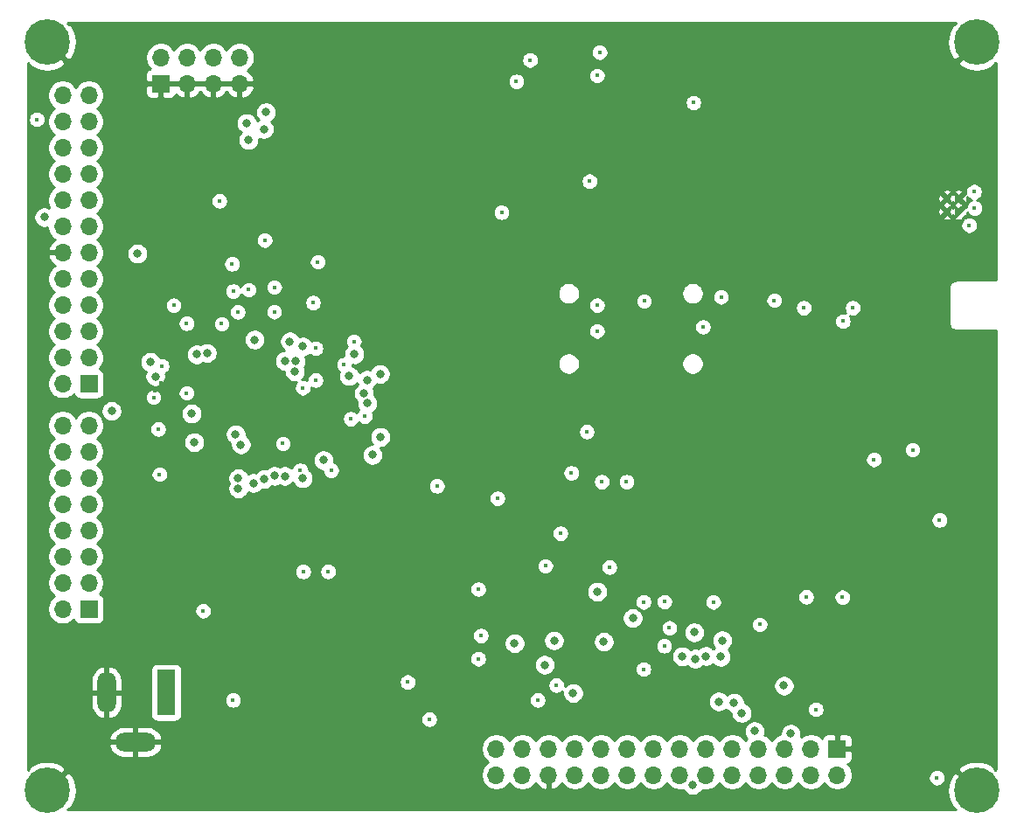
<source format=gbr>
%TF.GenerationSoftware,KiCad,Pcbnew,(5.1.6)-1*%
%TF.CreationDate,2021-04-01T20:33:04-06:00*%
%TF.ProjectId,radar_flight,72616461-725f-4666-9c69-6768742e6b69,rev?*%
%TF.SameCoordinates,Original*%
%TF.FileFunction,Copper,L2,Inr*%
%TF.FilePolarity,Positive*%
%FSLAX46Y46*%
G04 Gerber Fmt 4.6, Leading zero omitted, Abs format (unit mm)*
G04 Created by KiCad (PCBNEW (5.1.6)-1) date 2021-04-01 20:33:04*
%MOMM*%
%LPD*%
G01*
G04 APERTURE LIST*
%TA.AperFunction,ViaPad*%
%ADD10C,1.016000*%
%TD*%
%TA.AperFunction,ViaPad*%
%ADD11C,4.400000*%
%TD*%
%TA.AperFunction,ViaPad*%
%ADD12C,0.500000*%
%TD*%
%TA.AperFunction,ViaPad*%
%ADD13O,1.700000X1.700000*%
%TD*%
%TA.AperFunction,ViaPad*%
%ADD14R,1.700000X1.700000*%
%TD*%
%TA.AperFunction,ViaPad*%
%ADD15R,1.800000X4.400000*%
%TD*%
%TA.AperFunction,ViaPad*%
%ADD16O,1.800000X4.000000*%
%TD*%
%TA.AperFunction,ViaPad*%
%ADD17O,4.000000X1.800000*%
%TD*%
%TA.AperFunction,ViaPad*%
%ADD18C,0.400000*%
%TD*%
%TA.AperFunction,ViaPad*%
%ADD19C,0.800000*%
%TD*%
%TA.AperFunction,Conductor*%
%ADD20C,0.293370*%
%TD*%
%TA.AperFunction,Conductor*%
%ADD21C,0.254000*%
%TD*%
G04 APERTURE END LIST*
D10*
%TO.N,GND*%
%TO.C,U18*%
X98609100Y-138414000D03*
X97339100Y-138414000D03*
X97339100Y-135874000D03*
X98609100Y-135874000D03*
X98609100Y-133334000D03*
X97339100Y-133334000D03*
X98609100Y-123174000D03*
X97339100Y-123174000D03*
X97339100Y-125714000D03*
X98609100Y-125714000D03*
X98609100Y-128254000D03*
X97339100Y-128254000D03*
X97339100Y-130794000D03*
X98609100Y-130794000D03*
X104324100Y-132572000D03*
X104324100Y-134096000D03*
X91624100Y-139176000D03*
X91624100Y-137652000D03*
X91624100Y-134096000D03*
X91624100Y-132572000D03*
X91624100Y-127492000D03*
X91624100Y-129016000D03*
X104324100Y-129016000D03*
X104324100Y-127492000D03*
X104324100Y-122412000D03*
X104324100Y-123936000D03*
%TD*%
D11*
%TO.N,GND*%
%TO.C,H4*%
X147500000Y-100000000D03*
%TD*%
%TO.N,GND*%
%TO.C,H3*%
X57500000Y-100000000D03*
%TD*%
%TO.N,GND*%
%TO.C,H2*%
X147500000Y-172500000D03*
%TD*%
%TO.N,GND*%
%TO.C,H1*%
X57500000Y-172500000D03*
%TD*%
D12*
%TO.N,GND*%
%TO.C,U17*%
X144600000Y-115125000D03*
X145700000Y-115125000D03*
X144600000Y-116425000D03*
X145700000Y-116425000D03*
%TD*%
D10*
%TO.N,GND*%
%TO.C,U8*%
X117540000Y-105880000D03*
X117540000Y-104610000D03*
X117540000Y-103340000D03*
X117540000Y-102070000D03*
X117540000Y-100800000D03*
%TD*%
%TO.N,GND*%
%TO.C,U7*%
X103277000Y-113490000D03*
X111659000Y-116030000D03*
X111659000Y-118570000D03*
X107468000Y-113490000D03*
X107468000Y-114760000D03*
X107468000Y-116030000D03*
X107468000Y-117300000D03*
X107468000Y-118570000D03*
%TD*%
%TO.N,GND*%
%TO.C,U4*%
X118155000Y-146745000D03*
X127045000Y-146745000D03*
X127045000Y-137855000D03*
X118155000Y-137855000D03*
X121330000Y-141030000D03*
X123870000Y-141030000D03*
X123870000Y-143570000D03*
X121330000Y-143570000D03*
%TD*%
%TO.N,GND*%
%TO.C,U3*%
X83836000Y-105609100D03*
X83836000Y-104339100D03*
X86376000Y-104339100D03*
X86376000Y-105609100D03*
X88916000Y-105609100D03*
X88916000Y-104339100D03*
X99076000Y-105609100D03*
X99076000Y-104339100D03*
X96536000Y-104339100D03*
X96536000Y-105609100D03*
X93996000Y-105609100D03*
X93996000Y-104339100D03*
X91456000Y-104339100D03*
X91456000Y-105609100D03*
X89678000Y-111324100D03*
X88154000Y-111324100D03*
X83074000Y-98624100D03*
X84598000Y-98624100D03*
X88154000Y-98624100D03*
X89678000Y-98624100D03*
X94758000Y-98624100D03*
X93234000Y-98624100D03*
X93234000Y-111324100D03*
X94758000Y-111324100D03*
X99838000Y-111324100D03*
X98314000Y-111324100D03*
%TD*%
D13*
%TO.N,/D15*%
%TO.C,J10*%
X59000000Y-137140000D03*
%TO.N,/D7*%
X61540000Y-137140000D03*
%TO.N,/D14*%
X59000000Y-139680000D03*
%TO.N,/D6*%
X61540000Y-139680000D03*
%TO.N,/D13*%
X59000000Y-142220000D03*
%TO.N,/D5*%
X61540000Y-142220000D03*
%TO.N,/D12*%
X59000000Y-144760000D03*
%TO.N,/D4*%
X61540000Y-144760000D03*
%TO.N,/D11*%
X59000000Y-147300000D03*
%TO.N,/D3*%
X61540000Y-147300000D03*
%TO.N,/D10*%
X59000000Y-149840000D03*
%TO.N,/D2*%
X61540000Y-149840000D03*
%TO.N,/D9*%
X59000000Y-152380000D03*
%TO.N,/D1*%
X61540000Y-152380000D03*
%TO.N,/D8*%
X59000000Y-154920000D03*
D14*
%TO.N,/D0*%
X61540000Y-154920000D03*
%TD*%
D13*
%TO.N,/SYNC_CLK*%
%TO.C,J9*%
X59000000Y-105160000D03*
%TO.N,/DRHOLD*%
X61540000Y-105160000D03*
%TO.N,/PLLLOCK*%
X59000000Y-107700000D03*
%TO.N,/DRCTL*%
X61540000Y-107700000D03*
%TO.N,/PDCLK*%
X59000000Y-110240000D03*
%TO.N,/F1*%
X61540000Y-110240000D03*
%TO.N,/DROVER*%
X59000000Y-112780000D03*
%TO.N,/F0*%
X61540000Y-112780000D03*
%TO.N,/RSOVER*%
X59000000Y-115320000D03*
%TO.N,/TXE*%
X61540000Y-115320000D03*
%TO.N,/SYNC_ERR*%
X59000000Y-117860000D03*
%TO.N,/IO_UPDATE*%
X61540000Y-117860000D03*
%TO.N,GND*%
X59000000Y-120400000D03*
%TO.N,/OSK*%
X61540000Y-120400000D03*
%TO.N,/IO_RST*%
X59000000Y-122940000D03*
%TO.N,/PF2*%
X61540000Y-122940000D03*
%TO.N,/~CS*%
X59000000Y-125480000D03*
%TO.N,/PF1*%
X61540000Y-125480000D03*
%TO.N,/SDO*%
X59000000Y-128020000D03*
%TO.N,/PF0*%
X61540000Y-128020000D03*
%TO.N,/SDIO*%
X59000000Y-130560000D03*
%TO.N,/PWRDN*%
X61540000Y-130560000D03*
%TO.N,/SCLK*%
X59000000Y-133100000D03*
D14*
%TO.N,/RST*%
X61540000Y-133100000D03*
%TD*%
D13*
%TO.N,-5V*%
%TO.C,J8*%
X76120000Y-101500000D03*
%TO.N,GND*%
X76120000Y-104040000D03*
%TO.N,+5V*%
X73580000Y-101500000D03*
%TO.N,GND*%
X73580000Y-104040000D03*
%TO.N,+3V3*%
X71040000Y-101500000D03*
%TO.N,GND*%
X71040000Y-104040000D03*
%TO.N,+1V8*%
X68500000Y-101500000D03*
D14*
%TO.N,GND*%
X68500000Y-104040000D03*
%TD*%
D13*
%TO.N,/SW3b*%
%TO.C,J7*%
X100980000Y-171000000D03*
%TO.N,Net-(D5-Pad1)*%
X100980000Y-168460000D03*
%TO.N,/SW3a*%
X103520000Y-171000000D03*
%TO.N,Net-(D4-Pad1)*%
X103520000Y-168460000D03*
%TO.N,GND*%
X106060000Y-171000000D03*
%TO.N,/CLKEN*%
X106060000Y-168460000D03*
%TO.N,/ASW*%
X108600000Y-171000000D03*
%TO.N,/PDADC*%
X108600000Y-168460000D03*
%TO.N,/EF*%
X111140000Y-171000000D03*
%TO.N,/PD*%
X111140000Y-168460000D03*
%TO.N,/FF*%
X113680000Y-171000000D03*
%TO.N,/REN*%
X113680000Y-168460000D03*
%TO.N,/ADC_D7*%
X116220000Y-171000000D03*
%TO.N,/WEN*%
X116220000Y-168460000D03*
%TO.N,/ADC_D6*%
X118760000Y-171000000D03*
%TO.N,/RCLK*%
X118760000Y-168460000D03*
%TO.N,/ADC_D5*%
X121300000Y-171000000D03*
%TO.N,/RESET*%
X121300000Y-168460000D03*
%TO.N,/ADC_D4*%
X123840000Y-171000000D03*
%TO.N,/DRDY*%
X123840000Y-168460000D03*
%TO.N,/ADC_D3*%
X126380000Y-171000000D03*
%TO.N,/WENSYNC*%
X126380000Y-168460000D03*
%TO.N,/ADC_D2*%
X128920000Y-171000000D03*
%TO.N,/OEDGE*%
X128920000Y-168460000D03*
%TO.N,/ADC_D1*%
X131460000Y-171000000D03*
%TO.N,/OE*%
X131460000Y-168460000D03*
%TO.N,/ADC_D0*%
X134000000Y-171000000D03*
D14*
%TO.N,GND*%
X134000000Y-168460000D03*
%TD*%
D15*
%TO.N,Net-(FB3-Pad2)*%
%TO.C,J2*%
X69050000Y-163000000D03*
D16*
%TO.N,GND*%
X63250000Y-163000000D03*
D17*
X66050000Y-167800000D03*
%TD*%
D18*
%TO.N,GND*%
X83500000Y-157000000D03*
X81250000Y-157000000D03*
X82000000Y-157000000D03*
X83500000Y-153500000D03*
X81250000Y-153500000D03*
X82000000Y-153500000D03*
X137000000Y-99500000D03*
X142750000Y-99500000D03*
X137500000Y-138750000D03*
X143000000Y-137750000D03*
X143500000Y-135750000D03*
X144750000Y-131500000D03*
X144000000Y-124000000D03*
X144000000Y-127250000D03*
X128750000Y-127250000D03*
X129500000Y-123500000D03*
X115500000Y-127750000D03*
X81000000Y-170750000D03*
X81750000Y-170750000D03*
X82500000Y-170750000D03*
X82500000Y-170000000D03*
X81750000Y-170000000D03*
X81000000Y-170000000D03*
X86750000Y-173000000D03*
X91750000Y-173000000D03*
X91000000Y-165750000D03*
X95750000Y-170750000D03*
X94500000Y-168500000D03*
X74750000Y-158000000D03*
X74750000Y-161000000D03*
X84000000Y-145500000D03*
X82750000Y-157000000D03*
X84500000Y-154000000D03*
X82750000Y-153500000D03*
X92250000Y-150000000D03*
X93500000Y-151750000D03*
X92250000Y-154250000D03*
X94000000Y-155000000D03*
X94250000Y-157000000D03*
X90000000Y-156000000D03*
X90000000Y-154000000D03*
X90000000Y-151750000D03*
X147750000Y-148250000D03*
X147750000Y-153750000D03*
X148000000Y-161000000D03*
X148000000Y-166750000D03*
X132500000Y-144250000D03*
X135750000Y-147250000D03*
X132000000Y-152250000D03*
X139000000Y-152500000D03*
X78000000Y-131000000D03*
X76250000Y-131000000D03*
X75500000Y-133750000D03*
X79250000Y-133750000D03*
X78250000Y-133750000D03*
X76750000Y-133750000D03*
X86500000Y-123000000D03*
X72000000Y-123250000D03*
X72500000Y-115500000D03*
X76750000Y-119250000D03*
X81000000Y-121250000D03*
X78500000Y-116250000D03*
X143000000Y-115500000D03*
X131000000Y-111000000D03*
X136500000Y-111000000D03*
X136500000Y-116250000D03*
X131000000Y-116250000D03*
X130250000Y-99750000D03*
X124250000Y-99750000D03*
D19*
X73659998Y-138873140D03*
D18*
X71750000Y-120250000D03*
X75900000Y-127500000D03*
X79500000Y-127475000D03*
X70000000Y-128500000D03*
X67500000Y-126000000D03*
X83500000Y-131250000D03*
X86750000Y-125500000D03*
X126500000Y-158000000D03*
X122000000Y-160500000D03*
X122000000Y-158750000D03*
X120425000Y-154250000D03*
X118825000Y-154250000D03*
X109500000Y-161500000D03*
X108500000Y-159399998D03*
X106750000Y-164000000D03*
X141925000Y-152325000D03*
X135250000Y-152250000D03*
X81900000Y-138900000D03*
X83521502Y-134303498D03*
X72012500Y-121600000D03*
X104781250Y-103781250D03*
X117000000Y-123500000D03*
X139000000Y-126250000D03*
X107750000Y-161500000D03*
X112725000Y-154600000D03*
D19*
X71399990Y-137557963D03*
D18*
X67955031Y-133796434D03*
X68500000Y-133000000D03*
X114750000Y-160000000D03*
X114250000Y-157500000D03*
X105750000Y-149250000D03*
X105312500Y-145825000D03*
X68250000Y-148500000D03*
X68250000Y-153500000D03*
X64250000Y-126750000D03*
X66750000Y-151000000D03*
X64250000Y-130750000D03*
X69000000Y-109000000D03*
D19*
%TO.N,+3V3*%
X71747736Y-138756561D03*
X71500000Y-136000000D03*
D18*
X71000000Y-134000000D03*
X122000000Y-154250000D03*
X80325000Y-138900000D03*
X86250000Y-131250000D03*
X126500000Y-156425000D03*
X131930000Y-164650000D03*
X143900000Y-146300000D03*
X72600000Y-155100000D03*
X74187500Y-115400000D03*
X86900000Y-136500000D03*
X87200000Y-129000000D03*
X83500000Y-129675000D03*
X68602201Y-131384583D03*
X105750000Y-150750000D03*
X101100000Y-144200000D03*
X111950000Y-150875000D03*
X117271681Y-154217613D03*
X105000000Y-163750000D03*
%TO.N,+1V8*%
X74400000Y-127300000D03*
X83500000Y-132750000D03*
X82250000Y-133500000D03*
X130750000Y-125750000D03*
X107200000Y-147600000D03*
X68250000Y-137500000D03*
X75400000Y-121500000D03*
X68376294Y-141873706D03*
X104250000Y-101750000D03*
X67803159Y-134417707D03*
X88250000Y-136250000D03*
X82000000Y-141500000D03*
X99500000Y-157500000D03*
X99250000Y-153000000D03*
X85000000Y-141500000D03*
%TO.N,Net-(C4-Pad1)*%
X71000000Y-127250000D03*
%TO.N,Net-(C5-Pad1)*%
X75953611Y-126149882D03*
%TO.N,/AV18*%
X77000000Y-124000000D03*
X75517121Y-124135125D03*
X69750000Y-125500000D03*
%TO.N,Net-(C7-Pad2)*%
X79500000Y-123750000D03*
X83250000Y-125250000D03*
%TO.N,VA*%
X115250000Y-160750000D03*
X106800000Y-162300000D03*
X115250000Y-154250000D03*
%TO.N,+5V*%
X82300000Y-151300000D03*
X84700000Y-151300000D03*
X75500000Y-163750000D03*
X115300000Y-125100000D03*
X127900000Y-125025000D03*
X147250000Y-114500000D03*
X141300000Y-139500000D03*
%TO.N,-5V*%
X137550000Y-140450000D03*
X92400000Y-162000000D03*
X56500000Y-107500000D03*
X94500000Y-165600000D03*
%TO.N,Net-(C30-Pad1)*%
X110750000Y-125500000D03*
%TO.N,Net-(C34-Pad2)*%
X121000000Y-127600000D03*
%TO.N,Net-(C35-Pad1)*%
X117250000Y-158500000D03*
%TO.N,Net-(C37-Pad1)*%
X122750000Y-124700000D03*
%TO.N,Net-(C39-Pad2)*%
X134550000Y-127050000D03*
D19*
%TO.N,/VRT*%
X108425000Y-163075000D03*
X114200000Y-155800000D03*
%TO.N,/VRB*%
X105668392Y-160331042D03*
X111400000Y-158100000D03*
%TO.N,Net-(C47-Pad2)*%
X102750000Y-158250000D03*
X106587077Y-157974577D03*
D18*
%TO.N,/SW2*%
X135500000Y-125750000D03*
X109750000Y-137750000D03*
X108250000Y-141750000D03*
%TO.N,/SW1*%
X99250000Y-159750000D03*
X95250000Y-143000000D03*
X102931722Y-103817662D03*
%TO.N,/SW3b*%
X147300014Y-116100000D03*
%TO.N,/SW3a*%
X143638403Y-171271038D03*
X146774978Y-117753761D03*
D19*
%TO.N,/CLKEN*%
X110750000Y-153250000D03*
%TO.N,/ASW*%
X126000000Y-166750000D03*
%TO.N,/PDADC*%
X120151413Y-157176732D03*
%TO.N,/REN*%
X120000000Y-171947978D03*
%TO.N,/ADC_D7*%
X119000000Y-159500000D03*
%TO.N,/ADC_D6*%
X120250000Y-159750000D03*
%TO.N,/ADC_D5*%
X121274990Y-159492560D03*
%TO.N,/ADC_D4*%
X122860932Y-157969451D03*
%TO.N,/DRDY*%
X122725010Y-159559916D03*
%TO.N,/OEDGE*%
X124750009Y-165000009D03*
%TO.N,/ADC_D1*%
X128836126Y-162352219D03*
%TO.N,/ADC_D0*%
X129500000Y-167000000D03*
%TO.N,/SYNC_CLK*%
X89750000Y-138250000D03*
X78497823Y-108436168D03*
%TO.N,/DRHOLD*%
X78683769Y-106801305D03*
X89732981Y-132155335D03*
%TO.N,/PLLLOCK*%
X57222989Y-116972769D03*
%TO.N,/DRCTL*%
X88472482Y-132725937D03*
X76805040Y-107861027D03*
%TO.N,/F1*%
X77000000Y-109500000D03*
X89000000Y-140000000D03*
%TO.N,/DROVER*%
X88178884Y-134052948D03*
%TO.N,/F0*%
X84250000Y-140500000D03*
X75744495Y-137996695D03*
%TO.N,/TXE*%
X71988668Y-130255068D03*
%TO.N,/SYNC_ERR*%
X67976438Y-132395102D03*
%TO.N,/IO_UPDATE*%
X63750000Y-135750000D03*
X88500000Y-135000000D03*
%TO.N,/OSK*%
X72980148Y-130124715D03*
%TO.N,/IO_RST*%
X77594173Y-128844173D03*
%TO.N,/PF2*%
X80537512Y-130889304D03*
%TO.N,/~CS*%
X87250000Y-130250000D03*
X66250000Y-120500000D03*
%TO.N,/PF1*%
X81537380Y-130918847D03*
%TO.N,/SDO*%
X67500000Y-131000000D03*
X81000000Y-129000000D03*
%TO.N,/PF0*%
X81472756Y-131916768D03*
%TO.N,/SDIO*%
X82250000Y-129500000D03*
%TO.N,/SCLK*%
X86733053Y-132355457D03*
%TO.N,/D7*%
X76250000Y-139000000D03*
%TO.N,/D6*%
X76000000Y-142250000D03*
%TO.N,/D5*%
X76000000Y-143250013D03*
%TO.N,/D4*%
X77469179Y-142719180D03*
%TO.N,/D3*%
X78543731Y-142330126D03*
%TO.N,/D2*%
X79500391Y-142028638D03*
%TO.N,/D1*%
X80500355Y-142038400D03*
%TO.N,/D0*%
X82252986Y-142258958D03*
D18*
%TO.N,Net-(R2-Pad2)*%
X79484751Y-126132617D03*
%TO.N,Net-(R3-Pad1)*%
X83700000Y-121300000D03*
%TO.N,Net-(R4-Pad1)*%
X78575000Y-119200000D03*
%TO.N,/MT[1]*%
X134500000Y-153787500D03*
%TO.N,/MT[0]*%
X131000000Y-153750000D03*
D19*
%TO.N,/BS[1]*%
X124000000Y-164000000D03*
%TO.N,/BS[0]*%
X122528601Y-163882615D03*
D18*
%TO.N,Net-(SW1-Pad2)*%
X117750000Y-156750000D03*
X111200000Y-142600000D03*
%TO.N,Net-(SW1-Pad5)*%
X101500000Y-116500000D03*
X113600000Y-142600000D03*
%TO.N,Net-(SW2-Pad6)*%
X111000000Y-101000000D03*
X120080000Y-105880000D03*
%TO.N,Net-(SW2-Pad5)*%
X110750000Y-103250000D03*
X110008000Y-113490000D03*
%TO.N,Net-(SW6-Pad2)*%
X110750000Y-128000000D03*
%TD*%
D20*
%TO.N,GND*%
X68500000Y-133251465D02*
X67955031Y-133796434D01*
X68500000Y-133000000D02*
X68500000Y-133251465D01*
%TD*%
D21*
%TO.N,GND*%
G36*
X145510223Y-98189831D02*
G01*
X145122982Y-98429976D01*
X144862359Y-98923877D01*
X144703099Y-99459133D01*
X144651322Y-100015174D01*
X144709019Y-100570632D01*
X144873972Y-101104161D01*
X145122982Y-101570024D01*
X145510225Y-101810170D01*
X147320395Y-100000000D01*
X147306253Y-99985858D01*
X147485858Y-99806253D01*
X147500000Y-99820395D01*
X147514143Y-99806253D01*
X147693748Y-99985858D01*
X147679605Y-100000000D01*
X147693748Y-100014143D01*
X147514143Y-100193748D01*
X147500000Y-100179605D01*
X145689830Y-101989775D01*
X145929976Y-102377018D01*
X146423877Y-102637641D01*
X146959133Y-102796901D01*
X147515174Y-102848678D01*
X148070632Y-102790981D01*
X148604161Y-102626028D01*
X149070024Y-102377018D01*
X149310169Y-101989777D01*
X149340000Y-102019608D01*
X149340001Y-123065000D01*
X145533647Y-123065000D01*
X145500000Y-123061686D01*
X145466353Y-123065000D01*
X145365717Y-123074912D01*
X145236594Y-123114081D01*
X145117593Y-123177688D01*
X145013289Y-123263289D01*
X144927688Y-123367593D01*
X144864081Y-123486594D01*
X144824912Y-123615717D01*
X144811686Y-123750000D01*
X144815000Y-123783647D01*
X144815001Y-127216343D01*
X144811686Y-127250000D01*
X144824912Y-127384283D01*
X144864081Y-127513406D01*
X144927688Y-127632407D01*
X145013289Y-127736711D01*
X145117593Y-127822312D01*
X145236594Y-127885919D01*
X145365717Y-127925088D01*
X145466353Y-127935000D01*
X145500000Y-127938314D01*
X145533647Y-127935000D01*
X149340000Y-127935000D01*
X149340001Y-170480391D01*
X149310169Y-170510223D01*
X149070024Y-170122982D01*
X148576123Y-169862359D01*
X148040867Y-169703099D01*
X147484826Y-169651322D01*
X146929368Y-169709019D01*
X146395839Y-169873972D01*
X145929976Y-170122982D01*
X145689830Y-170510225D01*
X147500000Y-172320395D01*
X147514143Y-172306253D01*
X147693748Y-172485858D01*
X147679605Y-172500000D01*
X147693748Y-172514143D01*
X147514143Y-172693748D01*
X147500000Y-172679605D01*
X147485858Y-172693748D01*
X147306253Y-172514143D01*
X147320395Y-172500000D01*
X145510225Y-170689830D01*
X145122982Y-170929976D01*
X144862359Y-171423877D01*
X144703099Y-171959133D01*
X144651322Y-172515174D01*
X144709019Y-173070632D01*
X144873972Y-173604161D01*
X145122982Y-174070024D01*
X145510223Y-174310169D01*
X145480392Y-174340000D01*
X59519608Y-174340000D01*
X59489777Y-174310169D01*
X59877018Y-174070024D01*
X60137641Y-173576123D01*
X60296901Y-173040867D01*
X60348678Y-172484826D01*
X60290981Y-171929368D01*
X60126028Y-171395839D01*
X59877018Y-170929976D01*
X59489775Y-170689830D01*
X57679605Y-172500000D01*
X57693748Y-172514143D01*
X57514143Y-172693748D01*
X57500000Y-172679605D01*
X57485858Y-172693748D01*
X57306253Y-172514143D01*
X57320395Y-172500000D01*
X57306253Y-172485858D01*
X57485858Y-172306253D01*
X57500000Y-172320395D01*
X59310170Y-170510225D01*
X59070024Y-170122982D01*
X58576123Y-169862359D01*
X58040867Y-169703099D01*
X57484826Y-169651322D01*
X56929368Y-169709019D01*
X56395839Y-169873972D01*
X55929976Y-170122982D01*
X55689831Y-170510223D01*
X55660000Y-170480392D01*
X55660000Y-168164740D01*
X63458964Y-168164740D01*
X63483245Y-168270087D01*
X63603138Y-168547204D01*
X63774790Y-168795606D01*
X63991604Y-169005748D01*
X64245249Y-169169554D01*
X64525977Y-169280729D01*
X64823000Y-169335000D01*
X65923000Y-169335000D01*
X65923000Y-167927000D01*
X66177000Y-167927000D01*
X66177000Y-169335000D01*
X67277000Y-169335000D01*
X67574023Y-169280729D01*
X67854751Y-169169554D01*
X68108396Y-169005748D01*
X68325210Y-168795606D01*
X68496862Y-168547204D01*
X68597868Y-168313740D01*
X99495000Y-168313740D01*
X99495000Y-168606260D01*
X99552068Y-168893158D01*
X99664010Y-169163411D01*
X99826525Y-169406632D01*
X100033368Y-169613475D01*
X100207760Y-169730000D01*
X100033368Y-169846525D01*
X99826525Y-170053368D01*
X99664010Y-170296589D01*
X99552068Y-170566842D01*
X99495000Y-170853740D01*
X99495000Y-171146260D01*
X99552068Y-171433158D01*
X99664010Y-171703411D01*
X99826525Y-171946632D01*
X100033368Y-172153475D01*
X100276589Y-172315990D01*
X100546842Y-172427932D01*
X100833740Y-172485000D01*
X101126260Y-172485000D01*
X101413158Y-172427932D01*
X101683411Y-172315990D01*
X101926632Y-172153475D01*
X102133475Y-171946632D01*
X102250000Y-171772240D01*
X102366525Y-171946632D01*
X102573368Y-172153475D01*
X102816589Y-172315990D01*
X103086842Y-172427932D01*
X103373740Y-172485000D01*
X103666260Y-172485000D01*
X103953158Y-172427932D01*
X104223411Y-172315990D01*
X104466632Y-172153475D01*
X104673475Y-171946632D01*
X104795195Y-171764466D01*
X104864822Y-171881355D01*
X105059731Y-172097588D01*
X105293080Y-172271641D01*
X105555901Y-172396825D01*
X105703110Y-172441476D01*
X105933000Y-172320155D01*
X105933000Y-171127000D01*
X105913000Y-171127000D01*
X105913000Y-170873000D01*
X105933000Y-170873000D01*
X105933000Y-170853000D01*
X106187000Y-170853000D01*
X106187000Y-170873000D01*
X106207000Y-170873000D01*
X106207000Y-171127000D01*
X106187000Y-171127000D01*
X106187000Y-172320155D01*
X106416890Y-172441476D01*
X106564099Y-172396825D01*
X106826920Y-172271641D01*
X107060269Y-172097588D01*
X107255178Y-171881355D01*
X107324805Y-171764466D01*
X107446525Y-171946632D01*
X107653368Y-172153475D01*
X107896589Y-172315990D01*
X108166842Y-172427932D01*
X108453740Y-172485000D01*
X108746260Y-172485000D01*
X109033158Y-172427932D01*
X109303411Y-172315990D01*
X109546632Y-172153475D01*
X109753475Y-171946632D01*
X109870000Y-171772240D01*
X109986525Y-171946632D01*
X110193368Y-172153475D01*
X110436589Y-172315990D01*
X110706842Y-172427932D01*
X110993740Y-172485000D01*
X111286260Y-172485000D01*
X111573158Y-172427932D01*
X111843411Y-172315990D01*
X112086632Y-172153475D01*
X112293475Y-171946632D01*
X112410000Y-171772240D01*
X112526525Y-171946632D01*
X112733368Y-172153475D01*
X112976589Y-172315990D01*
X113246842Y-172427932D01*
X113533740Y-172485000D01*
X113826260Y-172485000D01*
X114113158Y-172427932D01*
X114383411Y-172315990D01*
X114626632Y-172153475D01*
X114833475Y-171946632D01*
X114950000Y-171772240D01*
X115066525Y-171946632D01*
X115273368Y-172153475D01*
X115516589Y-172315990D01*
X115786842Y-172427932D01*
X116073740Y-172485000D01*
X116366260Y-172485000D01*
X116653158Y-172427932D01*
X116923411Y-172315990D01*
X117166632Y-172153475D01*
X117373475Y-171946632D01*
X117490000Y-171772240D01*
X117606525Y-171946632D01*
X117813368Y-172153475D01*
X118056589Y-172315990D01*
X118326842Y-172427932D01*
X118613740Y-172485000D01*
X118906260Y-172485000D01*
X119089666Y-172448518D01*
X119196063Y-172607752D01*
X119340226Y-172751915D01*
X119509744Y-172865183D01*
X119698102Y-172943204D01*
X119898061Y-172982978D01*
X120101939Y-172982978D01*
X120301898Y-172943204D01*
X120490256Y-172865183D01*
X120659774Y-172751915D01*
X120803937Y-172607752D01*
X120917205Y-172438234D01*
X120917314Y-172437972D01*
X121153740Y-172485000D01*
X121446260Y-172485000D01*
X121733158Y-172427932D01*
X122003411Y-172315990D01*
X122246632Y-172153475D01*
X122453475Y-171946632D01*
X122570000Y-171772240D01*
X122686525Y-171946632D01*
X122893368Y-172153475D01*
X123136589Y-172315990D01*
X123406842Y-172427932D01*
X123693740Y-172485000D01*
X123986260Y-172485000D01*
X124273158Y-172427932D01*
X124543411Y-172315990D01*
X124786632Y-172153475D01*
X124993475Y-171946632D01*
X125110000Y-171772240D01*
X125226525Y-171946632D01*
X125433368Y-172153475D01*
X125676589Y-172315990D01*
X125946842Y-172427932D01*
X126233740Y-172485000D01*
X126526260Y-172485000D01*
X126813158Y-172427932D01*
X127083411Y-172315990D01*
X127326632Y-172153475D01*
X127533475Y-171946632D01*
X127650000Y-171772240D01*
X127766525Y-171946632D01*
X127973368Y-172153475D01*
X128216589Y-172315990D01*
X128486842Y-172427932D01*
X128773740Y-172485000D01*
X129066260Y-172485000D01*
X129353158Y-172427932D01*
X129623411Y-172315990D01*
X129866632Y-172153475D01*
X130073475Y-171946632D01*
X130190000Y-171772240D01*
X130306525Y-171946632D01*
X130513368Y-172153475D01*
X130756589Y-172315990D01*
X131026842Y-172427932D01*
X131313740Y-172485000D01*
X131606260Y-172485000D01*
X131893158Y-172427932D01*
X132163411Y-172315990D01*
X132406632Y-172153475D01*
X132613475Y-171946632D01*
X132730000Y-171772240D01*
X132846525Y-171946632D01*
X133053368Y-172153475D01*
X133296589Y-172315990D01*
X133566842Y-172427932D01*
X133853740Y-172485000D01*
X134146260Y-172485000D01*
X134433158Y-172427932D01*
X134703411Y-172315990D01*
X134946632Y-172153475D01*
X135153475Y-171946632D01*
X135315990Y-171703411D01*
X135427932Y-171433158D01*
X135476538Y-171188798D01*
X142803403Y-171188798D01*
X142803403Y-171353278D01*
X142835492Y-171514598D01*
X142898436Y-171666559D01*
X142989816Y-171803319D01*
X143106122Y-171919625D01*
X143242882Y-172011005D01*
X143394843Y-172073949D01*
X143556163Y-172106038D01*
X143720643Y-172106038D01*
X143881963Y-172073949D01*
X144033924Y-172011005D01*
X144170684Y-171919625D01*
X144286990Y-171803319D01*
X144378370Y-171666559D01*
X144441314Y-171514598D01*
X144473403Y-171353278D01*
X144473403Y-171188798D01*
X144441314Y-171027478D01*
X144378370Y-170875517D01*
X144286990Y-170738757D01*
X144170684Y-170622451D01*
X144033924Y-170531071D01*
X143881963Y-170468127D01*
X143720643Y-170436038D01*
X143556163Y-170436038D01*
X143394843Y-170468127D01*
X143242882Y-170531071D01*
X143106122Y-170622451D01*
X142989816Y-170738757D01*
X142898436Y-170875517D01*
X142835492Y-171027478D01*
X142803403Y-171188798D01*
X135476538Y-171188798D01*
X135485000Y-171146260D01*
X135485000Y-170853740D01*
X135427932Y-170566842D01*
X135315990Y-170296589D01*
X135153475Y-170053368D01*
X135021620Y-169921513D01*
X135094180Y-169899502D01*
X135204494Y-169840537D01*
X135301185Y-169761185D01*
X135380537Y-169664494D01*
X135439502Y-169554180D01*
X135475812Y-169434482D01*
X135488072Y-169310000D01*
X135485000Y-168745750D01*
X135326250Y-168587000D01*
X134127000Y-168587000D01*
X134127000Y-168607000D01*
X133873000Y-168607000D01*
X133873000Y-168587000D01*
X133853000Y-168587000D01*
X133853000Y-168333000D01*
X133873000Y-168333000D01*
X133873000Y-167133750D01*
X134127000Y-167133750D01*
X134127000Y-168333000D01*
X135326250Y-168333000D01*
X135485000Y-168174250D01*
X135488072Y-167610000D01*
X135475812Y-167485518D01*
X135439502Y-167365820D01*
X135380537Y-167255506D01*
X135301185Y-167158815D01*
X135204494Y-167079463D01*
X135094180Y-167020498D01*
X134974482Y-166984188D01*
X134850000Y-166971928D01*
X134285750Y-166975000D01*
X134127000Y-167133750D01*
X133873000Y-167133750D01*
X133714250Y-166975000D01*
X133150000Y-166971928D01*
X133025518Y-166984188D01*
X132905820Y-167020498D01*
X132795506Y-167079463D01*
X132698815Y-167158815D01*
X132619463Y-167255506D01*
X132560498Y-167365820D01*
X132538487Y-167438380D01*
X132406632Y-167306525D01*
X132163411Y-167144010D01*
X131893158Y-167032068D01*
X131606260Y-166975000D01*
X131313740Y-166975000D01*
X131026842Y-167032068D01*
X130756589Y-167144010D01*
X130513368Y-167306525D01*
X130479126Y-167340767D01*
X130495226Y-167301898D01*
X130535000Y-167101939D01*
X130535000Y-166898061D01*
X130495226Y-166698102D01*
X130417205Y-166509744D01*
X130303937Y-166340226D01*
X130159774Y-166196063D01*
X129990256Y-166082795D01*
X129801898Y-166004774D01*
X129601939Y-165965000D01*
X129398061Y-165965000D01*
X129198102Y-166004774D01*
X129009744Y-166082795D01*
X128840226Y-166196063D01*
X128696063Y-166340226D01*
X128582795Y-166509744D01*
X128504774Y-166698102D01*
X128465000Y-166898061D01*
X128465000Y-167041115D01*
X128216589Y-167144010D01*
X127973368Y-167306525D01*
X127766525Y-167513368D01*
X127650000Y-167687760D01*
X127533475Y-167513368D01*
X127326632Y-167306525D01*
X127083411Y-167144010D01*
X126975574Y-167099343D01*
X126995226Y-167051898D01*
X127035000Y-166851939D01*
X127035000Y-166648061D01*
X126995226Y-166448102D01*
X126917205Y-166259744D01*
X126803937Y-166090226D01*
X126659774Y-165946063D01*
X126490256Y-165832795D01*
X126301898Y-165754774D01*
X126101939Y-165715000D01*
X125898061Y-165715000D01*
X125698102Y-165754774D01*
X125509744Y-165832795D01*
X125340226Y-165946063D01*
X125196063Y-166090226D01*
X125082795Y-166259744D01*
X125004774Y-166448102D01*
X124965000Y-166648061D01*
X124965000Y-166851939D01*
X125004774Y-167051898D01*
X125082795Y-167240256D01*
X125196063Y-167409774D01*
X125263091Y-167476802D01*
X125226525Y-167513368D01*
X125110000Y-167687760D01*
X124993475Y-167513368D01*
X124786632Y-167306525D01*
X124543411Y-167144010D01*
X124273158Y-167032068D01*
X123986260Y-166975000D01*
X123693740Y-166975000D01*
X123406842Y-167032068D01*
X123136589Y-167144010D01*
X122893368Y-167306525D01*
X122686525Y-167513368D01*
X122570000Y-167687760D01*
X122453475Y-167513368D01*
X122246632Y-167306525D01*
X122003411Y-167144010D01*
X121733158Y-167032068D01*
X121446260Y-166975000D01*
X121153740Y-166975000D01*
X120866842Y-167032068D01*
X120596589Y-167144010D01*
X120353368Y-167306525D01*
X120146525Y-167513368D01*
X120030000Y-167687760D01*
X119913475Y-167513368D01*
X119706632Y-167306525D01*
X119463411Y-167144010D01*
X119193158Y-167032068D01*
X118906260Y-166975000D01*
X118613740Y-166975000D01*
X118326842Y-167032068D01*
X118056589Y-167144010D01*
X117813368Y-167306525D01*
X117606525Y-167513368D01*
X117490000Y-167687760D01*
X117373475Y-167513368D01*
X117166632Y-167306525D01*
X116923411Y-167144010D01*
X116653158Y-167032068D01*
X116366260Y-166975000D01*
X116073740Y-166975000D01*
X115786842Y-167032068D01*
X115516589Y-167144010D01*
X115273368Y-167306525D01*
X115066525Y-167513368D01*
X114950000Y-167687760D01*
X114833475Y-167513368D01*
X114626632Y-167306525D01*
X114383411Y-167144010D01*
X114113158Y-167032068D01*
X113826260Y-166975000D01*
X113533740Y-166975000D01*
X113246842Y-167032068D01*
X112976589Y-167144010D01*
X112733368Y-167306525D01*
X112526525Y-167513368D01*
X112410000Y-167687760D01*
X112293475Y-167513368D01*
X112086632Y-167306525D01*
X111843411Y-167144010D01*
X111573158Y-167032068D01*
X111286260Y-166975000D01*
X110993740Y-166975000D01*
X110706842Y-167032068D01*
X110436589Y-167144010D01*
X110193368Y-167306525D01*
X109986525Y-167513368D01*
X109870000Y-167687760D01*
X109753475Y-167513368D01*
X109546632Y-167306525D01*
X109303411Y-167144010D01*
X109033158Y-167032068D01*
X108746260Y-166975000D01*
X108453740Y-166975000D01*
X108166842Y-167032068D01*
X107896589Y-167144010D01*
X107653368Y-167306525D01*
X107446525Y-167513368D01*
X107330000Y-167687760D01*
X107213475Y-167513368D01*
X107006632Y-167306525D01*
X106763411Y-167144010D01*
X106493158Y-167032068D01*
X106206260Y-166975000D01*
X105913740Y-166975000D01*
X105626842Y-167032068D01*
X105356589Y-167144010D01*
X105113368Y-167306525D01*
X104906525Y-167513368D01*
X104790000Y-167687760D01*
X104673475Y-167513368D01*
X104466632Y-167306525D01*
X104223411Y-167144010D01*
X103953158Y-167032068D01*
X103666260Y-166975000D01*
X103373740Y-166975000D01*
X103086842Y-167032068D01*
X102816589Y-167144010D01*
X102573368Y-167306525D01*
X102366525Y-167513368D01*
X102250000Y-167687760D01*
X102133475Y-167513368D01*
X101926632Y-167306525D01*
X101683411Y-167144010D01*
X101413158Y-167032068D01*
X101126260Y-166975000D01*
X100833740Y-166975000D01*
X100546842Y-167032068D01*
X100276589Y-167144010D01*
X100033368Y-167306525D01*
X99826525Y-167513368D01*
X99664010Y-167756589D01*
X99552068Y-168026842D01*
X99495000Y-168313740D01*
X68597868Y-168313740D01*
X68616755Y-168270087D01*
X68641036Y-168164740D01*
X68520378Y-167927000D01*
X66177000Y-167927000D01*
X65923000Y-167927000D01*
X63579622Y-167927000D01*
X63458964Y-168164740D01*
X55660000Y-168164740D01*
X55660000Y-167435260D01*
X63458964Y-167435260D01*
X63579622Y-167673000D01*
X65923000Y-167673000D01*
X65923000Y-166265000D01*
X66177000Y-166265000D01*
X66177000Y-167673000D01*
X68520378Y-167673000D01*
X68641036Y-167435260D01*
X68616755Y-167329913D01*
X68496862Y-167052796D01*
X68325210Y-166804394D01*
X68108396Y-166594252D01*
X67854751Y-166430446D01*
X67574023Y-166319271D01*
X67277000Y-166265000D01*
X66177000Y-166265000D01*
X65923000Y-166265000D01*
X64823000Y-166265000D01*
X64525977Y-166319271D01*
X64245249Y-166430446D01*
X63991604Y-166594252D01*
X63774790Y-166804394D01*
X63603138Y-167052796D01*
X63483245Y-167329913D01*
X63458964Y-167435260D01*
X55660000Y-167435260D01*
X55660000Y-163127000D01*
X61715000Y-163127000D01*
X61715000Y-164227000D01*
X61769271Y-164524023D01*
X61880446Y-164804751D01*
X62044252Y-165058396D01*
X62254394Y-165275210D01*
X62502796Y-165446862D01*
X62779913Y-165566755D01*
X62885260Y-165591036D01*
X63123000Y-165470378D01*
X63123000Y-163127000D01*
X63377000Y-163127000D01*
X63377000Y-165470378D01*
X63614740Y-165591036D01*
X63720087Y-165566755D01*
X63997204Y-165446862D01*
X64245606Y-165275210D01*
X64455748Y-165058396D01*
X64619554Y-164804751D01*
X64730729Y-164524023D01*
X64785000Y-164227000D01*
X64785000Y-163127000D01*
X63377000Y-163127000D01*
X63123000Y-163127000D01*
X61715000Y-163127000D01*
X55660000Y-163127000D01*
X55660000Y-161773000D01*
X61715000Y-161773000D01*
X61715000Y-162873000D01*
X63123000Y-162873000D01*
X63123000Y-160529622D01*
X63377000Y-160529622D01*
X63377000Y-162873000D01*
X64785000Y-162873000D01*
X64785000Y-161773000D01*
X64730729Y-161475977D01*
X64619554Y-161195249D01*
X64455748Y-160941604D01*
X64318502Y-160800000D01*
X67511928Y-160800000D01*
X67511928Y-165200000D01*
X67524188Y-165324482D01*
X67560498Y-165444180D01*
X67619463Y-165554494D01*
X67698815Y-165651185D01*
X67795506Y-165730537D01*
X67905820Y-165789502D01*
X68025518Y-165825812D01*
X68150000Y-165838072D01*
X69950000Y-165838072D01*
X70074482Y-165825812D01*
X70194180Y-165789502D01*
X70304494Y-165730537D01*
X70401185Y-165651185D01*
X70480537Y-165554494D01*
X70500172Y-165517760D01*
X93665000Y-165517760D01*
X93665000Y-165682240D01*
X93697089Y-165843560D01*
X93760033Y-165995521D01*
X93851413Y-166132281D01*
X93967719Y-166248587D01*
X94104479Y-166339967D01*
X94256440Y-166402911D01*
X94417760Y-166435000D01*
X94582240Y-166435000D01*
X94743560Y-166402911D01*
X94895521Y-166339967D01*
X95032281Y-166248587D01*
X95148587Y-166132281D01*
X95239967Y-165995521D01*
X95302911Y-165843560D01*
X95335000Y-165682240D01*
X95335000Y-165517760D01*
X95302911Y-165356440D01*
X95239967Y-165204479D01*
X95148587Y-165067719D01*
X95032281Y-164951413D01*
X94895521Y-164860033D01*
X94743560Y-164797089D01*
X94582240Y-164765000D01*
X94417760Y-164765000D01*
X94256440Y-164797089D01*
X94104479Y-164860033D01*
X93967719Y-164951413D01*
X93851413Y-165067719D01*
X93760033Y-165204479D01*
X93697089Y-165356440D01*
X93665000Y-165517760D01*
X70500172Y-165517760D01*
X70539502Y-165444180D01*
X70575812Y-165324482D01*
X70588072Y-165200000D01*
X70588072Y-163667760D01*
X74665000Y-163667760D01*
X74665000Y-163832240D01*
X74697089Y-163993560D01*
X74760033Y-164145521D01*
X74851413Y-164282281D01*
X74967719Y-164398587D01*
X75104479Y-164489967D01*
X75256440Y-164552911D01*
X75417760Y-164585000D01*
X75582240Y-164585000D01*
X75743560Y-164552911D01*
X75895521Y-164489967D01*
X76032281Y-164398587D01*
X76148587Y-164282281D01*
X76239967Y-164145521D01*
X76302911Y-163993560D01*
X76335000Y-163832240D01*
X76335000Y-163667760D01*
X104165000Y-163667760D01*
X104165000Y-163832240D01*
X104197089Y-163993560D01*
X104260033Y-164145521D01*
X104351413Y-164282281D01*
X104467719Y-164398587D01*
X104604479Y-164489967D01*
X104756440Y-164552911D01*
X104917760Y-164585000D01*
X105082240Y-164585000D01*
X105243560Y-164552911D01*
X105395521Y-164489967D01*
X105532281Y-164398587D01*
X105648587Y-164282281D01*
X105739967Y-164145521D01*
X105802911Y-163993560D01*
X105835000Y-163832240D01*
X105835000Y-163667760D01*
X105802911Y-163506440D01*
X105739967Y-163354479D01*
X105648587Y-163217719D01*
X105532281Y-163101413D01*
X105395521Y-163010033D01*
X105243560Y-162947089D01*
X105082240Y-162915000D01*
X104917760Y-162915000D01*
X104756440Y-162947089D01*
X104604479Y-163010033D01*
X104467719Y-163101413D01*
X104351413Y-163217719D01*
X104260033Y-163354479D01*
X104197089Y-163506440D01*
X104165000Y-163667760D01*
X76335000Y-163667760D01*
X76302911Y-163506440D01*
X76239967Y-163354479D01*
X76148587Y-163217719D01*
X76032281Y-163101413D01*
X75895521Y-163010033D01*
X75743560Y-162947089D01*
X75582240Y-162915000D01*
X75417760Y-162915000D01*
X75256440Y-162947089D01*
X75104479Y-163010033D01*
X74967719Y-163101413D01*
X74851413Y-163217719D01*
X74760033Y-163354479D01*
X74697089Y-163506440D01*
X74665000Y-163667760D01*
X70588072Y-163667760D01*
X70588072Y-161917760D01*
X91565000Y-161917760D01*
X91565000Y-162082240D01*
X91597089Y-162243560D01*
X91660033Y-162395521D01*
X91751413Y-162532281D01*
X91867719Y-162648587D01*
X92004479Y-162739967D01*
X92156440Y-162802911D01*
X92317760Y-162835000D01*
X92482240Y-162835000D01*
X92643560Y-162802911D01*
X92795521Y-162739967D01*
X92932281Y-162648587D01*
X93048587Y-162532281D01*
X93139967Y-162395521D01*
X93202911Y-162243560D01*
X93208043Y-162217760D01*
X105965000Y-162217760D01*
X105965000Y-162382240D01*
X105997089Y-162543560D01*
X106060033Y-162695521D01*
X106151413Y-162832281D01*
X106267719Y-162948587D01*
X106404479Y-163039967D01*
X106556440Y-163102911D01*
X106717760Y-163135000D01*
X106882240Y-163135000D01*
X107043560Y-163102911D01*
X107195521Y-163039967D01*
X107332281Y-162948587D01*
X107410409Y-162870459D01*
X107390000Y-162973061D01*
X107390000Y-163176939D01*
X107429774Y-163376898D01*
X107507795Y-163565256D01*
X107621063Y-163734774D01*
X107765226Y-163878937D01*
X107934744Y-163992205D01*
X108123102Y-164070226D01*
X108323061Y-164110000D01*
X108526939Y-164110000D01*
X108726898Y-164070226D01*
X108915256Y-163992205D01*
X109084774Y-163878937D01*
X109183035Y-163780676D01*
X121493601Y-163780676D01*
X121493601Y-163984554D01*
X121533375Y-164184513D01*
X121611396Y-164372871D01*
X121724664Y-164542389D01*
X121868827Y-164686552D01*
X122038345Y-164799820D01*
X122226703Y-164877841D01*
X122426662Y-164917615D01*
X122630540Y-164917615D01*
X122830499Y-164877841D01*
X123018857Y-164799820D01*
X123188375Y-164686552D01*
X123205608Y-164669319D01*
X123340226Y-164803937D01*
X123509744Y-164917205D01*
X123698102Y-164995226D01*
X123715009Y-164998589D01*
X123715009Y-165101948D01*
X123754783Y-165301907D01*
X123832804Y-165490265D01*
X123946072Y-165659783D01*
X124090235Y-165803946D01*
X124259753Y-165917214D01*
X124448111Y-165995235D01*
X124648070Y-166035009D01*
X124851948Y-166035009D01*
X125051907Y-165995235D01*
X125240265Y-165917214D01*
X125409783Y-165803946D01*
X125553946Y-165659783D01*
X125667214Y-165490265D01*
X125745235Y-165301907D01*
X125785009Y-165101948D01*
X125785009Y-164898070D01*
X125745235Y-164698111D01*
X125691242Y-164567760D01*
X131095000Y-164567760D01*
X131095000Y-164732240D01*
X131127089Y-164893560D01*
X131190033Y-165045521D01*
X131281413Y-165182281D01*
X131397719Y-165298587D01*
X131534479Y-165389967D01*
X131686440Y-165452911D01*
X131847760Y-165485000D01*
X132012240Y-165485000D01*
X132173560Y-165452911D01*
X132325521Y-165389967D01*
X132462281Y-165298587D01*
X132578587Y-165182281D01*
X132669967Y-165045521D01*
X132732911Y-164893560D01*
X132765000Y-164732240D01*
X132765000Y-164567760D01*
X132732911Y-164406440D01*
X132669967Y-164254479D01*
X132578587Y-164117719D01*
X132462281Y-164001413D01*
X132325521Y-163910033D01*
X132173560Y-163847089D01*
X132012240Y-163815000D01*
X131847760Y-163815000D01*
X131686440Y-163847089D01*
X131534479Y-163910033D01*
X131397719Y-164001413D01*
X131281413Y-164117719D01*
X131190033Y-164254479D01*
X131127089Y-164406440D01*
X131095000Y-164567760D01*
X125691242Y-164567760D01*
X125667214Y-164509753D01*
X125553946Y-164340235D01*
X125409783Y-164196072D01*
X125240265Y-164082804D01*
X125051907Y-164004783D01*
X125035000Y-164001420D01*
X125035000Y-163898061D01*
X124995226Y-163698102D01*
X124917205Y-163509744D01*
X124803937Y-163340226D01*
X124659774Y-163196063D01*
X124490256Y-163082795D01*
X124301898Y-163004774D01*
X124101939Y-162965000D01*
X123898061Y-162965000D01*
X123698102Y-163004774D01*
X123509744Y-163082795D01*
X123340226Y-163196063D01*
X123322993Y-163213296D01*
X123188375Y-163078678D01*
X123018857Y-162965410D01*
X122830499Y-162887389D01*
X122630540Y-162847615D01*
X122426662Y-162847615D01*
X122226703Y-162887389D01*
X122038345Y-162965410D01*
X121868827Y-163078678D01*
X121724664Y-163222841D01*
X121611396Y-163392359D01*
X121533375Y-163580717D01*
X121493601Y-163780676D01*
X109183035Y-163780676D01*
X109228937Y-163734774D01*
X109342205Y-163565256D01*
X109420226Y-163376898D01*
X109460000Y-163176939D01*
X109460000Y-162973061D01*
X109420226Y-162773102D01*
X109342205Y-162584744D01*
X109228937Y-162415226D01*
X109084774Y-162271063D01*
X109053670Y-162250280D01*
X127801126Y-162250280D01*
X127801126Y-162454158D01*
X127840900Y-162654117D01*
X127918921Y-162842475D01*
X128032189Y-163011993D01*
X128176352Y-163156156D01*
X128345870Y-163269424D01*
X128534228Y-163347445D01*
X128734187Y-163387219D01*
X128938065Y-163387219D01*
X129138024Y-163347445D01*
X129326382Y-163269424D01*
X129495900Y-163156156D01*
X129640063Y-163011993D01*
X129753331Y-162842475D01*
X129831352Y-162654117D01*
X129871126Y-162454158D01*
X129871126Y-162250280D01*
X129831352Y-162050321D01*
X129753331Y-161861963D01*
X129640063Y-161692445D01*
X129495900Y-161548282D01*
X129326382Y-161435014D01*
X129138024Y-161356993D01*
X128938065Y-161317219D01*
X128734187Y-161317219D01*
X128534228Y-161356993D01*
X128345870Y-161435014D01*
X128176352Y-161548282D01*
X128032189Y-161692445D01*
X127918921Y-161861963D01*
X127840900Y-162050321D01*
X127801126Y-162250280D01*
X109053670Y-162250280D01*
X108915256Y-162157795D01*
X108726898Y-162079774D01*
X108526939Y-162040000D01*
X108323061Y-162040000D01*
X108123102Y-162079774D01*
X107934744Y-162157795D01*
X107765226Y-162271063D01*
X107630270Y-162406019D01*
X107635000Y-162382240D01*
X107635000Y-162217760D01*
X107602911Y-162056440D01*
X107539967Y-161904479D01*
X107448587Y-161767719D01*
X107332281Y-161651413D01*
X107195521Y-161560033D01*
X107043560Y-161497089D01*
X106882240Y-161465000D01*
X106717760Y-161465000D01*
X106556440Y-161497089D01*
X106404479Y-161560033D01*
X106267719Y-161651413D01*
X106151413Y-161767719D01*
X106060033Y-161904479D01*
X105997089Y-162056440D01*
X105965000Y-162217760D01*
X93208043Y-162217760D01*
X93235000Y-162082240D01*
X93235000Y-161917760D01*
X93202911Y-161756440D01*
X93139967Y-161604479D01*
X93048587Y-161467719D01*
X92932281Y-161351413D01*
X92795521Y-161260033D01*
X92643560Y-161197089D01*
X92482240Y-161165000D01*
X92317760Y-161165000D01*
X92156440Y-161197089D01*
X92004479Y-161260033D01*
X91867719Y-161351413D01*
X91751413Y-161467719D01*
X91660033Y-161604479D01*
X91597089Y-161756440D01*
X91565000Y-161917760D01*
X70588072Y-161917760D01*
X70588072Y-160800000D01*
X70575812Y-160675518D01*
X70539502Y-160555820D01*
X70480537Y-160445506D01*
X70401185Y-160348815D01*
X70304494Y-160269463D01*
X70194180Y-160210498D01*
X70074482Y-160174188D01*
X69950000Y-160161928D01*
X68150000Y-160161928D01*
X68025518Y-160174188D01*
X67905820Y-160210498D01*
X67795506Y-160269463D01*
X67698815Y-160348815D01*
X67619463Y-160445506D01*
X67560498Y-160555820D01*
X67524188Y-160675518D01*
X67511928Y-160800000D01*
X64318502Y-160800000D01*
X64245606Y-160724790D01*
X63997204Y-160553138D01*
X63720087Y-160433245D01*
X63614740Y-160408964D01*
X63377000Y-160529622D01*
X63123000Y-160529622D01*
X62885260Y-160408964D01*
X62779913Y-160433245D01*
X62502796Y-160553138D01*
X62254394Y-160724790D01*
X62044252Y-160941604D01*
X61880446Y-161195249D01*
X61769271Y-161475977D01*
X61715000Y-161773000D01*
X55660000Y-161773000D01*
X55660000Y-159667760D01*
X98415000Y-159667760D01*
X98415000Y-159832240D01*
X98447089Y-159993560D01*
X98510033Y-160145521D01*
X98601413Y-160282281D01*
X98717719Y-160398587D01*
X98854479Y-160489967D01*
X99006440Y-160552911D01*
X99167760Y-160585000D01*
X99332240Y-160585000D01*
X99493560Y-160552911D01*
X99645521Y-160489967D01*
X99782281Y-160398587D01*
X99898587Y-160282281D01*
X99934119Y-160229103D01*
X104633392Y-160229103D01*
X104633392Y-160432981D01*
X104673166Y-160632940D01*
X104751187Y-160821298D01*
X104864455Y-160990816D01*
X105008618Y-161134979D01*
X105178136Y-161248247D01*
X105366494Y-161326268D01*
X105566453Y-161366042D01*
X105770331Y-161366042D01*
X105970290Y-161326268D01*
X106158648Y-161248247D01*
X106328166Y-161134979D01*
X106472329Y-160990816D01*
X106585597Y-160821298D01*
X106649194Y-160667760D01*
X114415000Y-160667760D01*
X114415000Y-160832240D01*
X114447089Y-160993560D01*
X114510033Y-161145521D01*
X114601413Y-161282281D01*
X114717719Y-161398587D01*
X114854479Y-161489967D01*
X115006440Y-161552911D01*
X115167760Y-161585000D01*
X115332240Y-161585000D01*
X115493560Y-161552911D01*
X115645521Y-161489967D01*
X115782281Y-161398587D01*
X115898587Y-161282281D01*
X115989967Y-161145521D01*
X116052911Y-160993560D01*
X116085000Y-160832240D01*
X116085000Y-160667760D01*
X116052911Y-160506440D01*
X115989967Y-160354479D01*
X115898587Y-160217719D01*
X115782281Y-160101413D01*
X115645521Y-160010033D01*
X115493560Y-159947089D01*
X115332240Y-159915000D01*
X115167760Y-159915000D01*
X115006440Y-159947089D01*
X114854479Y-160010033D01*
X114717719Y-160101413D01*
X114601413Y-160217719D01*
X114510033Y-160354479D01*
X114447089Y-160506440D01*
X114415000Y-160667760D01*
X106649194Y-160667760D01*
X106663618Y-160632940D01*
X106703392Y-160432981D01*
X106703392Y-160229103D01*
X106663618Y-160029144D01*
X106585597Y-159840786D01*
X106472329Y-159671268D01*
X106328166Y-159527105D01*
X106158648Y-159413837D01*
X106120562Y-159398061D01*
X117965000Y-159398061D01*
X117965000Y-159601939D01*
X118004774Y-159801898D01*
X118082795Y-159990256D01*
X118196063Y-160159774D01*
X118340226Y-160303937D01*
X118509744Y-160417205D01*
X118698102Y-160495226D01*
X118898061Y-160535000D01*
X119101939Y-160535000D01*
X119301898Y-160495226D01*
X119464261Y-160427972D01*
X119590226Y-160553937D01*
X119759744Y-160667205D01*
X119948102Y-160745226D01*
X120148061Y-160785000D01*
X120351939Y-160785000D01*
X120551898Y-160745226D01*
X120740256Y-160667205D01*
X120909774Y-160553937D01*
X120975455Y-160488256D01*
X121173051Y-160527560D01*
X121376929Y-160527560D01*
X121576888Y-160487786D01*
X121765246Y-160409765D01*
X121934764Y-160296497D01*
X121966322Y-160264939D01*
X122065236Y-160363853D01*
X122234754Y-160477121D01*
X122423112Y-160555142D01*
X122623071Y-160594916D01*
X122826949Y-160594916D01*
X123026908Y-160555142D01*
X123215266Y-160477121D01*
X123384784Y-160363853D01*
X123528947Y-160219690D01*
X123642215Y-160050172D01*
X123720236Y-159861814D01*
X123760010Y-159661855D01*
X123760010Y-159457977D01*
X123720236Y-159258018D01*
X123642215Y-159069660D01*
X123528947Y-158900142D01*
X123449663Y-158820858D01*
X123520706Y-158773388D01*
X123664869Y-158629225D01*
X123778137Y-158459707D01*
X123856158Y-158271349D01*
X123895932Y-158071390D01*
X123895932Y-157867512D01*
X123856158Y-157667553D01*
X123778137Y-157479195D01*
X123664869Y-157309677D01*
X123520706Y-157165514D01*
X123351188Y-157052246D01*
X123162830Y-156974225D01*
X122962871Y-156934451D01*
X122758993Y-156934451D01*
X122559034Y-156974225D01*
X122370676Y-157052246D01*
X122201158Y-157165514D01*
X122056995Y-157309677D01*
X121943727Y-157479195D01*
X121865706Y-157667553D01*
X121825932Y-157867512D01*
X121825932Y-158071390D01*
X121865706Y-158271349D01*
X121943727Y-158459707D01*
X122056995Y-158629225D01*
X122136279Y-158708509D01*
X122065236Y-158755979D01*
X122033678Y-158787537D01*
X121934764Y-158688623D01*
X121765246Y-158575355D01*
X121576888Y-158497334D01*
X121376929Y-158457560D01*
X121173051Y-158457560D01*
X120973092Y-158497334D01*
X120784734Y-158575355D01*
X120615216Y-158688623D01*
X120549535Y-158754304D01*
X120351939Y-158715000D01*
X120148061Y-158715000D01*
X119948102Y-158754774D01*
X119785739Y-158822028D01*
X119659774Y-158696063D01*
X119490256Y-158582795D01*
X119301898Y-158504774D01*
X119101939Y-158465000D01*
X118898061Y-158465000D01*
X118698102Y-158504774D01*
X118509744Y-158582795D01*
X118340226Y-158696063D01*
X118196063Y-158840226D01*
X118082795Y-159009744D01*
X118004774Y-159198102D01*
X117965000Y-159398061D01*
X106120562Y-159398061D01*
X105970290Y-159335816D01*
X105770331Y-159296042D01*
X105566453Y-159296042D01*
X105366494Y-159335816D01*
X105178136Y-159413837D01*
X105008618Y-159527105D01*
X104864455Y-159671268D01*
X104751187Y-159840786D01*
X104673166Y-160029144D01*
X104633392Y-160229103D01*
X99934119Y-160229103D01*
X99989967Y-160145521D01*
X100052911Y-159993560D01*
X100085000Y-159832240D01*
X100085000Y-159667760D01*
X100052911Y-159506440D01*
X99989967Y-159354479D01*
X99898587Y-159217719D01*
X99782281Y-159101413D01*
X99645521Y-159010033D01*
X99493560Y-158947089D01*
X99332240Y-158915000D01*
X99167760Y-158915000D01*
X99006440Y-158947089D01*
X98854479Y-159010033D01*
X98717719Y-159101413D01*
X98601413Y-159217719D01*
X98510033Y-159354479D01*
X98447089Y-159506440D01*
X98415000Y-159667760D01*
X55660000Y-159667760D01*
X55660000Y-157417760D01*
X98665000Y-157417760D01*
X98665000Y-157582240D01*
X98697089Y-157743560D01*
X98760033Y-157895521D01*
X98851413Y-158032281D01*
X98967719Y-158148587D01*
X99104479Y-158239967D01*
X99256440Y-158302911D01*
X99417760Y-158335000D01*
X99582240Y-158335000D01*
X99743560Y-158302911D01*
X99895521Y-158239967D01*
X100032281Y-158148587D01*
X100032807Y-158148061D01*
X101715000Y-158148061D01*
X101715000Y-158351939D01*
X101754774Y-158551898D01*
X101832795Y-158740256D01*
X101946063Y-158909774D01*
X102090226Y-159053937D01*
X102259744Y-159167205D01*
X102448102Y-159245226D01*
X102648061Y-159285000D01*
X102851939Y-159285000D01*
X103051898Y-159245226D01*
X103240256Y-159167205D01*
X103409774Y-159053937D01*
X103553937Y-158909774D01*
X103667205Y-158740256D01*
X103745226Y-158551898D01*
X103785000Y-158351939D01*
X103785000Y-158148061D01*
X103745226Y-157948102D01*
X103713968Y-157872638D01*
X105552077Y-157872638D01*
X105552077Y-158076516D01*
X105591851Y-158276475D01*
X105669872Y-158464833D01*
X105783140Y-158634351D01*
X105927303Y-158778514D01*
X106096821Y-158891782D01*
X106285179Y-158969803D01*
X106485138Y-159009577D01*
X106689016Y-159009577D01*
X106888975Y-158969803D01*
X107077333Y-158891782D01*
X107246851Y-158778514D01*
X107391014Y-158634351D01*
X107504282Y-158464833D01*
X107582303Y-158276475D01*
X107622077Y-158076516D01*
X107622077Y-157998061D01*
X110365000Y-157998061D01*
X110365000Y-158201939D01*
X110404774Y-158401898D01*
X110482795Y-158590256D01*
X110596063Y-158759774D01*
X110740226Y-158903937D01*
X110909744Y-159017205D01*
X111098102Y-159095226D01*
X111298061Y-159135000D01*
X111501939Y-159135000D01*
X111701898Y-159095226D01*
X111890256Y-159017205D01*
X112059774Y-158903937D01*
X112203937Y-158759774D01*
X112317205Y-158590256D01*
X112388655Y-158417760D01*
X116415000Y-158417760D01*
X116415000Y-158582240D01*
X116447089Y-158743560D01*
X116510033Y-158895521D01*
X116601413Y-159032281D01*
X116717719Y-159148587D01*
X116854479Y-159239967D01*
X117006440Y-159302911D01*
X117167760Y-159335000D01*
X117332240Y-159335000D01*
X117493560Y-159302911D01*
X117645521Y-159239967D01*
X117782281Y-159148587D01*
X117898587Y-159032281D01*
X117989967Y-158895521D01*
X118052911Y-158743560D01*
X118085000Y-158582240D01*
X118085000Y-158417760D01*
X118052911Y-158256440D01*
X117989967Y-158104479D01*
X117898587Y-157967719D01*
X117782281Y-157851413D01*
X117645521Y-157760033D01*
X117493560Y-157697089D01*
X117332240Y-157665000D01*
X117167760Y-157665000D01*
X117006440Y-157697089D01*
X116854479Y-157760033D01*
X116717719Y-157851413D01*
X116601413Y-157967719D01*
X116510033Y-158104479D01*
X116447089Y-158256440D01*
X116415000Y-158417760D01*
X112388655Y-158417760D01*
X112395226Y-158401898D01*
X112435000Y-158201939D01*
X112435000Y-157998061D01*
X112395226Y-157798102D01*
X112317205Y-157609744D01*
X112203937Y-157440226D01*
X112059774Y-157296063D01*
X111890256Y-157182795D01*
X111701898Y-157104774D01*
X111501939Y-157065000D01*
X111298061Y-157065000D01*
X111098102Y-157104774D01*
X110909744Y-157182795D01*
X110740226Y-157296063D01*
X110596063Y-157440226D01*
X110482795Y-157609744D01*
X110404774Y-157798102D01*
X110365000Y-157998061D01*
X107622077Y-157998061D01*
X107622077Y-157872638D01*
X107582303Y-157672679D01*
X107504282Y-157484321D01*
X107391014Y-157314803D01*
X107246851Y-157170640D01*
X107077333Y-157057372D01*
X106888975Y-156979351D01*
X106689016Y-156939577D01*
X106485138Y-156939577D01*
X106285179Y-156979351D01*
X106096821Y-157057372D01*
X105927303Y-157170640D01*
X105783140Y-157314803D01*
X105669872Y-157484321D01*
X105591851Y-157672679D01*
X105552077Y-157872638D01*
X103713968Y-157872638D01*
X103667205Y-157759744D01*
X103553937Y-157590226D01*
X103409774Y-157446063D01*
X103240256Y-157332795D01*
X103051898Y-157254774D01*
X102851939Y-157215000D01*
X102648061Y-157215000D01*
X102448102Y-157254774D01*
X102259744Y-157332795D01*
X102090226Y-157446063D01*
X101946063Y-157590226D01*
X101832795Y-157759744D01*
X101754774Y-157948102D01*
X101715000Y-158148061D01*
X100032807Y-158148061D01*
X100148587Y-158032281D01*
X100239967Y-157895521D01*
X100302911Y-157743560D01*
X100335000Y-157582240D01*
X100335000Y-157417760D01*
X100302911Y-157256440D01*
X100239967Y-157104479D01*
X100148587Y-156967719D01*
X100032281Y-156851413D01*
X99895521Y-156760033D01*
X99743560Y-156697089D01*
X99582240Y-156665000D01*
X99417760Y-156665000D01*
X99256440Y-156697089D01*
X99104479Y-156760033D01*
X98967719Y-156851413D01*
X98851413Y-156967719D01*
X98760033Y-157104479D01*
X98697089Y-157256440D01*
X98665000Y-157417760D01*
X55660000Y-157417760D01*
X55660000Y-136993740D01*
X57515000Y-136993740D01*
X57515000Y-137286260D01*
X57572068Y-137573158D01*
X57684010Y-137843411D01*
X57846525Y-138086632D01*
X58053368Y-138293475D01*
X58227760Y-138410000D01*
X58053368Y-138526525D01*
X57846525Y-138733368D01*
X57684010Y-138976589D01*
X57572068Y-139246842D01*
X57515000Y-139533740D01*
X57515000Y-139826260D01*
X57572068Y-140113158D01*
X57684010Y-140383411D01*
X57846525Y-140626632D01*
X58053368Y-140833475D01*
X58227760Y-140950000D01*
X58053368Y-141066525D01*
X57846525Y-141273368D01*
X57684010Y-141516589D01*
X57572068Y-141786842D01*
X57515000Y-142073740D01*
X57515000Y-142366260D01*
X57572068Y-142653158D01*
X57684010Y-142923411D01*
X57846525Y-143166632D01*
X58053368Y-143373475D01*
X58227760Y-143490000D01*
X58053368Y-143606525D01*
X57846525Y-143813368D01*
X57684010Y-144056589D01*
X57572068Y-144326842D01*
X57515000Y-144613740D01*
X57515000Y-144906260D01*
X57572068Y-145193158D01*
X57684010Y-145463411D01*
X57846525Y-145706632D01*
X58053368Y-145913475D01*
X58227760Y-146030000D01*
X58053368Y-146146525D01*
X57846525Y-146353368D01*
X57684010Y-146596589D01*
X57572068Y-146866842D01*
X57515000Y-147153740D01*
X57515000Y-147446260D01*
X57572068Y-147733158D01*
X57684010Y-148003411D01*
X57846525Y-148246632D01*
X58053368Y-148453475D01*
X58227760Y-148570000D01*
X58053368Y-148686525D01*
X57846525Y-148893368D01*
X57684010Y-149136589D01*
X57572068Y-149406842D01*
X57515000Y-149693740D01*
X57515000Y-149986260D01*
X57572068Y-150273158D01*
X57684010Y-150543411D01*
X57846525Y-150786632D01*
X58053368Y-150993475D01*
X58227760Y-151110000D01*
X58053368Y-151226525D01*
X57846525Y-151433368D01*
X57684010Y-151676589D01*
X57572068Y-151946842D01*
X57515000Y-152233740D01*
X57515000Y-152526260D01*
X57572068Y-152813158D01*
X57684010Y-153083411D01*
X57846525Y-153326632D01*
X58053368Y-153533475D01*
X58227760Y-153650000D01*
X58053368Y-153766525D01*
X57846525Y-153973368D01*
X57684010Y-154216589D01*
X57572068Y-154486842D01*
X57515000Y-154773740D01*
X57515000Y-155066260D01*
X57572068Y-155353158D01*
X57684010Y-155623411D01*
X57846525Y-155866632D01*
X58053368Y-156073475D01*
X58296589Y-156235990D01*
X58566842Y-156347932D01*
X58853740Y-156405000D01*
X59146260Y-156405000D01*
X59433158Y-156347932D01*
X59703411Y-156235990D01*
X59946632Y-156073475D01*
X60078487Y-155941620D01*
X60100498Y-156014180D01*
X60159463Y-156124494D01*
X60238815Y-156221185D01*
X60335506Y-156300537D01*
X60445820Y-156359502D01*
X60565518Y-156395812D01*
X60690000Y-156408072D01*
X62390000Y-156408072D01*
X62514482Y-156395812D01*
X62634180Y-156359502D01*
X62744494Y-156300537D01*
X62841185Y-156221185D01*
X62920537Y-156124494D01*
X62979502Y-156014180D01*
X63015812Y-155894482D01*
X63028072Y-155770000D01*
X63028072Y-155017760D01*
X71765000Y-155017760D01*
X71765000Y-155182240D01*
X71797089Y-155343560D01*
X71860033Y-155495521D01*
X71951413Y-155632281D01*
X72067719Y-155748587D01*
X72204479Y-155839967D01*
X72356440Y-155902911D01*
X72517760Y-155935000D01*
X72682240Y-155935000D01*
X72843560Y-155902911D01*
X72995521Y-155839967D01*
X73132281Y-155748587D01*
X73182807Y-155698061D01*
X113165000Y-155698061D01*
X113165000Y-155901939D01*
X113204774Y-156101898D01*
X113282795Y-156290256D01*
X113396063Y-156459774D01*
X113540226Y-156603937D01*
X113709744Y-156717205D01*
X113898102Y-156795226D01*
X114098061Y-156835000D01*
X114301939Y-156835000D01*
X114501898Y-156795226D01*
X114690256Y-156717205D01*
X114764255Y-156667760D01*
X116915000Y-156667760D01*
X116915000Y-156832240D01*
X116947089Y-156993560D01*
X117010033Y-157145521D01*
X117101413Y-157282281D01*
X117217719Y-157398587D01*
X117354479Y-157489967D01*
X117506440Y-157552911D01*
X117667760Y-157585000D01*
X117832240Y-157585000D01*
X117993560Y-157552911D01*
X118145521Y-157489967D01*
X118282281Y-157398587D01*
X118398587Y-157282281D01*
X118489967Y-157145521D01*
X118519263Y-157074793D01*
X119116413Y-157074793D01*
X119116413Y-157278671D01*
X119156187Y-157478630D01*
X119234208Y-157666988D01*
X119347476Y-157836506D01*
X119491639Y-157980669D01*
X119661157Y-158093937D01*
X119849515Y-158171958D01*
X120049474Y-158211732D01*
X120253352Y-158211732D01*
X120453311Y-158171958D01*
X120641669Y-158093937D01*
X120811187Y-157980669D01*
X120955350Y-157836506D01*
X121068618Y-157666988D01*
X121146639Y-157478630D01*
X121186413Y-157278671D01*
X121186413Y-157074793D01*
X121146639Y-156874834D01*
X121068618Y-156686476D01*
X120955350Y-156516958D01*
X120811187Y-156372795D01*
X120766237Y-156342760D01*
X125665000Y-156342760D01*
X125665000Y-156507240D01*
X125697089Y-156668560D01*
X125760033Y-156820521D01*
X125851413Y-156957281D01*
X125967719Y-157073587D01*
X126104479Y-157164967D01*
X126256440Y-157227911D01*
X126417760Y-157260000D01*
X126582240Y-157260000D01*
X126743560Y-157227911D01*
X126895521Y-157164967D01*
X127032281Y-157073587D01*
X127148587Y-156957281D01*
X127239967Y-156820521D01*
X127302911Y-156668560D01*
X127335000Y-156507240D01*
X127335000Y-156342760D01*
X127302911Y-156181440D01*
X127239967Y-156029479D01*
X127148587Y-155892719D01*
X127032281Y-155776413D01*
X126895521Y-155685033D01*
X126743560Y-155622089D01*
X126582240Y-155590000D01*
X126417760Y-155590000D01*
X126256440Y-155622089D01*
X126104479Y-155685033D01*
X125967719Y-155776413D01*
X125851413Y-155892719D01*
X125760033Y-156029479D01*
X125697089Y-156181440D01*
X125665000Y-156342760D01*
X120766237Y-156342760D01*
X120641669Y-156259527D01*
X120453311Y-156181506D01*
X120253352Y-156141732D01*
X120049474Y-156141732D01*
X119849515Y-156181506D01*
X119661157Y-156259527D01*
X119491639Y-156372795D01*
X119347476Y-156516958D01*
X119234208Y-156686476D01*
X119156187Y-156874834D01*
X119116413Y-157074793D01*
X118519263Y-157074793D01*
X118552911Y-156993560D01*
X118585000Y-156832240D01*
X118585000Y-156667760D01*
X118552911Y-156506440D01*
X118489967Y-156354479D01*
X118398587Y-156217719D01*
X118282281Y-156101413D01*
X118145521Y-156010033D01*
X117993560Y-155947089D01*
X117832240Y-155915000D01*
X117667760Y-155915000D01*
X117506440Y-155947089D01*
X117354479Y-156010033D01*
X117217719Y-156101413D01*
X117101413Y-156217719D01*
X117010033Y-156354479D01*
X116947089Y-156506440D01*
X116915000Y-156667760D01*
X114764255Y-156667760D01*
X114859774Y-156603937D01*
X115003937Y-156459774D01*
X115117205Y-156290256D01*
X115195226Y-156101898D01*
X115235000Y-155901939D01*
X115235000Y-155698061D01*
X115195226Y-155498102D01*
X115117205Y-155309744D01*
X115003937Y-155140226D01*
X114859774Y-154996063D01*
X114690256Y-154882795D01*
X114501898Y-154804774D01*
X114301939Y-154765000D01*
X114098061Y-154765000D01*
X113898102Y-154804774D01*
X113709744Y-154882795D01*
X113540226Y-154996063D01*
X113396063Y-155140226D01*
X113282795Y-155309744D01*
X113204774Y-155498102D01*
X113165000Y-155698061D01*
X73182807Y-155698061D01*
X73248587Y-155632281D01*
X73339967Y-155495521D01*
X73402911Y-155343560D01*
X73435000Y-155182240D01*
X73435000Y-155017760D01*
X73402911Y-154856440D01*
X73339967Y-154704479D01*
X73248587Y-154567719D01*
X73132281Y-154451413D01*
X72995521Y-154360033D01*
X72843560Y-154297089D01*
X72682240Y-154265000D01*
X72517760Y-154265000D01*
X72356440Y-154297089D01*
X72204479Y-154360033D01*
X72067719Y-154451413D01*
X71951413Y-154567719D01*
X71860033Y-154704479D01*
X71797089Y-154856440D01*
X71765000Y-155017760D01*
X63028072Y-155017760D01*
X63028072Y-154070000D01*
X63015812Y-153945518D01*
X62979502Y-153825820D01*
X62920537Y-153715506D01*
X62841185Y-153618815D01*
X62744494Y-153539463D01*
X62634180Y-153480498D01*
X62561620Y-153458487D01*
X62693475Y-153326632D01*
X62855990Y-153083411D01*
X62924604Y-152917760D01*
X98415000Y-152917760D01*
X98415000Y-153082240D01*
X98447089Y-153243560D01*
X98510033Y-153395521D01*
X98601413Y-153532281D01*
X98717719Y-153648587D01*
X98854479Y-153739967D01*
X99006440Y-153802911D01*
X99167760Y-153835000D01*
X99332240Y-153835000D01*
X99493560Y-153802911D01*
X99645521Y-153739967D01*
X99782281Y-153648587D01*
X99898587Y-153532281D01*
X99989967Y-153395521D01*
X100052911Y-153243560D01*
X100071907Y-153148061D01*
X109715000Y-153148061D01*
X109715000Y-153351939D01*
X109754774Y-153551898D01*
X109832795Y-153740256D01*
X109946063Y-153909774D01*
X110090226Y-154053937D01*
X110259744Y-154167205D01*
X110448102Y-154245226D01*
X110648061Y-154285000D01*
X110851939Y-154285000D01*
X111051898Y-154245226D01*
X111238916Y-154167760D01*
X114415000Y-154167760D01*
X114415000Y-154332240D01*
X114447089Y-154493560D01*
X114510033Y-154645521D01*
X114601413Y-154782281D01*
X114717719Y-154898587D01*
X114854479Y-154989967D01*
X115006440Y-155052911D01*
X115167760Y-155085000D01*
X115332240Y-155085000D01*
X115493560Y-155052911D01*
X115645521Y-154989967D01*
X115782281Y-154898587D01*
X115898587Y-154782281D01*
X115989967Y-154645521D01*
X116052911Y-154493560D01*
X116085000Y-154332240D01*
X116085000Y-154167760D01*
X116078558Y-154135373D01*
X116436681Y-154135373D01*
X116436681Y-154299853D01*
X116468770Y-154461173D01*
X116531714Y-154613134D01*
X116623094Y-154749894D01*
X116739400Y-154866200D01*
X116876160Y-154957580D01*
X117028121Y-155020524D01*
X117189441Y-155052613D01*
X117353921Y-155052613D01*
X117515241Y-155020524D01*
X117667202Y-154957580D01*
X117803962Y-154866200D01*
X117920268Y-154749894D01*
X118011648Y-154613134D01*
X118074592Y-154461173D01*
X118106681Y-154299853D01*
X118106681Y-154167760D01*
X121165000Y-154167760D01*
X121165000Y-154332240D01*
X121197089Y-154493560D01*
X121260033Y-154645521D01*
X121351413Y-154782281D01*
X121467719Y-154898587D01*
X121604479Y-154989967D01*
X121756440Y-155052911D01*
X121917760Y-155085000D01*
X122082240Y-155085000D01*
X122243560Y-155052911D01*
X122395521Y-154989967D01*
X122532281Y-154898587D01*
X122648587Y-154782281D01*
X122739967Y-154645521D01*
X122802911Y-154493560D01*
X122835000Y-154332240D01*
X122835000Y-154167760D01*
X122802911Y-154006440D01*
X122739967Y-153854479D01*
X122648587Y-153717719D01*
X122598628Y-153667760D01*
X130165000Y-153667760D01*
X130165000Y-153832240D01*
X130197089Y-153993560D01*
X130260033Y-154145521D01*
X130351413Y-154282281D01*
X130467719Y-154398587D01*
X130604479Y-154489967D01*
X130756440Y-154552911D01*
X130917760Y-154585000D01*
X131082240Y-154585000D01*
X131243560Y-154552911D01*
X131395521Y-154489967D01*
X131532281Y-154398587D01*
X131648587Y-154282281D01*
X131739967Y-154145521D01*
X131802911Y-153993560D01*
X131835000Y-153832240D01*
X131835000Y-153705260D01*
X133665000Y-153705260D01*
X133665000Y-153869740D01*
X133697089Y-154031060D01*
X133760033Y-154183021D01*
X133851413Y-154319781D01*
X133967719Y-154436087D01*
X134104479Y-154527467D01*
X134256440Y-154590411D01*
X134417760Y-154622500D01*
X134582240Y-154622500D01*
X134743560Y-154590411D01*
X134895521Y-154527467D01*
X135032281Y-154436087D01*
X135148587Y-154319781D01*
X135239967Y-154183021D01*
X135302911Y-154031060D01*
X135335000Y-153869740D01*
X135335000Y-153705260D01*
X135302911Y-153543940D01*
X135239967Y-153391979D01*
X135148587Y-153255219D01*
X135032281Y-153138913D01*
X134895521Y-153047533D01*
X134743560Y-152984589D01*
X134582240Y-152952500D01*
X134417760Y-152952500D01*
X134256440Y-152984589D01*
X134104479Y-153047533D01*
X133967719Y-153138913D01*
X133851413Y-153255219D01*
X133760033Y-153391979D01*
X133697089Y-153543940D01*
X133665000Y-153705260D01*
X131835000Y-153705260D01*
X131835000Y-153667760D01*
X131802911Y-153506440D01*
X131739967Y-153354479D01*
X131648587Y-153217719D01*
X131532281Y-153101413D01*
X131395521Y-153010033D01*
X131243560Y-152947089D01*
X131082240Y-152915000D01*
X130917760Y-152915000D01*
X130756440Y-152947089D01*
X130604479Y-153010033D01*
X130467719Y-153101413D01*
X130351413Y-153217719D01*
X130260033Y-153354479D01*
X130197089Y-153506440D01*
X130165000Y-153667760D01*
X122598628Y-153667760D01*
X122532281Y-153601413D01*
X122395521Y-153510033D01*
X122243560Y-153447089D01*
X122082240Y-153415000D01*
X121917760Y-153415000D01*
X121756440Y-153447089D01*
X121604479Y-153510033D01*
X121467719Y-153601413D01*
X121351413Y-153717719D01*
X121260033Y-153854479D01*
X121197089Y-154006440D01*
X121165000Y-154167760D01*
X118106681Y-154167760D01*
X118106681Y-154135373D01*
X118074592Y-153974053D01*
X118011648Y-153822092D01*
X117920268Y-153685332D01*
X117803962Y-153569026D01*
X117667202Y-153477646D01*
X117515241Y-153414702D01*
X117353921Y-153382613D01*
X117189441Y-153382613D01*
X117028121Y-153414702D01*
X116876160Y-153477646D01*
X116739400Y-153569026D01*
X116623094Y-153685332D01*
X116531714Y-153822092D01*
X116468770Y-153974053D01*
X116436681Y-154135373D01*
X116078558Y-154135373D01*
X116052911Y-154006440D01*
X115989967Y-153854479D01*
X115898587Y-153717719D01*
X115782281Y-153601413D01*
X115645521Y-153510033D01*
X115493560Y-153447089D01*
X115332240Y-153415000D01*
X115167760Y-153415000D01*
X115006440Y-153447089D01*
X114854479Y-153510033D01*
X114717719Y-153601413D01*
X114601413Y-153717719D01*
X114510033Y-153854479D01*
X114447089Y-154006440D01*
X114415000Y-154167760D01*
X111238916Y-154167760D01*
X111240256Y-154167205D01*
X111409774Y-154053937D01*
X111553937Y-153909774D01*
X111667205Y-153740256D01*
X111745226Y-153551898D01*
X111785000Y-153351939D01*
X111785000Y-153148061D01*
X111745226Y-152948102D01*
X111667205Y-152759744D01*
X111553937Y-152590226D01*
X111409774Y-152446063D01*
X111240256Y-152332795D01*
X111051898Y-152254774D01*
X110851939Y-152215000D01*
X110648061Y-152215000D01*
X110448102Y-152254774D01*
X110259744Y-152332795D01*
X110090226Y-152446063D01*
X109946063Y-152590226D01*
X109832795Y-152759744D01*
X109754774Y-152948102D01*
X109715000Y-153148061D01*
X100071907Y-153148061D01*
X100085000Y-153082240D01*
X100085000Y-152917760D01*
X100052911Y-152756440D01*
X99989967Y-152604479D01*
X99898587Y-152467719D01*
X99782281Y-152351413D01*
X99645521Y-152260033D01*
X99493560Y-152197089D01*
X99332240Y-152165000D01*
X99167760Y-152165000D01*
X99006440Y-152197089D01*
X98854479Y-152260033D01*
X98717719Y-152351413D01*
X98601413Y-152467719D01*
X98510033Y-152604479D01*
X98447089Y-152756440D01*
X98415000Y-152917760D01*
X62924604Y-152917760D01*
X62967932Y-152813158D01*
X63025000Y-152526260D01*
X63025000Y-152233740D01*
X62967932Y-151946842D01*
X62855990Y-151676589D01*
X62693475Y-151433368D01*
X62486632Y-151226525D01*
X62473515Y-151217760D01*
X81465000Y-151217760D01*
X81465000Y-151382240D01*
X81497089Y-151543560D01*
X81560033Y-151695521D01*
X81651413Y-151832281D01*
X81767719Y-151948587D01*
X81904479Y-152039967D01*
X82056440Y-152102911D01*
X82217760Y-152135000D01*
X82382240Y-152135000D01*
X82543560Y-152102911D01*
X82695521Y-152039967D01*
X82832281Y-151948587D01*
X82948587Y-151832281D01*
X83039967Y-151695521D01*
X83102911Y-151543560D01*
X83135000Y-151382240D01*
X83135000Y-151217760D01*
X83865000Y-151217760D01*
X83865000Y-151382240D01*
X83897089Y-151543560D01*
X83960033Y-151695521D01*
X84051413Y-151832281D01*
X84167719Y-151948587D01*
X84304479Y-152039967D01*
X84456440Y-152102911D01*
X84617760Y-152135000D01*
X84782240Y-152135000D01*
X84943560Y-152102911D01*
X85095521Y-152039967D01*
X85232281Y-151948587D01*
X85348587Y-151832281D01*
X85439967Y-151695521D01*
X85502911Y-151543560D01*
X85535000Y-151382240D01*
X85535000Y-151217760D01*
X85502911Y-151056440D01*
X85439967Y-150904479D01*
X85348587Y-150767719D01*
X85248628Y-150667760D01*
X104915000Y-150667760D01*
X104915000Y-150832240D01*
X104947089Y-150993560D01*
X105010033Y-151145521D01*
X105101413Y-151282281D01*
X105217719Y-151398587D01*
X105354479Y-151489967D01*
X105506440Y-151552911D01*
X105667760Y-151585000D01*
X105832240Y-151585000D01*
X105993560Y-151552911D01*
X106145521Y-151489967D01*
X106282281Y-151398587D01*
X106398587Y-151282281D01*
X106489967Y-151145521D01*
X106552911Y-150993560D01*
X106585000Y-150832240D01*
X106585000Y-150792760D01*
X111115000Y-150792760D01*
X111115000Y-150957240D01*
X111147089Y-151118560D01*
X111210033Y-151270521D01*
X111301413Y-151407281D01*
X111417719Y-151523587D01*
X111554479Y-151614967D01*
X111706440Y-151677911D01*
X111867760Y-151710000D01*
X112032240Y-151710000D01*
X112193560Y-151677911D01*
X112345521Y-151614967D01*
X112482281Y-151523587D01*
X112598587Y-151407281D01*
X112689967Y-151270521D01*
X112752911Y-151118560D01*
X112785000Y-150957240D01*
X112785000Y-150792760D01*
X112752911Y-150631440D01*
X112689967Y-150479479D01*
X112598587Y-150342719D01*
X112482281Y-150226413D01*
X112345521Y-150135033D01*
X112193560Y-150072089D01*
X112032240Y-150040000D01*
X111867760Y-150040000D01*
X111706440Y-150072089D01*
X111554479Y-150135033D01*
X111417719Y-150226413D01*
X111301413Y-150342719D01*
X111210033Y-150479479D01*
X111147089Y-150631440D01*
X111115000Y-150792760D01*
X106585000Y-150792760D01*
X106585000Y-150667760D01*
X106552911Y-150506440D01*
X106489967Y-150354479D01*
X106398587Y-150217719D01*
X106282281Y-150101413D01*
X106145521Y-150010033D01*
X105993560Y-149947089D01*
X105832240Y-149915000D01*
X105667760Y-149915000D01*
X105506440Y-149947089D01*
X105354479Y-150010033D01*
X105217719Y-150101413D01*
X105101413Y-150217719D01*
X105010033Y-150354479D01*
X104947089Y-150506440D01*
X104915000Y-150667760D01*
X85248628Y-150667760D01*
X85232281Y-150651413D01*
X85095521Y-150560033D01*
X84943560Y-150497089D01*
X84782240Y-150465000D01*
X84617760Y-150465000D01*
X84456440Y-150497089D01*
X84304479Y-150560033D01*
X84167719Y-150651413D01*
X84051413Y-150767719D01*
X83960033Y-150904479D01*
X83897089Y-151056440D01*
X83865000Y-151217760D01*
X83135000Y-151217760D01*
X83102911Y-151056440D01*
X83039967Y-150904479D01*
X82948587Y-150767719D01*
X82832281Y-150651413D01*
X82695521Y-150560033D01*
X82543560Y-150497089D01*
X82382240Y-150465000D01*
X82217760Y-150465000D01*
X82056440Y-150497089D01*
X81904479Y-150560033D01*
X81767719Y-150651413D01*
X81651413Y-150767719D01*
X81560033Y-150904479D01*
X81497089Y-151056440D01*
X81465000Y-151217760D01*
X62473515Y-151217760D01*
X62312240Y-151110000D01*
X62486632Y-150993475D01*
X62693475Y-150786632D01*
X62855990Y-150543411D01*
X62967932Y-150273158D01*
X63025000Y-149986260D01*
X63025000Y-149693740D01*
X62967932Y-149406842D01*
X62855990Y-149136589D01*
X62693475Y-148893368D01*
X62486632Y-148686525D01*
X62312240Y-148570000D01*
X62486632Y-148453475D01*
X62693475Y-148246632D01*
X62855990Y-148003411D01*
X62967932Y-147733158D01*
X63010777Y-147517760D01*
X106365000Y-147517760D01*
X106365000Y-147682240D01*
X106397089Y-147843560D01*
X106460033Y-147995521D01*
X106551413Y-148132281D01*
X106667719Y-148248587D01*
X106804479Y-148339967D01*
X106956440Y-148402911D01*
X107117760Y-148435000D01*
X107282240Y-148435000D01*
X107443560Y-148402911D01*
X107595521Y-148339967D01*
X107732281Y-148248587D01*
X107848587Y-148132281D01*
X107939967Y-147995521D01*
X108002911Y-147843560D01*
X108035000Y-147682240D01*
X108035000Y-147517760D01*
X108002911Y-147356440D01*
X107939967Y-147204479D01*
X107848587Y-147067719D01*
X107732281Y-146951413D01*
X107595521Y-146860033D01*
X107443560Y-146797089D01*
X107282240Y-146765000D01*
X107117760Y-146765000D01*
X106956440Y-146797089D01*
X106804479Y-146860033D01*
X106667719Y-146951413D01*
X106551413Y-147067719D01*
X106460033Y-147204479D01*
X106397089Y-147356440D01*
X106365000Y-147517760D01*
X63010777Y-147517760D01*
X63025000Y-147446260D01*
X63025000Y-147153740D01*
X62967932Y-146866842D01*
X62855990Y-146596589D01*
X62693475Y-146353368D01*
X62557867Y-146217760D01*
X143065000Y-146217760D01*
X143065000Y-146382240D01*
X143097089Y-146543560D01*
X143160033Y-146695521D01*
X143251413Y-146832281D01*
X143367719Y-146948587D01*
X143504479Y-147039967D01*
X143656440Y-147102911D01*
X143817760Y-147135000D01*
X143982240Y-147135000D01*
X144143560Y-147102911D01*
X144295521Y-147039967D01*
X144432281Y-146948587D01*
X144548587Y-146832281D01*
X144639967Y-146695521D01*
X144702911Y-146543560D01*
X144735000Y-146382240D01*
X144735000Y-146217760D01*
X144702911Y-146056440D01*
X144639967Y-145904479D01*
X144548587Y-145767719D01*
X144432281Y-145651413D01*
X144295521Y-145560033D01*
X144143560Y-145497089D01*
X143982240Y-145465000D01*
X143817760Y-145465000D01*
X143656440Y-145497089D01*
X143504479Y-145560033D01*
X143367719Y-145651413D01*
X143251413Y-145767719D01*
X143160033Y-145904479D01*
X143097089Y-146056440D01*
X143065000Y-146217760D01*
X62557867Y-146217760D01*
X62486632Y-146146525D01*
X62312240Y-146030000D01*
X62486632Y-145913475D01*
X62693475Y-145706632D01*
X62855990Y-145463411D01*
X62967932Y-145193158D01*
X63025000Y-144906260D01*
X63025000Y-144613740D01*
X62967932Y-144326842D01*
X62855990Y-144056589D01*
X62693475Y-143813368D01*
X62486632Y-143606525D01*
X62312240Y-143490000D01*
X62486632Y-143373475D01*
X62693475Y-143166632D01*
X62855990Y-142923411D01*
X62967932Y-142653158D01*
X63025000Y-142366260D01*
X63025000Y-142073740D01*
X62968852Y-141791466D01*
X67541294Y-141791466D01*
X67541294Y-141955946D01*
X67573383Y-142117266D01*
X67636327Y-142269227D01*
X67727707Y-142405987D01*
X67844013Y-142522293D01*
X67980773Y-142613673D01*
X68132734Y-142676617D01*
X68294054Y-142708706D01*
X68458534Y-142708706D01*
X68619854Y-142676617D01*
X68771815Y-142613673D01*
X68908575Y-142522293D01*
X69024881Y-142405987D01*
X69116261Y-142269227D01*
X69166449Y-142148061D01*
X74965000Y-142148061D01*
X74965000Y-142351939D01*
X75004774Y-142551898D01*
X75082795Y-142740256D01*
X75089310Y-142750007D01*
X75082795Y-142759757D01*
X75004774Y-142948115D01*
X74965000Y-143148074D01*
X74965000Y-143351952D01*
X75004774Y-143551911D01*
X75082795Y-143740269D01*
X75196063Y-143909787D01*
X75340226Y-144053950D01*
X75509744Y-144167218D01*
X75698102Y-144245239D01*
X75898061Y-144285013D01*
X76101939Y-144285013D01*
X76301898Y-144245239D01*
X76490256Y-144167218D01*
X76564275Y-144117760D01*
X100265000Y-144117760D01*
X100265000Y-144282240D01*
X100297089Y-144443560D01*
X100360033Y-144595521D01*
X100451413Y-144732281D01*
X100567719Y-144848587D01*
X100704479Y-144939967D01*
X100856440Y-145002911D01*
X101017760Y-145035000D01*
X101182240Y-145035000D01*
X101343560Y-145002911D01*
X101495521Y-144939967D01*
X101632281Y-144848587D01*
X101748587Y-144732281D01*
X101839967Y-144595521D01*
X101902911Y-144443560D01*
X101935000Y-144282240D01*
X101935000Y-144117760D01*
X101902911Y-143956440D01*
X101839967Y-143804479D01*
X101748587Y-143667719D01*
X101632281Y-143551413D01*
X101495521Y-143460033D01*
X101343560Y-143397089D01*
X101182240Y-143365000D01*
X101017760Y-143365000D01*
X100856440Y-143397089D01*
X100704479Y-143460033D01*
X100567719Y-143551413D01*
X100451413Y-143667719D01*
X100360033Y-143804479D01*
X100297089Y-143956440D01*
X100265000Y-144117760D01*
X76564275Y-144117760D01*
X76659774Y-144053950D01*
X76803937Y-143909787D01*
X76917205Y-143740269D01*
X76964286Y-143626605D01*
X76978923Y-143636385D01*
X77167281Y-143714406D01*
X77367240Y-143754180D01*
X77571118Y-143754180D01*
X77771077Y-143714406D01*
X77959435Y-143636385D01*
X78128953Y-143523117D01*
X78273116Y-143378954D01*
X78301060Y-143337133D01*
X78441792Y-143365126D01*
X78645670Y-143365126D01*
X78845629Y-143325352D01*
X79033987Y-143247331D01*
X79203505Y-143134063D01*
X79294589Y-143042979D01*
X79398452Y-143063638D01*
X79602330Y-143063638D01*
X79802289Y-143023864D01*
X79990647Y-142945843D01*
X79993068Y-142944225D01*
X80010099Y-142955605D01*
X80198457Y-143033626D01*
X80398416Y-143073400D01*
X80602294Y-143073400D01*
X80802253Y-143033626D01*
X80990611Y-142955605D01*
X81160129Y-142842337D01*
X81304292Y-142698174D01*
X81310680Y-142688614D01*
X81335781Y-142749214D01*
X81449049Y-142918732D01*
X81593212Y-143062895D01*
X81762730Y-143176163D01*
X81951088Y-143254184D01*
X82151047Y-143293958D01*
X82354925Y-143293958D01*
X82554884Y-143254184D01*
X82743242Y-143176163D01*
X82912760Y-143062895D01*
X83056923Y-142918732D01*
X83057572Y-142917760D01*
X94415000Y-142917760D01*
X94415000Y-143082240D01*
X94447089Y-143243560D01*
X94510033Y-143395521D01*
X94601413Y-143532281D01*
X94717719Y-143648587D01*
X94854479Y-143739967D01*
X95006440Y-143802911D01*
X95167760Y-143835000D01*
X95332240Y-143835000D01*
X95493560Y-143802911D01*
X95645521Y-143739967D01*
X95782281Y-143648587D01*
X95898587Y-143532281D01*
X95989967Y-143395521D01*
X96052911Y-143243560D01*
X96085000Y-143082240D01*
X96085000Y-142917760D01*
X96052911Y-142756440D01*
X95989967Y-142604479D01*
X95898587Y-142467719D01*
X95782281Y-142351413D01*
X95645521Y-142260033D01*
X95493560Y-142197089D01*
X95332240Y-142165000D01*
X95167760Y-142165000D01*
X95006440Y-142197089D01*
X94854479Y-142260033D01*
X94717719Y-142351413D01*
X94601413Y-142467719D01*
X94510033Y-142604479D01*
X94447089Y-142756440D01*
X94415000Y-142917760D01*
X83057572Y-142917760D01*
X83170191Y-142749214D01*
X83248212Y-142560856D01*
X83287986Y-142360897D01*
X83287986Y-142157019D01*
X83248212Y-141957060D01*
X83170191Y-141768702D01*
X83056923Y-141599184D01*
X82912760Y-141455021D01*
X82831629Y-141400811D01*
X82802911Y-141256440D01*
X82739967Y-141104479D01*
X82648587Y-140967719D01*
X82532281Y-140851413D01*
X82395521Y-140760033D01*
X82243560Y-140697089D01*
X82082240Y-140665000D01*
X81917760Y-140665000D01*
X81756440Y-140697089D01*
X81604479Y-140760033D01*
X81467719Y-140851413D01*
X81351413Y-140967719D01*
X81260033Y-141104479D01*
X81197089Y-141256440D01*
X81194603Y-141268937D01*
X81160129Y-141234463D01*
X80990611Y-141121195D01*
X80802253Y-141043174D01*
X80602294Y-141003400D01*
X80398416Y-141003400D01*
X80198457Y-141043174D01*
X80010099Y-141121195D01*
X80007678Y-141122813D01*
X79990647Y-141111433D01*
X79802289Y-141033412D01*
X79602330Y-140993638D01*
X79398452Y-140993638D01*
X79198493Y-141033412D01*
X79010135Y-141111433D01*
X78840617Y-141224701D01*
X78749533Y-141315785D01*
X78645670Y-141295126D01*
X78441792Y-141295126D01*
X78241833Y-141334900D01*
X78053475Y-141412921D01*
X77883957Y-141526189D01*
X77739794Y-141670352D01*
X77711850Y-141712173D01*
X77571118Y-141684180D01*
X77367240Y-141684180D01*
X77167281Y-141723954D01*
X76978923Y-141801975D01*
X76944285Y-141825120D01*
X76917205Y-141759744D01*
X76803937Y-141590226D01*
X76659774Y-141446063D01*
X76490256Y-141332795D01*
X76301898Y-141254774D01*
X76101939Y-141215000D01*
X75898061Y-141215000D01*
X75698102Y-141254774D01*
X75509744Y-141332795D01*
X75340226Y-141446063D01*
X75196063Y-141590226D01*
X75082795Y-141759744D01*
X75004774Y-141948102D01*
X74965000Y-142148061D01*
X69166449Y-142148061D01*
X69179205Y-142117266D01*
X69211294Y-141955946D01*
X69211294Y-141791466D01*
X69179205Y-141630146D01*
X69116261Y-141478185D01*
X69024881Y-141341425D01*
X68908575Y-141225119D01*
X68771815Y-141133739D01*
X68619854Y-141070795D01*
X68458534Y-141038706D01*
X68294054Y-141038706D01*
X68132734Y-141070795D01*
X67980773Y-141133739D01*
X67844013Y-141225119D01*
X67727707Y-141341425D01*
X67636327Y-141478185D01*
X67573383Y-141630146D01*
X67541294Y-141791466D01*
X62968852Y-141791466D01*
X62967932Y-141786842D01*
X62855990Y-141516589D01*
X62693475Y-141273368D01*
X62486632Y-141066525D01*
X62312240Y-140950000D01*
X62486632Y-140833475D01*
X62693475Y-140626632D01*
X62846201Y-140398061D01*
X83215000Y-140398061D01*
X83215000Y-140601939D01*
X83254774Y-140801898D01*
X83332795Y-140990256D01*
X83446063Y-141159774D01*
X83590226Y-141303937D01*
X83759744Y-141417205D01*
X83948102Y-141495226D01*
X84148061Y-141535000D01*
X84165000Y-141535000D01*
X84165000Y-141582240D01*
X84197089Y-141743560D01*
X84260033Y-141895521D01*
X84351413Y-142032281D01*
X84467719Y-142148587D01*
X84604479Y-142239967D01*
X84756440Y-142302911D01*
X84917760Y-142335000D01*
X85082240Y-142335000D01*
X85243560Y-142302911D01*
X85395521Y-142239967D01*
X85532281Y-142148587D01*
X85648587Y-142032281D01*
X85739967Y-141895521D01*
X85802911Y-141743560D01*
X85817988Y-141667760D01*
X107415000Y-141667760D01*
X107415000Y-141832240D01*
X107447089Y-141993560D01*
X107510033Y-142145521D01*
X107601413Y-142282281D01*
X107717719Y-142398587D01*
X107854479Y-142489967D01*
X108006440Y-142552911D01*
X108167760Y-142585000D01*
X108332240Y-142585000D01*
X108493560Y-142552911D01*
X108578422Y-142517760D01*
X110365000Y-142517760D01*
X110365000Y-142682240D01*
X110397089Y-142843560D01*
X110460033Y-142995521D01*
X110551413Y-143132281D01*
X110667719Y-143248587D01*
X110804479Y-143339967D01*
X110956440Y-143402911D01*
X111117760Y-143435000D01*
X111282240Y-143435000D01*
X111443560Y-143402911D01*
X111595521Y-143339967D01*
X111732281Y-143248587D01*
X111848587Y-143132281D01*
X111939967Y-142995521D01*
X112002911Y-142843560D01*
X112035000Y-142682240D01*
X112035000Y-142517760D01*
X112765000Y-142517760D01*
X112765000Y-142682240D01*
X112797089Y-142843560D01*
X112860033Y-142995521D01*
X112951413Y-143132281D01*
X113067719Y-143248587D01*
X113204479Y-143339967D01*
X113356440Y-143402911D01*
X113517760Y-143435000D01*
X113682240Y-143435000D01*
X113843560Y-143402911D01*
X113995521Y-143339967D01*
X114132281Y-143248587D01*
X114248587Y-143132281D01*
X114339967Y-142995521D01*
X114402911Y-142843560D01*
X114435000Y-142682240D01*
X114435000Y-142517760D01*
X114402911Y-142356440D01*
X114339967Y-142204479D01*
X114248587Y-142067719D01*
X114132281Y-141951413D01*
X113995521Y-141860033D01*
X113843560Y-141797089D01*
X113682240Y-141765000D01*
X113517760Y-141765000D01*
X113356440Y-141797089D01*
X113204479Y-141860033D01*
X113067719Y-141951413D01*
X112951413Y-142067719D01*
X112860033Y-142204479D01*
X112797089Y-142356440D01*
X112765000Y-142517760D01*
X112035000Y-142517760D01*
X112002911Y-142356440D01*
X111939967Y-142204479D01*
X111848587Y-142067719D01*
X111732281Y-141951413D01*
X111595521Y-141860033D01*
X111443560Y-141797089D01*
X111282240Y-141765000D01*
X111117760Y-141765000D01*
X110956440Y-141797089D01*
X110804479Y-141860033D01*
X110667719Y-141951413D01*
X110551413Y-142067719D01*
X110460033Y-142204479D01*
X110397089Y-142356440D01*
X110365000Y-142517760D01*
X108578422Y-142517760D01*
X108645521Y-142489967D01*
X108782281Y-142398587D01*
X108898587Y-142282281D01*
X108989967Y-142145521D01*
X109052911Y-141993560D01*
X109085000Y-141832240D01*
X109085000Y-141667760D01*
X109052911Y-141506440D01*
X108989967Y-141354479D01*
X108898587Y-141217719D01*
X108782281Y-141101413D01*
X108645521Y-141010033D01*
X108493560Y-140947089D01*
X108332240Y-140915000D01*
X108167760Y-140915000D01*
X108006440Y-140947089D01*
X107854479Y-141010033D01*
X107717719Y-141101413D01*
X107601413Y-141217719D01*
X107510033Y-141354479D01*
X107447089Y-141506440D01*
X107415000Y-141667760D01*
X85817988Y-141667760D01*
X85835000Y-141582240D01*
X85835000Y-141417760D01*
X85802911Y-141256440D01*
X85739967Y-141104479D01*
X85648587Y-140967719D01*
X85532281Y-140851413D01*
X85395521Y-140760033D01*
X85264360Y-140705705D01*
X85285000Y-140601939D01*
X85285000Y-140398061D01*
X85245226Y-140198102D01*
X85167205Y-140009744D01*
X85092582Y-139898061D01*
X87965000Y-139898061D01*
X87965000Y-140101939D01*
X88004774Y-140301898D01*
X88082795Y-140490256D01*
X88196063Y-140659774D01*
X88340226Y-140803937D01*
X88509744Y-140917205D01*
X88698102Y-140995226D01*
X88898061Y-141035000D01*
X89101939Y-141035000D01*
X89301898Y-140995226D01*
X89490256Y-140917205D01*
X89659774Y-140803937D01*
X89803937Y-140659774D01*
X89917205Y-140490256D01*
X89967944Y-140367760D01*
X136715000Y-140367760D01*
X136715000Y-140532240D01*
X136747089Y-140693560D01*
X136810033Y-140845521D01*
X136901413Y-140982281D01*
X137017719Y-141098587D01*
X137154479Y-141189967D01*
X137306440Y-141252911D01*
X137467760Y-141285000D01*
X137632240Y-141285000D01*
X137793560Y-141252911D01*
X137945521Y-141189967D01*
X138082281Y-141098587D01*
X138198587Y-140982281D01*
X138289967Y-140845521D01*
X138352911Y-140693560D01*
X138385000Y-140532240D01*
X138385000Y-140367760D01*
X138352911Y-140206440D01*
X138289967Y-140054479D01*
X138198587Y-139917719D01*
X138082281Y-139801413D01*
X137945521Y-139710033D01*
X137793560Y-139647089D01*
X137632240Y-139615000D01*
X137467760Y-139615000D01*
X137306440Y-139647089D01*
X137154479Y-139710033D01*
X137017719Y-139801413D01*
X136901413Y-139917719D01*
X136810033Y-140054479D01*
X136747089Y-140206440D01*
X136715000Y-140367760D01*
X89967944Y-140367760D01*
X89995226Y-140301898D01*
X90035000Y-140101939D01*
X90035000Y-139898061D01*
X89995226Y-139698102D01*
X89917205Y-139509744D01*
X89855744Y-139417760D01*
X140465000Y-139417760D01*
X140465000Y-139582240D01*
X140497089Y-139743560D01*
X140560033Y-139895521D01*
X140651413Y-140032281D01*
X140767719Y-140148587D01*
X140904479Y-140239967D01*
X141056440Y-140302911D01*
X141217760Y-140335000D01*
X141382240Y-140335000D01*
X141543560Y-140302911D01*
X141695521Y-140239967D01*
X141832281Y-140148587D01*
X141948587Y-140032281D01*
X142039967Y-139895521D01*
X142102911Y-139743560D01*
X142135000Y-139582240D01*
X142135000Y-139417760D01*
X142102911Y-139256440D01*
X142039967Y-139104479D01*
X141948587Y-138967719D01*
X141832281Y-138851413D01*
X141695521Y-138760033D01*
X141543560Y-138697089D01*
X141382240Y-138665000D01*
X141217760Y-138665000D01*
X141056440Y-138697089D01*
X140904479Y-138760033D01*
X140767719Y-138851413D01*
X140651413Y-138967719D01*
X140560033Y-139104479D01*
X140497089Y-139256440D01*
X140465000Y-139417760D01*
X89855744Y-139417760D01*
X89803937Y-139340226D01*
X89748711Y-139285000D01*
X89851939Y-139285000D01*
X90051898Y-139245226D01*
X90240256Y-139167205D01*
X90409774Y-139053937D01*
X90553937Y-138909774D01*
X90667205Y-138740256D01*
X90745226Y-138551898D01*
X90785000Y-138351939D01*
X90785000Y-138148061D01*
X90745226Y-137948102D01*
X90667205Y-137759744D01*
X90605744Y-137667760D01*
X108915000Y-137667760D01*
X108915000Y-137832240D01*
X108947089Y-137993560D01*
X109010033Y-138145521D01*
X109101413Y-138282281D01*
X109217719Y-138398587D01*
X109354479Y-138489967D01*
X109506440Y-138552911D01*
X109667760Y-138585000D01*
X109832240Y-138585000D01*
X109993560Y-138552911D01*
X110145521Y-138489967D01*
X110282281Y-138398587D01*
X110398587Y-138282281D01*
X110489967Y-138145521D01*
X110552911Y-137993560D01*
X110585000Y-137832240D01*
X110585000Y-137667760D01*
X110552911Y-137506440D01*
X110489967Y-137354479D01*
X110398587Y-137217719D01*
X110282281Y-137101413D01*
X110145521Y-137010033D01*
X109993560Y-136947089D01*
X109832240Y-136915000D01*
X109667760Y-136915000D01*
X109506440Y-136947089D01*
X109354479Y-137010033D01*
X109217719Y-137101413D01*
X109101413Y-137217719D01*
X109010033Y-137354479D01*
X108947089Y-137506440D01*
X108915000Y-137667760D01*
X90605744Y-137667760D01*
X90553937Y-137590226D01*
X90409774Y-137446063D01*
X90240256Y-137332795D01*
X90051898Y-137254774D01*
X89851939Y-137215000D01*
X89648061Y-137215000D01*
X89448102Y-137254774D01*
X89259744Y-137332795D01*
X89090226Y-137446063D01*
X88946063Y-137590226D01*
X88832795Y-137759744D01*
X88754774Y-137948102D01*
X88715000Y-138148061D01*
X88715000Y-138351939D01*
X88754774Y-138551898D01*
X88832795Y-138740256D01*
X88946063Y-138909774D01*
X89001289Y-138965000D01*
X88898061Y-138965000D01*
X88698102Y-139004774D01*
X88509744Y-139082795D01*
X88340226Y-139196063D01*
X88196063Y-139340226D01*
X88082795Y-139509744D01*
X88004774Y-139698102D01*
X87965000Y-139898061D01*
X85092582Y-139898061D01*
X85053937Y-139840226D01*
X84909774Y-139696063D01*
X84740256Y-139582795D01*
X84551898Y-139504774D01*
X84351939Y-139465000D01*
X84148061Y-139465000D01*
X83948102Y-139504774D01*
X83759744Y-139582795D01*
X83590226Y-139696063D01*
X83446063Y-139840226D01*
X83332795Y-140009744D01*
X83254774Y-140198102D01*
X83215000Y-140398061D01*
X62846201Y-140398061D01*
X62855990Y-140383411D01*
X62967932Y-140113158D01*
X63025000Y-139826260D01*
X63025000Y-139533740D01*
X62967932Y-139246842D01*
X62855990Y-138976589D01*
X62693475Y-138733368D01*
X62614729Y-138654622D01*
X70712736Y-138654622D01*
X70712736Y-138858500D01*
X70752510Y-139058459D01*
X70830531Y-139246817D01*
X70943799Y-139416335D01*
X71087962Y-139560498D01*
X71257480Y-139673766D01*
X71445838Y-139751787D01*
X71645797Y-139791561D01*
X71849675Y-139791561D01*
X72049634Y-139751787D01*
X72237992Y-139673766D01*
X72407510Y-139560498D01*
X72551673Y-139416335D01*
X72664941Y-139246817D01*
X72742962Y-139058459D01*
X72782736Y-138858500D01*
X72782736Y-138654622D01*
X72742962Y-138454663D01*
X72664941Y-138266305D01*
X72551673Y-138096787D01*
X72407510Y-137952624D01*
X72320905Y-137894756D01*
X74709495Y-137894756D01*
X74709495Y-138098634D01*
X74749269Y-138298593D01*
X74827290Y-138486951D01*
X74940558Y-138656469D01*
X75084721Y-138800632D01*
X75216822Y-138888899D01*
X75215000Y-138898061D01*
X75215000Y-139101939D01*
X75254774Y-139301898D01*
X75332795Y-139490256D01*
X75446063Y-139659774D01*
X75590226Y-139803937D01*
X75759744Y-139917205D01*
X75948102Y-139995226D01*
X76148061Y-140035000D01*
X76351939Y-140035000D01*
X76551898Y-139995226D01*
X76740256Y-139917205D01*
X76909774Y-139803937D01*
X77053937Y-139659774D01*
X77167205Y-139490256D01*
X77245226Y-139301898D01*
X77285000Y-139101939D01*
X77285000Y-138898061D01*
X77269028Y-138817760D01*
X79490000Y-138817760D01*
X79490000Y-138982240D01*
X79522089Y-139143560D01*
X79585033Y-139295521D01*
X79676413Y-139432281D01*
X79792719Y-139548587D01*
X79929479Y-139639967D01*
X80081440Y-139702911D01*
X80242760Y-139735000D01*
X80407240Y-139735000D01*
X80568560Y-139702911D01*
X80720521Y-139639967D01*
X80857281Y-139548587D01*
X80973587Y-139432281D01*
X81064967Y-139295521D01*
X81127911Y-139143560D01*
X81160000Y-138982240D01*
X81160000Y-138817760D01*
X81127911Y-138656440D01*
X81064967Y-138504479D01*
X80973587Y-138367719D01*
X80857281Y-138251413D01*
X80720521Y-138160033D01*
X80568560Y-138097089D01*
X80407240Y-138065000D01*
X80242760Y-138065000D01*
X80081440Y-138097089D01*
X79929479Y-138160033D01*
X79792719Y-138251413D01*
X79676413Y-138367719D01*
X79585033Y-138504479D01*
X79522089Y-138656440D01*
X79490000Y-138817760D01*
X77269028Y-138817760D01*
X77245226Y-138698102D01*
X77167205Y-138509744D01*
X77053937Y-138340226D01*
X76909774Y-138196063D01*
X76777673Y-138107796D01*
X76779495Y-138098634D01*
X76779495Y-137894756D01*
X76739721Y-137694797D01*
X76661700Y-137506439D01*
X76548432Y-137336921D01*
X76404269Y-137192758D01*
X76234751Y-137079490D01*
X76046393Y-137001469D01*
X75846434Y-136961695D01*
X75642556Y-136961695D01*
X75442597Y-137001469D01*
X75254239Y-137079490D01*
X75084721Y-137192758D01*
X74940558Y-137336921D01*
X74827290Y-137506439D01*
X74749269Y-137694797D01*
X74709495Y-137894756D01*
X72320905Y-137894756D01*
X72237992Y-137839356D01*
X72049634Y-137761335D01*
X71849675Y-137721561D01*
X71645797Y-137721561D01*
X71445838Y-137761335D01*
X71257480Y-137839356D01*
X71087962Y-137952624D01*
X70943799Y-138096787D01*
X70830531Y-138266305D01*
X70752510Y-138454663D01*
X70712736Y-138654622D01*
X62614729Y-138654622D01*
X62486632Y-138526525D01*
X62312240Y-138410000D01*
X62486632Y-138293475D01*
X62693475Y-138086632D01*
X62855990Y-137843411D01*
X62967932Y-137573158D01*
X62998842Y-137417760D01*
X67415000Y-137417760D01*
X67415000Y-137582240D01*
X67447089Y-137743560D01*
X67510033Y-137895521D01*
X67601413Y-138032281D01*
X67717719Y-138148587D01*
X67854479Y-138239967D01*
X68006440Y-138302911D01*
X68167760Y-138335000D01*
X68332240Y-138335000D01*
X68493560Y-138302911D01*
X68645521Y-138239967D01*
X68782281Y-138148587D01*
X68898587Y-138032281D01*
X68989967Y-137895521D01*
X69052911Y-137743560D01*
X69085000Y-137582240D01*
X69085000Y-137417760D01*
X69052911Y-137256440D01*
X68989967Y-137104479D01*
X68898587Y-136967719D01*
X68782281Y-136851413D01*
X68645521Y-136760033D01*
X68493560Y-136697089D01*
X68332240Y-136665000D01*
X68167760Y-136665000D01*
X68006440Y-136697089D01*
X67854479Y-136760033D01*
X67717719Y-136851413D01*
X67601413Y-136967719D01*
X67510033Y-137104479D01*
X67447089Y-137256440D01*
X67415000Y-137417760D01*
X62998842Y-137417760D01*
X63025000Y-137286260D01*
X63025000Y-136993740D01*
X62967932Y-136706842D01*
X62855990Y-136436589D01*
X62693475Y-136193368D01*
X62486632Y-135986525D01*
X62243411Y-135824010D01*
X61973158Y-135712068D01*
X61686260Y-135655000D01*
X61393740Y-135655000D01*
X61106842Y-135712068D01*
X60836589Y-135824010D01*
X60593368Y-135986525D01*
X60386525Y-136193368D01*
X60270000Y-136367760D01*
X60153475Y-136193368D01*
X59946632Y-135986525D01*
X59703411Y-135824010D01*
X59433158Y-135712068D01*
X59146260Y-135655000D01*
X58853740Y-135655000D01*
X58566842Y-135712068D01*
X58296589Y-135824010D01*
X58053368Y-135986525D01*
X57846525Y-136193368D01*
X57684010Y-136436589D01*
X57572068Y-136706842D01*
X57515000Y-136993740D01*
X55660000Y-136993740D01*
X55660000Y-135648061D01*
X62715000Y-135648061D01*
X62715000Y-135851939D01*
X62754774Y-136051898D01*
X62832795Y-136240256D01*
X62946063Y-136409774D01*
X63090226Y-136553937D01*
X63259744Y-136667205D01*
X63448102Y-136745226D01*
X63648061Y-136785000D01*
X63851939Y-136785000D01*
X64051898Y-136745226D01*
X64240256Y-136667205D01*
X64409774Y-136553937D01*
X64553937Y-136409774D01*
X64667205Y-136240256D01*
X64745226Y-136051898D01*
X64775825Y-135898061D01*
X70465000Y-135898061D01*
X70465000Y-136101939D01*
X70504774Y-136301898D01*
X70582795Y-136490256D01*
X70696063Y-136659774D01*
X70840226Y-136803937D01*
X71009744Y-136917205D01*
X71198102Y-136995226D01*
X71398061Y-137035000D01*
X71601939Y-137035000D01*
X71801898Y-136995226D01*
X71990256Y-136917205D01*
X72159774Y-136803937D01*
X72303937Y-136659774D01*
X72417205Y-136490256D01*
X72495226Y-136301898D01*
X72535000Y-136101939D01*
X72535000Y-135898061D01*
X72495226Y-135698102D01*
X72417205Y-135509744D01*
X72303937Y-135340226D01*
X72159774Y-135196063D01*
X71990256Y-135082795D01*
X71801898Y-135004774D01*
X71601939Y-134965000D01*
X71398061Y-134965000D01*
X71198102Y-135004774D01*
X71009744Y-135082795D01*
X70840226Y-135196063D01*
X70696063Y-135340226D01*
X70582795Y-135509744D01*
X70504774Y-135698102D01*
X70465000Y-135898061D01*
X64775825Y-135898061D01*
X64785000Y-135851939D01*
X64785000Y-135648061D01*
X64745226Y-135448102D01*
X64667205Y-135259744D01*
X64553937Y-135090226D01*
X64409774Y-134946063D01*
X64240256Y-134832795D01*
X64051898Y-134754774D01*
X63851939Y-134715000D01*
X63648061Y-134715000D01*
X63448102Y-134754774D01*
X63259744Y-134832795D01*
X63090226Y-134946063D01*
X62946063Y-135090226D01*
X62832795Y-135259744D01*
X62754774Y-135448102D01*
X62715000Y-135648061D01*
X55660000Y-135648061D01*
X55660000Y-116870830D01*
X56187989Y-116870830D01*
X56187989Y-117074708D01*
X56227763Y-117274667D01*
X56305784Y-117463025D01*
X56419052Y-117632543D01*
X56563215Y-117776706D01*
X56732733Y-117889974D01*
X56921091Y-117967995D01*
X57121050Y-118007769D01*
X57324928Y-118007769D01*
X57515000Y-117969962D01*
X57515000Y-118006260D01*
X57572068Y-118293158D01*
X57684010Y-118563411D01*
X57846525Y-118806632D01*
X58053368Y-119013475D01*
X58235534Y-119135195D01*
X58118645Y-119204822D01*
X57902412Y-119399731D01*
X57728359Y-119633080D01*
X57603175Y-119895901D01*
X57558524Y-120043110D01*
X57679845Y-120273000D01*
X58873000Y-120273000D01*
X58873000Y-120253000D01*
X59127000Y-120253000D01*
X59127000Y-120273000D01*
X59147000Y-120273000D01*
X59147000Y-120527000D01*
X59127000Y-120527000D01*
X59127000Y-120547000D01*
X58873000Y-120547000D01*
X58873000Y-120527000D01*
X57679845Y-120527000D01*
X57558524Y-120756890D01*
X57603175Y-120904099D01*
X57728359Y-121166920D01*
X57902412Y-121400269D01*
X58118645Y-121595178D01*
X58235534Y-121664805D01*
X58053368Y-121786525D01*
X57846525Y-121993368D01*
X57684010Y-122236589D01*
X57572068Y-122506842D01*
X57515000Y-122793740D01*
X57515000Y-123086260D01*
X57572068Y-123373158D01*
X57684010Y-123643411D01*
X57846525Y-123886632D01*
X58053368Y-124093475D01*
X58227760Y-124210000D01*
X58053368Y-124326525D01*
X57846525Y-124533368D01*
X57684010Y-124776589D01*
X57572068Y-125046842D01*
X57515000Y-125333740D01*
X57515000Y-125626260D01*
X57572068Y-125913158D01*
X57684010Y-126183411D01*
X57846525Y-126426632D01*
X58053368Y-126633475D01*
X58227760Y-126750000D01*
X58053368Y-126866525D01*
X57846525Y-127073368D01*
X57684010Y-127316589D01*
X57572068Y-127586842D01*
X57515000Y-127873740D01*
X57515000Y-128166260D01*
X57572068Y-128453158D01*
X57684010Y-128723411D01*
X57846525Y-128966632D01*
X58053368Y-129173475D01*
X58227760Y-129290000D01*
X58053368Y-129406525D01*
X57846525Y-129613368D01*
X57684010Y-129856589D01*
X57572068Y-130126842D01*
X57515000Y-130413740D01*
X57515000Y-130706260D01*
X57572068Y-130993158D01*
X57684010Y-131263411D01*
X57846525Y-131506632D01*
X58053368Y-131713475D01*
X58227760Y-131830000D01*
X58053368Y-131946525D01*
X57846525Y-132153368D01*
X57684010Y-132396589D01*
X57572068Y-132666842D01*
X57515000Y-132953740D01*
X57515000Y-133246260D01*
X57572068Y-133533158D01*
X57684010Y-133803411D01*
X57846525Y-134046632D01*
X58053368Y-134253475D01*
X58296589Y-134415990D01*
X58566842Y-134527932D01*
X58853740Y-134585000D01*
X59146260Y-134585000D01*
X59433158Y-134527932D01*
X59703411Y-134415990D01*
X59946632Y-134253475D01*
X60078487Y-134121620D01*
X60100498Y-134194180D01*
X60159463Y-134304494D01*
X60238815Y-134401185D01*
X60335506Y-134480537D01*
X60445820Y-134539502D01*
X60565518Y-134575812D01*
X60690000Y-134588072D01*
X62390000Y-134588072D01*
X62514482Y-134575812D01*
X62634180Y-134539502D01*
X62744494Y-134480537D01*
X62841185Y-134401185D01*
X62895118Y-134335467D01*
X66968159Y-134335467D01*
X66968159Y-134499947D01*
X67000248Y-134661267D01*
X67063192Y-134813228D01*
X67154572Y-134949988D01*
X67270878Y-135066294D01*
X67407638Y-135157674D01*
X67559599Y-135220618D01*
X67720919Y-135252707D01*
X67885399Y-135252707D01*
X68046719Y-135220618D01*
X68198680Y-135157674D01*
X68335440Y-135066294D01*
X68451746Y-134949988D01*
X68543126Y-134813228D01*
X68606070Y-134661267D01*
X68638159Y-134499947D01*
X68638159Y-134335467D01*
X68606070Y-134174147D01*
X68543126Y-134022186D01*
X68473351Y-133917760D01*
X70165000Y-133917760D01*
X70165000Y-134082240D01*
X70197089Y-134243560D01*
X70260033Y-134395521D01*
X70351413Y-134532281D01*
X70467719Y-134648587D01*
X70604479Y-134739967D01*
X70756440Y-134802911D01*
X70917760Y-134835000D01*
X71082240Y-134835000D01*
X71243560Y-134802911D01*
X71395521Y-134739967D01*
X71532281Y-134648587D01*
X71648587Y-134532281D01*
X71739967Y-134395521D01*
X71802911Y-134243560D01*
X71835000Y-134082240D01*
X71835000Y-133917760D01*
X71802911Y-133756440D01*
X71739967Y-133604479D01*
X71648587Y-133467719D01*
X71532281Y-133351413D01*
X71395521Y-133260033D01*
X71243560Y-133197089D01*
X71082240Y-133165000D01*
X70917760Y-133165000D01*
X70756440Y-133197089D01*
X70604479Y-133260033D01*
X70467719Y-133351413D01*
X70351413Y-133467719D01*
X70260033Y-133604479D01*
X70197089Y-133756440D01*
X70165000Y-133917760D01*
X68473351Y-133917760D01*
X68451746Y-133885426D01*
X68335440Y-133769120D01*
X68198680Y-133677740D01*
X68046719Y-133614796D01*
X67885399Y-133582707D01*
X67720919Y-133582707D01*
X67559599Y-133614796D01*
X67407638Y-133677740D01*
X67270878Y-133769120D01*
X67154572Y-133885426D01*
X67063192Y-134022186D01*
X67000248Y-134174147D01*
X66968159Y-134335467D01*
X62895118Y-134335467D01*
X62920537Y-134304494D01*
X62979502Y-134194180D01*
X63015812Y-134074482D01*
X63028072Y-133950000D01*
X63028072Y-132250000D01*
X63015812Y-132125518D01*
X62979502Y-132005820D01*
X62920537Y-131895506D01*
X62841185Y-131798815D01*
X62744494Y-131719463D01*
X62634180Y-131660498D01*
X62561620Y-131638487D01*
X62693475Y-131506632D01*
X62855990Y-131263411D01*
X62967932Y-130993158D01*
X62986848Y-130898061D01*
X66465000Y-130898061D01*
X66465000Y-131101939D01*
X66504774Y-131301898D01*
X66582795Y-131490256D01*
X66696063Y-131659774D01*
X66840226Y-131803937D01*
X67009744Y-131917205D01*
X67047616Y-131932892D01*
X66981212Y-132093204D01*
X66941438Y-132293163D01*
X66941438Y-132497041D01*
X66981212Y-132697000D01*
X67059233Y-132885358D01*
X67172501Y-133054876D01*
X67316664Y-133199039D01*
X67486182Y-133312307D01*
X67674540Y-133390328D01*
X67874499Y-133430102D01*
X68078377Y-133430102D01*
X68278336Y-133390328D01*
X68466694Y-133312307D01*
X68636212Y-133199039D01*
X68780375Y-133054876D01*
X68893643Y-132885358D01*
X68971664Y-132697000D01*
X69011438Y-132497041D01*
X69011438Y-132293163D01*
X68979408Y-132132136D01*
X68997722Y-132124550D01*
X69134482Y-132033170D01*
X69250788Y-131916864D01*
X69342168Y-131780104D01*
X69405112Y-131628143D01*
X69437201Y-131466823D01*
X69437201Y-131302343D01*
X69405112Y-131141023D01*
X69342168Y-130989062D01*
X69250788Y-130852302D01*
X69134482Y-130735996D01*
X68997722Y-130644616D01*
X68845761Y-130581672D01*
X68684441Y-130549583D01*
X68519961Y-130549583D01*
X68440273Y-130565434D01*
X68417205Y-130509744D01*
X68303937Y-130340226D01*
X68159774Y-130196063D01*
X68095519Y-130153129D01*
X70953668Y-130153129D01*
X70953668Y-130357007D01*
X70993442Y-130556966D01*
X71071463Y-130745324D01*
X71184731Y-130914842D01*
X71328894Y-131059005D01*
X71498412Y-131172273D01*
X71686770Y-131250294D01*
X71886729Y-131290068D01*
X72090607Y-131290068D01*
X72290566Y-131250294D01*
X72478924Y-131172273D01*
X72603552Y-131089000D01*
X72678250Y-131119941D01*
X72878209Y-131159715D01*
X73082087Y-131159715D01*
X73282046Y-131119941D01*
X73470404Y-131041920D01*
X73639922Y-130928652D01*
X73781209Y-130787365D01*
X79502512Y-130787365D01*
X79502512Y-130991243D01*
X79542286Y-131191202D01*
X79620307Y-131379560D01*
X79733575Y-131549078D01*
X79877738Y-131693241D01*
X80047256Y-131806509D01*
X80235614Y-131884530D01*
X80435573Y-131924304D01*
X80437756Y-131924304D01*
X80437756Y-132018707D01*
X80477530Y-132218666D01*
X80555551Y-132407024D01*
X80668819Y-132576542D01*
X80812982Y-132720705D01*
X80982500Y-132833973D01*
X81170858Y-132911994D01*
X81370817Y-132951768D01*
X81574695Y-132951768D01*
X81627959Y-132941173D01*
X81601413Y-132967719D01*
X81510033Y-133104479D01*
X81447089Y-133256440D01*
X81415000Y-133417760D01*
X81415000Y-133582240D01*
X81447089Y-133743560D01*
X81510033Y-133895521D01*
X81601413Y-134032281D01*
X81717719Y-134148587D01*
X81854479Y-134239967D01*
X82006440Y-134302911D01*
X82167760Y-134335000D01*
X82332240Y-134335000D01*
X82493560Y-134302911D01*
X82645521Y-134239967D01*
X82782281Y-134148587D01*
X82898587Y-134032281D01*
X82989967Y-133895521D01*
X83052911Y-133743560D01*
X83085000Y-133582240D01*
X83085000Y-133476952D01*
X83104479Y-133489967D01*
X83256440Y-133552911D01*
X83417760Y-133585000D01*
X83582240Y-133585000D01*
X83743560Y-133552911D01*
X83895521Y-133489967D01*
X84032281Y-133398587D01*
X84148587Y-133282281D01*
X84239967Y-133145521D01*
X84302911Y-132993560D01*
X84335000Y-132832240D01*
X84335000Y-132667760D01*
X84302911Y-132506440D01*
X84239967Y-132354479D01*
X84148587Y-132217719D01*
X84032281Y-132101413D01*
X83895521Y-132010033D01*
X83743560Y-131947089D01*
X83582240Y-131915000D01*
X83417760Y-131915000D01*
X83256440Y-131947089D01*
X83104479Y-132010033D01*
X82967719Y-132101413D01*
X82851413Y-132217719D01*
X82760033Y-132354479D01*
X82697089Y-132506440D01*
X82665000Y-132667760D01*
X82665000Y-132773048D01*
X82645521Y-132760033D01*
X82493560Y-132697089D01*
X82332240Y-132665000D01*
X82188235Y-132665000D01*
X82276693Y-132576542D01*
X82389961Y-132407024D01*
X82467982Y-132218666D01*
X82507756Y-132018707D01*
X82507756Y-131814829D01*
X82467982Y-131614870D01*
X82410240Y-131475470D01*
X82454585Y-131409103D01*
X82532606Y-131220745D01*
X82543145Y-131167760D01*
X85415000Y-131167760D01*
X85415000Y-131332240D01*
X85447089Y-131493560D01*
X85510033Y-131645521D01*
X85601413Y-131782281D01*
X85717719Y-131898587D01*
X85783745Y-131942704D01*
X85737827Y-132053559D01*
X85698053Y-132253518D01*
X85698053Y-132457396D01*
X85737827Y-132657355D01*
X85815848Y-132845713D01*
X85929116Y-133015231D01*
X86073279Y-133159394D01*
X86242797Y-133272662D01*
X86431155Y-133350683D01*
X86631114Y-133390457D01*
X86834992Y-133390457D01*
X87034951Y-133350683D01*
X87223309Y-133272662D01*
X87392827Y-133159394D01*
X87491060Y-133061161D01*
X87555277Y-133216193D01*
X87559274Y-133222175D01*
X87519110Y-133249011D01*
X87374947Y-133393174D01*
X87261679Y-133562692D01*
X87183658Y-133751050D01*
X87143884Y-133951009D01*
X87143884Y-134154887D01*
X87183658Y-134354846D01*
X87261679Y-134543204D01*
X87374947Y-134712722D01*
X87480809Y-134818584D01*
X87465000Y-134898061D01*
X87465000Y-135101939D01*
X87504774Y-135301898D01*
X87582795Y-135490256D01*
X87681361Y-135637771D01*
X87601413Y-135717719D01*
X87510033Y-135854479D01*
X87488158Y-135907290D01*
X87432281Y-135851413D01*
X87295521Y-135760033D01*
X87143560Y-135697089D01*
X86982240Y-135665000D01*
X86817760Y-135665000D01*
X86656440Y-135697089D01*
X86504479Y-135760033D01*
X86367719Y-135851413D01*
X86251413Y-135967719D01*
X86160033Y-136104479D01*
X86097089Y-136256440D01*
X86065000Y-136417760D01*
X86065000Y-136582240D01*
X86097089Y-136743560D01*
X86160033Y-136895521D01*
X86251413Y-137032281D01*
X86367719Y-137148587D01*
X86504479Y-137239967D01*
X86656440Y-137302911D01*
X86817760Y-137335000D01*
X86982240Y-137335000D01*
X87143560Y-137302911D01*
X87295521Y-137239967D01*
X87432281Y-137148587D01*
X87548587Y-137032281D01*
X87639967Y-136895521D01*
X87661842Y-136842710D01*
X87717719Y-136898587D01*
X87854479Y-136989967D01*
X88006440Y-137052911D01*
X88167760Y-137085000D01*
X88332240Y-137085000D01*
X88493560Y-137052911D01*
X88645521Y-136989967D01*
X88782281Y-136898587D01*
X88898587Y-136782281D01*
X88989967Y-136645521D01*
X89052911Y-136493560D01*
X89085000Y-136332240D01*
X89085000Y-136167760D01*
X89052911Y-136006440D01*
X89010379Y-135903759D01*
X89159774Y-135803937D01*
X89303937Y-135659774D01*
X89417205Y-135490256D01*
X89495226Y-135301898D01*
X89535000Y-135101939D01*
X89535000Y-134898061D01*
X89495226Y-134698102D01*
X89417205Y-134509744D01*
X89303937Y-134340226D01*
X89198075Y-134234364D01*
X89213884Y-134154887D01*
X89213884Y-133951009D01*
X89174110Y-133751050D01*
X89096089Y-133562692D01*
X89092092Y-133556710D01*
X89132256Y-133529874D01*
X89276419Y-133385711D01*
X89389687Y-133216193D01*
X89418954Y-133145537D01*
X89431083Y-133150561D01*
X89631042Y-133190335D01*
X89834920Y-133190335D01*
X90034879Y-133150561D01*
X90223237Y-133072540D01*
X90392755Y-132959272D01*
X90536918Y-132815109D01*
X90650186Y-132645591D01*
X90728207Y-132457233D01*
X90767981Y-132257274D01*
X90767981Y-132053396D01*
X90728207Y-131853437D01*
X90650186Y-131665079D01*
X90536918Y-131495561D01*
X90392755Y-131351398D01*
X90223237Y-131238130D01*
X90034879Y-131160109D01*
X89834920Y-131120335D01*
X89631042Y-131120335D01*
X89431083Y-131160109D01*
X89242725Y-131238130D01*
X89073207Y-131351398D01*
X88929044Y-131495561D01*
X88815776Y-131665079D01*
X88786509Y-131735735D01*
X88774380Y-131730711D01*
X88574421Y-131690937D01*
X88370543Y-131690937D01*
X88170584Y-131730711D01*
X87982226Y-131808732D01*
X87812708Y-131922000D01*
X87714475Y-132020233D01*
X87650258Y-131865201D01*
X87536990Y-131695683D01*
X87392827Y-131551520D01*
X87223309Y-131438252D01*
X87076046Y-131377253D01*
X87085000Y-131332240D01*
X87085000Y-131272456D01*
X87148061Y-131285000D01*
X87351939Y-131285000D01*
X87551898Y-131245226D01*
X87740256Y-131167205D01*
X87909774Y-131053937D01*
X87920574Y-131043137D01*
X106915000Y-131043137D01*
X106915000Y-131256863D01*
X106956696Y-131466483D01*
X107038485Y-131663940D01*
X107157225Y-131841647D01*
X107308353Y-131992775D01*
X107486060Y-132111515D01*
X107683517Y-132193304D01*
X107893137Y-132235000D01*
X108106863Y-132235000D01*
X108316483Y-132193304D01*
X108513940Y-132111515D01*
X108691647Y-131992775D01*
X108842775Y-131841647D01*
X108961515Y-131663940D01*
X109043304Y-131466483D01*
X109085000Y-131256863D01*
X109085000Y-131043137D01*
X118915000Y-131043137D01*
X118915000Y-131256863D01*
X118956696Y-131466483D01*
X119038485Y-131663940D01*
X119157225Y-131841647D01*
X119308353Y-131992775D01*
X119486060Y-132111515D01*
X119683517Y-132193304D01*
X119893137Y-132235000D01*
X120106863Y-132235000D01*
X120316483Y-132193304D01*
X120513940Y-132111515D01*
X120691647Y-131992775D01*
X120842775Y-131841647D01*
X120961515Y-131663940D01*
X121043304Y-131466483D01*
X121085000Y-131256863D01*
X121085000Y-131043137D01*
X121043304Y-130833517D01*
X120961515Y-130636060D01*
X120842775Y-130458353D01*
X120691647Y-130307225D01*
X120513940Y-130188485D01*
X120316483Y-130106696D01*
X120106863Y-130065000D01*
X119893137Y-130065000D01*
X119683517Y-130106696D01*
X119486060Y-130188485D01*
X119308353Y-130307225D01*
X119157225Y-130458353D01*
X119038485Y-130636060D01*
X118956696Y-130833517D01*
X118915000Y-131043137D01*
X109085000Y-131043137D01*
X109043304Y-130833517D01*
X108961515Y-130636060D01*
X108842775Y-130458353D01*
X108691647Y-130307225D01*
X108513940Y-130188485D01*
X108316483Y-130106696D01*
X108106863Y-130065000D01*
X107893137Y-130065000D01*
X107683517Y-130106696D01*
X107486060Y-130188485D01*
X107308353Y-130307225D01*
X107157225Y-130458353D01*
X107038485Y-130636060D01*
X106956696Y-130833517D01*
X106915000Y-131043137D01*
X87920574Y-131043137D01*
X88053937Y-130909774D01*
X88167205Y-130740256D01*
X88245226Y-130551898D01*
X88285000Y-130351939D01*
X88285000Y-130148061D01*
X88245226Y-129948102D01*
X88167205Y-129759744D01*
X88053937Y-129590226D01*
X87909774Y-129446063D01*
X87907300Y-129444410D01*
X87939967Y-129395521D01*
X88002911Y-129243560D01*
X88035000Y-129082240D01*
X88035000Y-128917760D01*
X88002911Y-128756440D01*
X87939967Y-128604479D01*
X87848587Y-128467719D01*
X87732281Y-128351413D01*
X87595521Y-128260033D01*
X87443560Y-128197089D01*
X87282240Y-128165000D01*
X87117760Y-128165000D01*
X86956440Y-128197089D01*
X86804479Y-128260033D01*
X86667719Y-128351413D01*
X86551413Y-128467719D01*
X86460033Y-128604479D01*
X86397089Y-128756440D01*
X86365000Y-128917760D01*
X86365000Y-129082240D01*
X86397089Y-129243560D01*
X86460033Y-129395521D01*
X86532425Y-129503864D01*
X86446063Y-129590226D01*
X86332795Y-129759744D01*
X86254774Y-129948102D01*
X86215000Y-130148061D01*
X86215000Y-130351939D01*
X86227544Y-130415000D01*
X86167760Y-130415000D01*
X86006440Y-130447089D01*
X85854479Y-130510033D01*
X85717719Y-130601413D01*
X85601413Y-130717719D01*
X85510033Y-130854479D01*
X85447089Y-131006440D01*
X85415000Y-131167760D01*
X82543145Y-131167760D01*
X82572380Y-131020786D01*
X82572380Y-130816908D01*
X82532606Y-130616949D01*
X82487493Y-130508037D01*
X82551898Y-130495226D01*
X82740256Y-130417205D01*
X82909774Y-130303937D01*
X82928922Y-130284790D01*
X82967719Y-130323587D01*
X83104479Y-130414967D01*
X83256440Y-130477911D01*
X83417760Y-130510000D01*
X83582240Y-130510000D01*
X83743560Y-130477911D01*
X83895521Y-130414967D01*
X84032281Y-130323587D01*
X84148587Y-130207281D01*
X84239967Y-130070521D01*
X84302911Y-129918560D01*
X84335000Y-129757240D01*
X84335000Y-129592760D01*
X84302911Y-129431440D01*
X84239967Y-129279479D01*
X84148587Y-129142719D01*
X84032281Y-129026413D01*
X83895521Y-128935033D01*
X83743560Y-128872089D01*
X83582240Y-128840000D01*
X83417760Y-128840000D01*
X83256440Y-128872089D01*
X83114509Y-128930878D01*
X83053937Y-128840226D01*
X82909774Y-128696063D01*
X82740256Y-128582795D01*
X82551898Y-128504774D01*
X82351939Y-128465000D01*
X82148061Y-128465000D01*
X81948102Y-128504774D01*
X81919973Y-128516426D01*
X81917205Y-128509744D01*
X81803937Y-128340226D01*
X81659774Y-128196063D01*
X81490256Y-128082795D01*
X81301898Y-128004774D01*
X81101939Y-127965000D01*
X80898061Y-127965000D01*
X80698102Y-128004774D01*
X80509744Y-128082795D01*
X80340226Y-128196063D01*
X80196063Y-128340226D01*
X80082795Y-128509744D01*
X80004774Y-128698102D01*
X79965000Y-128898061D01*
X79965000Y-129101939D01*
X80004774Y-129301898D01*
X80082795Y-129490256D01*
X80196063Y-129659774D01*
X80340226Y-129803937D01*
X80420186Y-129857365D01*
X80235614Y-129894078D01*
X80047256Y-129972099D01*
X79877738Y-130085367D01*
X79733575Y-130229530D01*
X79620307Y-130399048D01*
X79542286Y-130587406D01*
X79502512Y-130787365D01*
X73781209Y-130787365D01*
X73784085Y-130784489D01*
X73897353Y-130614971D01*
X73975374Y-130426613D01*
X74015148Y-130226654D01*
X74015148Y-130022776D01*
X73975374Y-129822817D01*
X73897353Y-129634459D01*
X73784085Y-129464941D01*
X73639922Y-129320778D01*
X73470404Y-129207510D01*
X73282046Y-129129489D01*
X73082087Y-129089715D01*
X72878209Y-129089715D01*
X72678250Y-129129489D01*
X72489892Y-129207510D01*
X72365264Y-129290783D01*
X72290566Y-129259842D01*
X72090607Y-129220068D01*
X71886729Y-129220068D01*
X71686770Y-129259842D01*
X71498412Y-129337863D01*
X71328894Y-129451131D01*
X71184731Y-129595294D01*
X71071463Y-129764812D01*
X70993442Y-129953170D01*
X70953668Y-130153129D01*
X68095519Y-130153129D01*
X67990256Y-130082795D01*
X67801898Y-130004774D01*
X67601939Y-129965000D01*
X67398061Y-129965000D01*
X67198102Y-130004774D01*
X67009744Y-130082795D01*
X66840226Y-130196063D01*
X66696063Y-130340226D01*
X66582795Y-130509744D01*
X66504774Y-130698102D01*
X66465000Y-130898061D01*
X62986848Y-130898061D01*
X63025000Y-130706260D01*
X63025000Y-130413740D01*
X62967932Y-130126842D01*
X62855990Y-129856589D01*
X62693475Y-129613368D01*
X62486632Y-129406525D01*
X62312240Y-129290000D01*
X62486632Y-129173475D01*
X62693475Y-128966632D01*
X62843412Y-128742234D01*
X76559173Y-128742234D01*
X76559173Y-128946112D01*
X76598947Y-129146071D01*
X76676968Y-129334429D01*
X76790236Y-129503947D01*
X76934399Y-129648110D01*
X77103917Y-129761378D01*
X77292275Y-129839399D01*
X77492234Y-129879173D01*
X77696112Y-129879173D01*
X77896071Y-129839399D01*
X78084429Y-129761378D01*
X78253947Y-129648110D01*
X78398110Y-129503947D01*
X78511378Y-129334429D01*
X78589399Y-129146071D01*
X78629173Y-128946112D01*
X78629173Y-128742234D01*
X78589399Y-128542275D01*
X78511378Y-128353917D01*
X78398110Y-128184399D01*
X78253947Y-128040236D01*
X78084429Y-127926968D01*
X78062200Y-127917760D01*
X109915000Y-127917760D01*
X109915000Y-128082240D01*
X109947089Y-128243560D01*
X110010033Y-128395521D01*
X110101413Y-128532281D01*
X110217719Y-128648587D01*
X110354479Y-128739967D01*
X110506440Y-128802911D01*
X110667760Y-128835000D01*
X110832240Y-128835000D01*
X110993560Y-128802911D01*
X111145521Y-128739967D01*
X111282281Y-128648587D01*
X111398587Y-128532281D01*
X111489967Y-128395521D01*
X111552911Y-128243560D01*
X111585000Y-128082240D01*
X111585000Y-127917760D01*
X111552911Y-127756440D01*
X111489967Y-127604479D01*
X111432024Y-127517760D01*
X120165000Y-127517760D01*
X120165000Y-127682240D01*
X120197089Y-127843560D01*
X120260033Y-127995521D01*
X120351413Y-128132281D01*
X120467719Y-128248587D01*
X120604479Y-128339967D01*
X120756440Y-128402911D01*
X120917760Y-128435000D01*
X121082240Y-128435000D01*
X121243560Y-128402911D01*
X121395521Y-128339967D01*
X121532281Y-128248587D01*
X121648587Y-128132281D01*
X121739967Y-127995521D01*
X121802911Y-127843560D01*
X121835000Y-127682240D01*
X121835000Y-127517760D01*
X121802911Y-127356440D01*
X121739967Y-127204479D01*
X121648587Y-127067719D01*
X121548628Y-126967760D01*
X133715000Y-126967760D01*
X133715000Y-127132240D01*
X133747089Y-127293560D01*
X133810033Y-127445521D01*
X133901413Y-127582281D01*
X134017719Y-127698587D01*
X134154479Y-127789967D01*
X134306440Y-127852911D01*
X134467760Y-127885000D01*
X134632240Y-127885000D01*
X134793560Y-127852911D01*
X134945521Y-127789967D01*
X135082281Y-127698587D01*
X135198587Y-127582281D01*
X135289967Y-127445521D01*
X135352911Y-127293560D01*
X135385000Y-127132240D01*
X135385000Y-126967760D01*
X135352911Y-126806440D01*
X135289967Y-126654479D01*
X135208961Y-126533245D01*
X135256440Y-126552911D01*
X135417760Y-126585000D01*
X135582240Y-126585000D01*
X135743560Y-126552911D01*
X135895521Y-126489967D01*
X136032281Y-126398587D01*
X136148587Y-126282281D01*
X136239967Y-126145521D01*
X136302911Y-125993560D01*
X136335000Y-125832240D01*
X136335000Y-125667760D01*
X136302911Y-125506440D01*
X136239967Y-125354479D01*
X136148587Y-125217719D01*
X136032281Y-125101413D01*
X135895521Y-125010033D01*
X135743560Y-124947089D01*
X135582240Y-124915000D01*
X135417760Y-124915000D01*
X135256440Y-124947089D01*
X135104479Y-125010033D01*
X134967719Y-125101413D01*
X134851413Y-125217719D01*
X134760033Y-125354479D01*
X134697089Y-125506440D01*
X134665000Y-125667760D01*
X134665000Y-125832240D01*
X134697089Y-125993560D01*
X134760033Y-126145521D01*
X134841039Y-126266755D01*
X134793560Y-126247089D01*
X134632240Y-126215000D01*
X134467760Y-126215000D01*
X134306440Y-126247089D01*
X134154479Y-126310033D01*
X134017719Y-126401413D01*
X133901413Y-126517719D01*
X133810033Y-126654479D01*
X133747089Y-126806440D01*
X133715000Y-126967760D01*
X121548628Y-126967760D01*
X121532281Y-126951413D01*
X121395521Y-126860033D01*
X121243560Y-126797089D01*
X121082240Y-126765000D01*
X120917760Y-126765000D01*
X120756440Y-126797089D01*
X120604479Y-126860033D01*
X120467719Y-126951413D01*
X120351413Y-127067719D01*
X120260033Y-127204479D01*
X120197089Y-127356440D01*
X120165000Y-127517760D01*
X111432024Y-127517760D01*
X111398587Y-127467719D01*
X111282281Y-127351413D01*
X111145521Y-127260033D01*
X110993560Y-127197089D01*
X110832240Y-127165000D01*
X110667760Y-127165000D01*
X110506440Y-127197089D01*
X110354479Y-127260033D01*
X110217719Y-127351413D01*
X110101413Y-127467719D01*
X110010033Y-127604479D01*
X109947089Y-127756440D01*
X109915000Y-127917760D01*
X78062200Y-127917760D01*
X77896071Y-127848947D01*
X77696112Y-127809173D01*
X77492234Y-127809173D01*
X77292275Y-127848947D01*
X77103917Y-127926968D01*
X76934399Y-128040236D01*
X76790236Y-128184399D01*
X76676968Y-128353917D01*
X76598947Y-128542275D01*
X76559173Y-128742234D01*
X62843412Y-128742234D01*
X62855990Y-128723411D01*
X62967932Y-128453158D01*
X63025000Y-128166260D01*
X63025000Y-127873740D01*
X62967932Y-127586842D01*
X62855990Y-127316589D01*
X62756546Y-127167760D01*
X70165000Y-127167760D01*
X70165000Y-127332240D01*
X70197089Y-127493560D01*
X70260033Y-127645521D01*
X70351413Y-127782281D01*
X70467719Y-127898587D01*
X70604479Y-127989967D01*
X70756440Y-128052911D01*
X70917760Y-128085000D01*
X71082240Y-128085000D01*
X71243560Y-128052911D01*
X71395521Y-127989967D01*
X71532281Y-127898587D01*
X71648587Y-127782281D01*
X71739967Y-127645521D01*
X71802911Y-127493560D01*
X71835000Y-127332240D01*
X71835000Y-127217760D01*
X73565000Y-127217760D01*
X73565000Y-127382240D01*
X73597089Y-127543560D01*
X73660033Y-127695521D01*
X73751413Y-127832281D01*
X73867719Y-127948587D01*
X74004479Y-128039967D01*
X74156440Y-128102911D01*
X74317760Y-128135000D01*
X74482240Y-128135000D01*
X74643560Y-128102911D01*
X74795521Y-128039967D01*
X74932281Y-127948587D01*
X75048587Y-127832281D01*
X75139967Y-127695521D01*
X75202911Y-127543560D01*
X75235000Y-127382240D01*
X75235000Y-127217760D01*
X75202911Y-127056440D01*
X75139967Y-126904479D01*
X75048587Y-126767719D01*
X74932281Y-126651413D01*
X74795521Y-126560033D01*
X74643560Y-126497089D01*
X74482240Y-126465000D01*
X74317760Y-126465000D01*
X74156440Y-126497089D01*
X74004479Y-126560033D01*
X73867719Y-126651413D01*
X73751413Y-126767719D01*
X73660033Y-126904479D01*
X73597089Y-127056440D01*
X73565000Y-127217760D01*
X71835000Y-127217760D01*
X71835000Y-127167760D01*
X71802911Y-127006440D01*
X71739967Y-126854479D01*
X71648587Y-126717719D01*
X71532281Y-126601413D01*
X71395521Y-126510033D01*
X71243560Y-126447089D01*
X71082240Y-126415000D01*
X70917760Y-126415000D01*
X70756440Y-126447089D01*
X70604479Y-126510033D01*
X70467719Y-126601413D01*
X70351413Y-126717719D01*
X70260033Y-126854479D01*
X70197089Y-127006440D01*
X70165000Y-127167760D01*
X62756546Y-127167760D01*
X62693475Y-127073368D01*
X62486632Y-126866525D01*
X62312240Y-126750000D01*
X62486632Y-126633475D01*
X62693475Y-126426632D01*
X62855990Y-126183411D01*
X62967932Y-125913158D01*
X63025000Y-125626260D01*
X63025000Y-125417760D01*
X68915000Y-125417760D01*
X68915000Y-125582240D01*
X68947089Y-125743560D01*
X69010033Y-125895521D01*
X69101413Y-126032281D01*
X69217719Y-126148587D01*
X69354479Y-126239967D01*
X69506440Y-126302911D01*
X69667760Y-126335000D01*
X69832240Y-126335000D01*
X69993560Y-126302911D01*
X70145521Y-126239967D01*
X70282281Y-126148587D01*
X70363226Y-126067642D01*
X75118611Y-126067642D01*
X75118611Y-126232122D01*
X75150700Y-126393442D01*
X75213644Y-126545403D01*
X75305024Y-126682163D01*
X75421330Y-126798469D01*
X75558090Y-126889849D01*
X75710051Y-126952793D01*
X75871371Y-126984882D01*
X76035851Y-126984882D01*
X76197171Y-126952793D01*
X76349132Y-126889849D01*
X76485892Y-126798469D01*
X76602198Y-126682163D01*
X76693578Y-126545403D01*
X76756522Y-126393442D01*
X76788611Y-126232122D01*
X76788611Y-126067642D01*
X76785177Y-126050377D01*
X78649751Y-126050377D01*
X78649751Y-126214857D01*
X78681840Y-126376177D01*
X78744784Y-126528138D01*
X78836164Y-126664898D01*
X78952470Y-126781204D01*
X79089230Y-126872584D01*
X79241191Y-126935528D01*
X79402511Y-126967617D01*
X79566991Y-126967617D01*
X79728311Y-126935528D01*
X79880272Y-126872584D01*
X80017032Y-126781204D01*
X80133338Y-126664898D01*
X80224718Y-126528138D01*
X80287662Y-126376177D01*
X80319751Y-126214857D01*
X80319751Y-126050377D01*
X80287662Y-125889057D01*
X80224718Y-125737096D01*
X80133338Y-125600336D01*
X80017032Y-125484030D01*
X79880272Y-125392650D01*
X79728311Y-125329706D01*
X79566991Y-125297617D01*
X79402511Y-125297617D01*
X79241191Y-125329706D01*
X79089230Y-125392650D01*
X78952470Y-125484030D01*
X78836164Y-125600336D01*
X78744784Y-125737096D01*
X78681840Y-125889057D01*
X78649751Y-126050377D01*
X76785177Y-126050377D01*
X76756522Y-125906322D01*
X76693578Y-125754361D01*
X76602198Y-125617601D01*
X76485892Y-125501295D01*
X76349132Y-125409915D01*
X76197171Y-125346971D01*
X76035851Y-125314882D01*
X75871371Y-125314882D01*
X75710051Y-125346971D01*
X75558090Y-125409915D01*
X75421330Y-125501295D01*
X75305024Y-125617601D01*
X75213644Y-125754361D01*
X75150700Y-125906322D01*
X75118611Y-126067642D01*
X70363226Y-126067642D01*
X70398587Y-126032281D01*
X70489967Y-125895521D01*
X70552911Y-125743560D01*
X70585000Y-125582240D01*
X70585000Y-125417760D01*
X70552911Y-125256440D01*
X70516179Y-125167760D01*
X82415000Y-125167760D01*
X82415000Y-125332240D01*
X82447089Y-125493560D01*
X82510033Y-125645521D01*
X82601413Y-125782281D01*
X82717719Y-125898587D01*
X82854479Y-125989967D01*
X83006440Y-126052911D01*
X83167760Y-126085000D01*
X83332240Y-126085000D01*
X83493560Y-126052911D01*
X83645521Y-125989967D01*
X83782281Y-125898587D01*
X83898587Y-125782281D01*
X83989967Y-125645521D01*
X84052911Y-125493560D01*
X84085000Y-125332240D01*
X84085000Y-125167760D01*
X84052911Y-125006440D01*
X83989967Y-124854479D01*
X83898587Y-124717719D01*
X83782281Y-124601413D01*
X83645521Y-124510033D01*
X83493560Y-124447089D01*
X83332240Y-124415000D01*
X83167760Y-124415000D01*
X83006440Y-124447089D01*
X82854479Y-124510033D01*
X82717719Y-124601413D01*
X82601413Y-124717719D01*
X82510033Y-124854479D01*
X82447089Y-125006440D01*
X82415000Y-125167760D01*
X70516179Y-125167760D01*
X70489967Y-125104479D01*
X70398587Y-124967719D01*
X70282281Y-124851413D01*
X70145521Y-124760033D01*
X69993560Y-124697089D01*
X69832240Y-124665000D01*
X69667760Y-124665000D01*
X69506440Y-124697089D01*
X69354479Y-124760033D01*
X69217719Y-124851413D01*
X69101413Y-124967719D01*
X69010033Y-125104479D01*
X68947089Y-125256440D01*
X68915000Y-125417760D01*
X63025000Y-125417760D01*
X63025000Y-125333740D01*
X62967932Y-125046842D01*
X62855990Y-124776589D01*
X62693475Y-124533368D01*
X62486632Y-124326525D01*
X62312240Y-124210000D01*
X62486632Y-124093475D01*
X62527222Y-124052885D01*
X74682121Y-124052885D01*
X74682121Y-124217365D01*
X74714210Y-124378685D01*
X74777154Y-124530646D01*
X74868534Y-124667406D01*
X74984840Y-124783712D01*
X75121600Y-124875092D01*
X75273561Y-124938036D01*
X75434881Y-124970125D01*
X75599361Y-124970125D01*
X75760681Y-124938036D01*
X75912642Y-124875092D01*
X76049402Y-124783712D01*
X76165708Y-124667406D01*
X76257088Y-124530646D01*
X76292766Y-124444510D01*
X76351413Y-124532281D01*
X76467719Y-124648587D01*
X76604479Y-124739967D01*
X76756440Y-124802911D01*
X76917760Y-124835000D01*
X77082240Y-124835000D01*
X77243560Y-124802911D01*
X77395521Y-124739967D01*
X77532281Y-124648587D01*
X77648587Y-124532281D01*
X77739967Y-124395521D01*
X77802911Y-124243560D01*
X77835000Y-124082240D01*
X77835000Y-123917760D01*
X77802911Y-123756440D01*
X77766179Y-123667760D01*
X78665000Y-123667760D01*
X78665000Y-123832240D01*
X78697089Y-123993560D01*
X78760033Y-124145521D01*
X78851413Y-124282281D01*
X78967719Y-124398587D01*
X79104479Y-124489967D01*
X79256440Y-124552911D01*
X79417760Y-124585000D01*
X79582240Y-124585000D01*
X79743560Y-124552911D01*
X79895521Y-124489967D01*
X80032281Y-124398587D01*
X80148587Y-124282281D01*
X80174742Y-124243137D01*
X106915000Y-124243137D01*
X106915000Y-124456863D01*
X106956696Y-124666483D01*
X107038485Y-124863940D01*
X107157225Y-125041647D01*
X107308353Y-125192775D01*
X107486060Y-125311515D01*
X107683517Y-125393304D01*
X107893137Y-125435000D01*
X108106863Y-125435000D01*
X108193534Y-125417760D01*
X109915000Y-125417760D01*
X109915000Y-125582240D01*
X109947089Y-125743560D01*
X110010033Y-125895521D01*
X110101413Y-126032281D01*
X110217719Y-126148587D01*
X110354479Y-126239967D01*
X110506440Y-126302911D01*
X110667760Y-126335000D01*
X110832240Y-126335000D01*
X110993560Y-126302911D01*
X111145521Y-126239967D01*
X111282281Y-126148587D01*
X111398587Y-126032281D01*
X111489967Y-125895521D01*
X111552911Y-125743560D01*
X111585000Y-125582240D01*
X111585000Y-125417760D01*
X111552911Y-125256440D01*
X111489967Y-125104479D01*
X111432024Y-125017760D01*
X114465000Y-125017760D01*
X114465000Y-125182240D01*
X114497089Y-125343560D01*
X114560033Y-125495521D01*
X114651413Y-125632281D01*
X114767719Y-125748587D01*
X114904479Y-125839967D01*
X115056440Y-125902911D01*
X115217760Y-125935000D01*
X115382240Y-125935000D01*
X115543560Y-125902911D01*
X115695521Y-125839967D01*
X115832281Y-125748587D01*
X115948587Y-125632281D01*
X116039967Y-125495521D01*
X116102911Y-125343560D01*
X116135000Y-125182240D01*
X116135000Y-125017760D01*
X116102911Y-124856440D01*
X116039967Y-124704479D01*
X115948587Y-124567719D01*
X115832281Y-124451413D01*
X115695521Y-124360033D01*
X115543560Y-124297089D01*
X115382240Y-124265000D01*
X115217760Y-124265000D01*
X115056440Y-124297089D01*
X114904479Y-124360033D01*
X114767719Y-124451413D01*
X114651413Y-124567719D01*
X114560033Y-124704479D01*
X114497089Y-124856440D01*
X114465000Y-125017760D01*
X111432024Y-125017760D01*
X111398587Y-124967719D01*
X111282281Y-124851413D01*
X111145521Y-124760033D01*
X110993560Y-124697089D01*
X110832240Y-124665000D01*
X110667760Y-124665000D01*
X110506440Y-124697089D01*
X110354479Y-124760033D01*
X110217719Y-124851413D01*
X110101413Y-124967719D01*
X110010033Y-125104479D01*
X109947089Y-125256440D01*
X109915000Y-125417760D01*
X108193534Y-125417760D01*
X108316483Y-125393304D01*
X108513940Y-125311515D01*
X108691647Y-125192775D01*
X108842775Y-125041647D01*
X108961515Y-124863940D01*
X109043304Y-124666483D01*
X109085000Y-124456863D01*
X109085000Y-124243137D01*
X118915000Y-124243137D01*
X118915000Y-124456863D01*
X118956696Y-124666483D01*
X119038485Y-124863940D01*
X119157225Y-125041647D01*
X119308353Y-125192775D01*
X119486060Y-125311515D01*
X119683517Y-125393304D01*
X119893137Y-125435000D01*
X120106863Y-125435000D01*
X120316483Y-125393304D01*
X120513940Y-125311515D01*
X120691647Y-125192775D01*
X120842775Y-125041647D01*
X120961515Y-124863940D01*
X121043304Y-124666483D01*
X121052995Y-124617760D01*
X121915000Y-124617760D01*
X121915000Y-124782240D01*
X121947089Y-124943560D01*
X122010033Y-125095521D01*
X122101413Y-125232281D01*
X122217719Y-125348587D01*
X122354479Y-125439967D01*
X122506440Y-125502911D01*
X122667760Y-125535000D01*
X122832240Y-125535000D01*
X122993560Y-125502911D01*
X123145521Y-125439967D01*
X123282281Y-125348587D01*
X123398587Y-125232281D01*
X123489967Y-125095521D01*
X123552911Y-124943560D01*
X123553070Y-124942760D01*
X127065000Y-124942760D01*
X127065000Y-125107240D01*
X127097089Y-125268560D01*
X127160033Y-125420521D01*
X127251413Y-125557281D01*
X127367719Y-125673587D01*
X127504479Y-125764967D01*
X127656440Y-125827911D01*
X127817760Y-125860000D01*
X127982240Y-125860000D01*
X128143560Y-125827911D01*
X128295521Y-125764967D01*
X128432281Y-125673587D01*
X128438108Y-125667760D01*
X129915000Y-125667760D01*
X129915000Y-125832240D01*
X129947089Y-125993560D01*
X130010033Y-126145521D01*
X130101413Y-126282281D01*
X130217719Y-126398587D01*
X130354479Y-126489967D01*
X130506440Y-126552911D01*
X130667760Y-126585000D01*
X130832240Y-126585000D01*
X130993560Y-126552911D01*
X131145521Y-126489967D01*
X131282281Y-126398587D01*
X131398587Y-126282281D01*
X131489967Y-126145521D01*
X131552911Y-125993560D01*
X131585000Y-125832240D01*
X131585000Y-125667760D01*
X131552911Y-125506440D01*
X131489967Y-125354479D01*
X131398587Y-125217719D01*
X131282281Y-125101413D01*
X131145521Y-125010033D01*
X130993560Y-124947089D01*
X130832240Y-124915000D01*
X130667760Y-124915000D01*
X130506440Y-124947089D01*
X130354479Y-125010033D01*
X130217719Y-125101413D01*
X130101413Y-125217719D01*
X130010033Y-125354479D01*
X129947089Y-125506440D01*
X129915000Y-125667760D01*
X128438108Y-125667760D01*
X128548587Y-125557281D01*
X128639967Y-125420521D01*
X128702911Y-125268560D01*
X128735000Y-125107240D01*
X128735000Y-124942760D01*
X128702911Y-124781440D01*
X128639967Y-124629479D01*
X128548587Y-124492719D01*
X128432281Y-124376413D01*
X128295521Y-124285033D01*
X128143560Y-124222089D01*
X127982240Y-124190000D01*
X127817760Y-124190000D01*
X127656440Y-124222089D01*
X127504479Y-124285033D01*
X127367719Y-124376413D01*
X127251413Y-124492719D01*
X127160033Y-124629479D01*
X127097089Y-124781440D01*
X127065000Y-124942760D01*
X123553070Y-124942760D01*
X123585000Y-124782240D01*
X123585000Y-124617760D01*
X123552911Y-124456440D01*
X123489967Y-124304479D01*
X123398587Y-124167719D01*
X123282281Y-124051413D01*
X123145521Y-123960033D01*
X122993560Y-123897089D01*
X122832240Y-123865000D01*
X122667760Y-123865000D01*
X122506440Y-123897089D01*
X122354479Y-123960033D01*
X122217719Y-124051413D01*
X122101413Y-124167719D01*
X122010033Y-124304479D01*
X121947089Y-124456440D01*
X121915000Y-124617760D01*
X121052995Y-124617760D01*
X121085000Y-124456863D01*
X121085000Y-124243137D01*
X121043304Y-124033517D01*
X120961515Y-123836060D01*
X120842775Y-123658353D01*
X120691647Y-123507225D01*
X120513940Y-123388485D01*
X120316483Y-123306696D01*
X120106863Y-123265000D01*
X119893137Y-123265000D01*
X119683517Y-123306696D01*
X119486060Y-123388485D01*
X119308353Y-123507225D01*
X119157225Y-123658353D01*
X119038485Y-123836060D01*
X118956696Y-124033517D01*
X118915000Y-124243137D01*
X109085000Y-124243137D01*
X109043304Y-124033517D01*
X108961515Y-123836060D01*
X108842775Y-123658353D01*
X108691647Y-123507225D01*
X108513940Y-123388485D01*
X108316483Y-123306696D01*
X108106863Y-123265000D01*
X107893137Y-123265000D01*
X107683517Y-123306696D01*
X107486060Y-123388485D01*
X107308353Y-123507225D01*
X107157225Y-123658353D01*
X107038485Y-123836060D01*
X106956696Y-124033517D01*
X106915000Y-124243137D01*
X80174742Y-124243137D01*
X80239967Y-124145521D01*
X80302911Y-123993560D01*
X80335000Y-123832240D01*
X80335000Y-123667760D01*
X80302911Y-123506440D01*
X80239967Y-123354479D01*
X80148587Y-123217719D01*
X80032281Y-123101413D01*
X79895521Y-123010033D01*
X79743560Y-122947089D01*
X79582240Y-122915000D01*
X79417760Y-122915000D01*
X79256440Y-122947089D01*
X79104479Y-123010033D01*
X78967719Y-123101413D01*
X78851413Y-123217719D01*
X78760033Y-123354479D01*
X78697089Y-123506440D01*
X78665000Y-123667760D01*
X77766179Y-123667760D01*
X77739967Y-123604479D01*
X77648587Y-123467719D01*
X77532281Y-123351413D01*
X77395521Y-123260033D01*
X77243560Y-123197089D01*
X77082240Y-123165000D01*
X76917760Y-123165000D01*
X76756440Y-123197089D01*
X76604479Y-123260033D01*
X76467719Y-123351413D01*
X76351413Y-123467719D01*
X76260033Y-123604479D01*
X76224355Y-123690615D01*
X76165708Y-123602844D01*
X76049402Y-123486538D01*
X75912642Y-123395158D01*
X75760681Y-123332214D01*
X75599361Y-123300125D01*
X75434881Y-123300125D01*
X75273561Y-123332214D01*
X75121600Y-123395158D01*
X74984840Y-123486538D01*
X74868534Y-123602844D01*
X74777154Y-123739604D01*
X74714210Y-123891565D01*
X74682121Y-124052885D01*
X62527222Y-124052885D01*
X62693475Y-123886632D01*
X62855990Y-123643411D01*
X62967932Y-123373158D01*
X63025000Y-123086260D01*
X63025000Y-122793740D01*
X62967932Y-122506842D01*
X62855990Y-122236589D01*
X62693475Y-121993368D01*
X62486632Y-121786525D01*
X62312240Y-121670000D01*
X62486632Y-121553475D01*
X62693475Y-121346632D01*
X62855990Y-121103411D01*
X62967932Y-120833158D01*
X63025000Y-120546260D01*
X63025000Y-120398061D01*
X65215000Y-120398061D01*
X65215000Y-120601939D01*
X65254774Y-120801898D01*
X65332795Y-120990256D01*
X65446063Y-121159774D01*
X65590226Y-121303937D01*
X65759744Y-121417205D01*
X65948102Y-121495226D01*
X66148061Y-121535000D01*
X66351939Y-121535000D01*
X66551898Y-121495226D01*
X66738916Y-121417760D01*
X74565000Y-121417760D01*
X74565000Y-121582240D01*
X74597089Y-121743560D01*
X74660033Y-121895521D01*
X74751413Y-122032281D01*
X74867719Y-122148587D01*
X75004479Y-122239967D01*
X75156440Y-122302911D01*
X75317760Y-122335000D01*
X75482240Y-122335000D01*
X75643560Y-122302911D01*
X75795521Y-122239967D01*
X75932281Y-122148587D01*
X76048587Y-122032281D01*
X76139967Y-121895521D01*
X76202911Y-121743560D01*
X76235000Y-121582240D01*
X76235000Y-121417760D01*
X76202911Y-121256440D01*
X76186890Y-121217760D01*
X82865000Y-121217760D01*
X82865000Y-121382240D01*
X82897089Y-121543560D01*
X82960033Y-121695521D01*
X83051413Y-121832281D01*
X83167719Y-121948587D01*
X83304479Y-122039967D01*
X83456440Y-122102911D01*
X83617760Y-122135000D01*
X83782240Y-122135000D01*
X83943560Y-122102911D01*
X84095521Y-122039967D01*
X84232281Y-121948587D01*
X84348587Y-121832281D01*
X84439967Y-121695521D01*
X84502911Y-121543560D01*
X84535000Y-121382240D01*
X84535000Y-121217760D01*
X84502911Y-121056440D01*
X84439967Y-120904479D01*
X84348587Y-120767719D01*
X84232281Y-120651413D01*
X84095521Y-120560033D01*
X83943560Y-120497089D01*
X83782240Y-120465000D01*
X83617760Y-120465000D01*
X83456440Y-120497089D01*
X83304479Y-120560033D01*
X83167719Y-120651413D01*
X83051413Y-120767719D01*
X82960033Y-120904479D01*
X82897089Y-121056440D01*
X82865000Y-121217760D01*
X76186890Y-121217760D01*
X76139967Y-121104479D01*
X76048587Y-120967719D01*
X75932281Y-120851413D01*
X75795521Y-120760033D01*
X75643560Y-120697089D01*
X75482240Y-120665000D01*
X75317760Y-120665000D01*
X75156440Y-120697089D01*
X75004479Y-120760033D01*
X74867719Y-120851413D01*
X74751413Y-120967719D01*
X74660033Y-121104479D01*
X74597089Y-121256440D01*
X74565000Y-121417760D01*
X66738916Y-121417760D01*
X66740256Y-121417205D01*
X66909774Y-121303937D01*
X67053937Y-121159774D01*
X67167205Y-120990256D01*
X67245226Y-120801898D01*
X67285000Y-120601939D01*
X67285000Y-120398061D01*
X67245226Y-120198102D01*
X67167205Y-120009744D01*
X67053937Y-119840226D01*
X66909774Y-119696063D01*
X66740256Y-119582795D01*
X66551898Y-119504774D01*
X66351939Y-119465000D01*
X66148061Y-119465000D01*
X65948102Y-119504774D01*
X65759744Y-119582795D01*
X65590226Y-119696063D01*
X65446063Y-119840226D01*
X65332795Y-120009744D01*
X65254774Y-120198102D01*
X65215000Y-120398061D01*
X63025000Y-120398061D01*
X63025000Y-120253740D01*
X62967932Y-119966842D01*
X62855990Y-119696589D01*
X62693475Y-119453368D01*
X62486632Y-119246525D01*
X62312240Y-119130000D01*
X62330558Y-119117760D01*
X77740000Y-119117760D01*
X77740000Y-119282240D01*
X77772089Y-119443560D01*
X77835033Y-119595521D01*
X77926413Y-119732281D01*
X78042719Y-119848587D01*
X78179479Y-119939967D01*
X78331440Y-120002911D01*
X78492760Y-120035000D01*
X78657240Y-120035000D01*
X78818560Y-120002911D01*
X78970521Y-119939967D01*
X79107281Y-119848587D01*
X79223587Y-119732281D01*
X79314967Y-119595521D01*
X79377911Y-119443560D01*
X79410000Y-119282240D01*
X79410000Y-119117760D01*
X79377911Y-118956440D01*
X79314967Y-118804479D01*
X79223587Y-118667719D01*
X79107281Y-118551413D01*
X78970521Y-118460033D01*
X78818560Y-118397089D01*
X78657240Y-118365000D01*
X78492760Y-118365000D01*
X78331440Y-118397089D01*
X78179479Y-118460033D01*
X78042719Y-118551413D01*
X77926413Y-118667719D01*
X77835033Y-118804479D01*
X77772089Y-118956440D01*
X77740000Y-119117760D01*
X62330558Y-119117760D01*
X62486632Y-119013475D01*
X62693475Y-118806632D01*
X62855990Y-118563411D01*
X62967932Y-118293158D01*
X63025000Y-118006260D01*
X63025000Y-117713740D01*
X62967932Y-117426842D01*
X62855990Y-117156589D01*
X62693475Y-116913368D01*
X62486632Y-116706525D01*
X62312240Y-116590000D01*
X62486632Y-116473475D01*
X62542347Y-116417760D01*
X100665000Y-116417760D01*
X100665000Y-116582240D01*
X100697089Y-116743560D01*
X100760033Y-116895521D01*
X100851413Y-117032281D01*
X100967719Y-117148587D01*
X101104479Y-117239967D01*
X101256440Y-117302911D01*
X101417760Y-117335000D01*
X101582240Y-117335000D01*
X101743560Y-117302911D01*
X101895521Y-117239967D01*
X102032281Y-117148587D01*
X102148587Y-117032281D01*
X102156015Y-117021164D01*
X144177784Y-117021164D01*
X144181826Y-117209827D01*
X144342974Y-117276328D01*
X144513998Y-117310113D01*
X144688328Y-117309884D01*
X144859264Y-117275649D01*
X145018174Y-117209827D01*
X145022216Y-117021164D01*
X145277784Y-117021164D01*
X145281826Y-117209827D01*
X145442974Y-117276328D01*
X145613998Y-117310113D01*
X145788328Y-117309884D01*
X145959264Y-117275649D01*
X146118174Y-117209827D01*
X146122097Y-117026705D01*
X146221632Y-117126240D01*
X146126391Y-117221480D01*
X146035011Y-117358240D01*
X145972067Y-117510201D01*
X145939978Y-117671521D01*
X145939978Y-117836001D01*
X145972067Y-117997321D01*
X146035011Y-118149282D01*
X146126391Y-118286042D01*
X146242697Y-118402348D01*
X146379457Y-118493728D01*
X146531418Y-118556672D01*
X146692738Y-118588761D01*
X146857218Y-118588761D01*
X147018538Y-118556672D01*
X147170499Y-118493728D01*
X147307259Y-118402348D01*
X147423565Y-118286042D01*
X147514945Y-118149282D01*
X147577889Y-117997321D01*
X147609978Y-117836001D01*
X147609978Y-117671521D01*
X147577889Y-117510201D01*
X147514945Y-117358240D01*
X147423565Y-117221480D01*
X147307259Y-117105174D01*
X147170499Y-117013794D01*
X147018538Y-116950850D01*
X146857218Y-116918761D01*
X146692738Y-116918761D01*
X146531418Y-116950850D01*
X146379457Y-117013794D01*
X146344845Y-117036921D01*
X146418187Y-116963579D01*
X146301705Y-116847097D01*
X146484827Y-116843174D01*
X146551328Y-116682026D01*
X146581754Y-116528007D01*
X146651427Y-116632281D01*
X146767733Y-116748587D01*
X146904493Y-116839967D01*
X147056454Y-116902911D01*
X147217774Y-116935000D01*
X147382254Y-116935000D01*
X147543574Y-116902911D01*
X147695535Y-116839967D01*
X147832295Y-116748587D01*
X147948601Y-116632281D01*
X148039981Y-116495521D01*
X148102925Y-116343560D01*
X148135014Y-116182240D01*
X148135014Y-116017760D01*
X148102925Y-115856440D01*
X148039981Y-115704479D01*
X147948601Y-115567719D01*
X147832295Y-115451413D01*
X147695535Y-115360033D01*
X147543574Y-115297089D01*
X147519282Y-115292257D01*
X147645521Y-115239967D01*
X147782281Y-115148587D01*
X147898587Y-115032281D01*
X147989967Y-114895521D01*
X148052911Y-114743560D01*
X148085000Y-114582240D01*
X148085000Y-114417760D01*
X148052911Y-114256440D01*
X147989967Y-114104479D01*
X147898587Y-113967719D01*
X147782281Y-113851413D01*
X147645521Y-113760033D01*
X147493560Y-113697089D01*
X147332240Y-113665000D01*
X147167760Y-113665000D01*
X147006440Y-113697089D01*
X146854479Y-113760033D01*
X146717719Y-113851413D01*
X146601413Y-113967719D01*
X146510033Y-114104479D01*
X146447089Y-114256440D01*
X146415000Y-114417760D01*
X146415000Y-114582240D01*
X146439589Y-114705857D01*
X146296164Y-114702784D01*
X145873948Y-115125000D01*
X146296164Y-115547216D01*
X146484827Y-115543174D01*
X146551328Y-115382026D01*
X146585113Y-115211002D01*
X146584884Y-115036672D01*
X146576553Y-114995075D01*
X146601413Y-115032281D01*
X146717719Y-115148587D01*
X146854479Y-115239967D01*
X147006440Y-115302911D01*
X147030732Y-115307743D01*
X146904493Y-115360033D01*
X146767733Y-115451413D01*
X146651427Y-115567719D01*
X146560047Y-115704479D01*
X146497103Y-115856440D01*
X146467264Y-116006450D01*
X146296164Y-116002784D01*
X145873948Y-116425000D01*
X145890919Y-116441971D01*
X145716971Y-116615919D01*
X145700000Y-116598948D01*
X145277784Y-117021164D01*
X145022216Y-117021164D01*
X144600000Y-116598948D01*
X144177784Y-117021164D01*
X102156015Y-117021164D01*
X102239967Y-116895521D01*
X102302911Y-116743560D01*
X102335000Y-116582240D01*
X102335000Y-116417760D01*
X102319334Y-116338998D01*
X143714887Y-116338998D01*
X143715116Y-116513328D01*
X143749351Y-116684264D01*
X143815173Y-116843174D01*
X144003836Y-116847216D01*
X144426052Y-116425000D01*
X144773948Y-116425000D01*
X144815054Y-116466106D01*
X144815116Y-116513328D01*
X144849351Y-116684264D01*
X144915173Y-116843174D01*
X145103836Y-116847216D01*
X145150000Y-116801052D01*
X145196164Y-116847216D01*
X145384827Y-116843174D01*
X145451328Y-116682026D01*
X145485113Y-116511002D01*
X145485054Y-116465998D01*
X145526052Y-116425000D01*
X145484946Y-116383894D01*
X145484884Y-116336672D01*
X145450649Y-116165736D01*
X145384827Y-116006826D01*
X145196164Y-116002784D01*
X145150000Y-116048948D01*
X145103836Y-116002784D01*
X144915173Y-116006826D01*
X144848672Y-116167974D01*
X144814887Y-116338998D01*
X144814946Y-116384002D01*
X144773948Y-116425000D01*
X144426052Y-116425000D01*
X144003836Y-116002784D01*
X143815173Y-116006826D01*
X143748672Y-116167974D01*
X143714887Y-116338998D01*
X102319334Y-116338998D01*
X102302911Y-116256440D01*
X102239967Y-116104479D01*
X102148587Y-115967719D01*
X102032281Y-115851413D01*
X101895521Y-115760033D01*
X101801683Y-115721164D01*
X144177784Y-115721164D01*
X144178937Y-115775000D01*
X144177784Y-115828836D01*
X144180141Y-115831193D01*
X144181826Y-115909827D01*
X144312841Y-115963893D01*
X144600000Y-116251052D01*
X144886815Y-115964237D01*
X145018174Y-115909827D01*
X145019859Y-115831193D01*
X145022216Y-115828836D01*
X145021063Y-115775000D01*
X145022216Y-115721164D01*
X145277784Y-115721164D01*
X145278937Y-115775000D01*
X145277784Y-115828836D01*
X145280141Y-115831193D01*
X145281826Y-115909827D01*
X145412841Y-115963893D01*
X145700000Y-116251052D01*
X145986815Y-115964237D01*
X146118174Y-115909827D01*
X146119859Y-115831193D01*
X146122216Y-115828836D01*
X146121063Y-115775000D01*
X146122216Y-115721164D01*
X146119859Y-115718807D01*
X146118174Y-115640173D01*
X145987159Y-115586107D01*
X145700000Y-115298948D01*
X145413185Y-115585763D01*
X145281826Y-115640173D01*
X145280141Y-115718807D01*
X145277784Y-115721164D01*
X145022216Y-115721164D01*
X145019859Y-115718807D01*
X145018174Y-115640173D01*
X144887159Y-115586107D01*
X144600000Y-115298948D01*
X144313185Y-115585763D01*
X144181826Y-115640173D01*
X144180141Y-115718807D01*
X144177784Y-115721164D01*
X101801683Y-115721164D01*
X101743560Y-115697089D01*
X101582240Y-115665000D01*
X101417760Y-115665000D01*
X101256440Y-115697089D01*
X101104479Y-115760033D01*
X100967719Y-115851413D01*
X100851413Y-115967719D01*
X100760033Y-116104479D01*
X100697089Y-116256440D01*
X100665000Y-116417760D01*
X62542347Y-116417760D01*
X62693475Y-116266632D01*
X62855990Y-116023411D01*
X62967932Y-115753158D01*
X63025000Y-115466260D01*
X63025000Y-115317760D01*
X73352500Y-115317760D01*
X73352500Y-115482240D01*
X73384589Y-115643560D01*
X73447533Y-115795521D01*
X73538913Y-115932281D01*
X73655219Y-116048587D01*
X73791979Y-116139967D01*
X73943940Y-116202911D01*
X74105260Y-116235000D01*
X74269740Y-116235000D01*
X74431060Y-116202911D01*
X74583021Y-116139967D01*
X74719781Y-116048587D01*
X74836087Y-115932281D01*
X74927467Y-115795521D01*
X74990411Y-115643560D01*
X75022500Y-115482240D01*
X75022500Y-115317760D01*
X74990411Y-115156440D01*
X74941766Y-115038998D01*
X143714887Y-115038998D01*
X143715116Y-115213328D01*
X143749351Y-115384264D01*
X143815173Y-115543174D01*
X144003836Y-115547216D01*
X144426052Y-115125000D01*
X144773948Y-115125000D01*
X144815054Y-115166106D01*
X144815116Y-115213328D01*
X144849351Y-115384264D01*
X144915173Y-115543174D01*
X145103836Y-115547216D01*
X145150000Y-115501052D01*
X145196164Y-115547216D01*
X145384827Y-115543174D01*
X145451328Y-115382026D01*
X145485113Y-115211002D01*
X145485054Y-115165998D01*
X145526052Y-115125000D01*
X145484946Y-115083894D01*
X145484884Y-115036672D01*
X145450649Y-114865736D01*
X145384827Y-114706826D01*
X145196164Y-114702784D01*
X145150000Y-114748948D01*
X145103836Y-114702784D01*
X144915173Y-114706826D01*
X144848672Y-114867974D01*
X144814887Y-115038998D01*
X144814946Y-115084002D01*
X144773948Y-115125000D01*
X144426052Y-115125000D01*
X144003836Y-114702784D01*
X143815173Y-114706826D01*
X143748672Y-114867974D01*
X143714887Y-115038998D01*
X74941766Y-115038998D01*
X74927467Y-115004479D01*
X74836087Y-114867719D01*
X74719781Y-114751413D01*
X74583021Y-114660033D01*
X74431060Y-114597089D01*
X74269740Y-114565000D01*
X74105260Y-114565000D01*
X73943940Y-114597089D01*
X73791979Y-114660033D01*
X73655219Y-114751413D01*
X73538913Y-114867719D01*
X73447533Y-115004479D01*
X73384589Y-115156440D01*
X73352500Y-115317760D01*
X63025000Y-115317760D01*
X63025000Y-115173740D01*
X62967932Y-114886842D01*
X62855990Y-114616589D01*
X62797356Y-114528836D01*
X144177784Y-114528836D01*
X144600000Y-114951052D01*
X145022216Y-114528836D01*
X145277784Y-114528836D01*
X145700000Y-114951052D01*
X146122216Y-114528836D01*
X146118174Y-114340173D01*
X145957026Y-114273672D01*
X145786002Y-114239887D01*
X145611672Y-114240116D01*
X145440736Y-114274351D01*
X145281826Y-114340173D01*
X145277784Y-114528836D01*
X145022216Y-114528836D01*
X145018174Y-114340173D01*
X144857026Y-114273672D01*
X144686002Y-114239887D01*
X144511672Y-114240116D01*
X144340736Y-114274351D01*
X144181826Y-114340173D01*
X144177784Y-114528836D01*
X62797356Y-114528836D01*
X62693475Y-114373368D01*
X62486632Y-114166525D01*
X62312240Y-114050000D01*
X62486632Y-113933475D01*
X62693475Y-113726632D01*
X62855990Y-113483411D01*
X62887325Y-113407760D01*
X109173000Y-113407760D01*
X109173000Y-113572240D01*
X109205089Y-113733560D01*
X109268033Y-113885521D01*
X109359413Y-114022281D01*
X109475719Y-114138587D01*
X109612479Y-114229967D01*
X109764440Y-114292911D01*
X109925760Y-114325000D01*
X110090240Y-114325000D01*
X110251560Y-114292911D01*
X110403521Y-114229967D01*
X110540281Y-114138587D01*
X110656587Y-114022281D01*
X110747967Y-113885521D01*
X110810911Y-113733560D01*
X110843000Y-113572240D01*
X110843000Y-113407760D01*
X110810911Y-113246440D01*
X110747967Y-113094479D01*
X110656587Y-112957719D01*
X110540281Y-112841413D01*
X110403521Y-112750033D01*
X110251560Y-112687089D01*
X110090240Y-112655000D01*
X109925760Y-112655000D01*
X109764440Y-112687089D01*
X109612479Y-112750033D01*
X109475719Y-112841413D01*
X109359413Y-112957719D01*
X109268033Y-113094479D01*
X109205089Y-113246440D01*
X109173000Y-113407760D01*
X62887325Y-113407760D01*
X62967932Y-113213158D01*
X63025000Y-112926260D01*
X63025000Y-112633740D01*
X62967932Y-112346842D01*
X62855990Y-112076589D01*
X62693475Y-111833368D01*
X62486632Y-111626525D01*
X62312240Y-111510000D01*
X62486632Y-111393475D01*
X62693475Y-111186632D01*
X62855990Y-110943411D01*
X62967932Y-110673158D01*
X63025000Y-110386260D01*
X63025000Y-110093740D01*
X62967932Y-109806842D01*
X62855990Y-109536589D01*
X62693475Y-109293368D01*
X62486632Y-109086525D01*
X62312240Y-108970000D01*
X62486632Y-108853475D01*
X62693475Y-108646632D01*
X62855990Y-108403411D01*
X62967932Y-108133158D01*
X63025000Y-107846260D01*
X63025000Y-107759088D01*
X75770040Y-107759088D01*
X75770040Y-107962966D01*
X75809814Y-108162925D01*
X75887835Y-108351283D01*
X76001103Y-108520801D01*
X76145266Y-108664964D01*
X76280779Y-108755510D01*
X76196063Y-108840226D01*
X76082795Y-109009744D01*
X76004774Y-109198102D01*
X75965000Y-109398061D01*
X75965000Y-109601939D01*
X76004774Y-109801898D01*
X76082795Y-109990256D01*
X76196063Y-110159774D01*
X76340226Y-110303937D01*
X76509744Y-110417205D01*
X76698102Y-110495226D01*
X76898061Y-110535000D01*
X77101939Y-110535000D01*
X77301898Y-110495226D01*
X77490256Y-110417205D01*
X77659774Y-110303937D01*
X77803937Y-110159774D01*
X77917205Y-109990256D01*
X77995226Y-109801898D01*
X78035000Y-109601939D01*
X78035000Y-109398061D01*
X78027776Y-109361744D01*
X78195925Y-109431394D01*
X78395884Y-109471168D01*
X78599762Y-109471168D01*
X78799721Y-109431394D01*
X78988079Y-109353373D01*
X79157597Y-109240105D01*
X79301760Y-109095942D01*
X79415028Y-108926424D01*
X79493049Y-108738066D01*
X79532823Y-108538107D01*
X79532823Y-108334229D01*
X79493049Y-108134270D01*
X79415028Y-107945912D01*
X79301760Y-107776394D01*
X79215898Y-107690532D01*
X79343543Y-107605242D01*
X79487706Y-107461079D01*
X79600974Y-107291561D01*
X79678995Y-107103203D01*
X79718769Y-106903244D01*
X79718769Y-106699366D01*
X79678995Y-106499407D01*
X79600974Y-106311049D01*
X79487706Y-106141531D01*
X79343543Y-105997368D01*
X79174025Y-105884100D01*
X78985667Y-105806079D01*
X78943845Y-105797760D01*
X119245000Y-105797760D01*
X119245000Y-105962240D01*
X119277089Y-106123560D01*
X119340033Y-106275521D01*
X119431413Y-106412281D01*
X119547719Y-106528587D01*
X119684479Y-106619967D01*
X119836440Y-106682911D01*
X119997760Y-106715000D01*
X120162240Y-106715000D01*
X120323560Y-106682911D01*
X120475521Y-106619967D01*
X120612281Y-106528587D01*
X120728587Y-106412281D01*
X120819967Y-106275521D01*
X120882911Y-106123560D01*
X120915000Y-105962240D01*
X120915000Y-105797760D01*
X120882911Y-105636440D01*
X120819967Y-105484479D01*
X120728587Y-105347719D01*
X120612281Y-105231413D01*
X120475521Y-105140033D01*
X120323560Y-105077089D01*
X120162240Y-105045000D01*
X119997760Y-105045000D01*
X119836440Y-105077089D01*
X119684479Y-105140033D01*
X119547719Y-105231413D01*
X119431413Y-105347719D01*
X119340033Y-105484479D01*
X119277089Y-105636440D01*
X119245000Y-105797760D01*
X78943845Y-105797760D01*
X78785708Y-105766305D01*
X78581830Y-105766305D01*
X78381871Y-105806079D01*
X78193513Y-105884100D01*
X78023995Y-105997368D01*
X77879832Y-106141531D01*
X77766564Y-106311049D01*
X77688543Y-106499407D01*
X77648769Y-106699366D01*
X77648769Y-106903244D01*
X77688543Y-107103203D01*
X77766564Y-107291561D01*
X77879832Y-107461079D01*
X77965694Y-107546941D01*
X77838049Y-107632231D01*
X77818663Y-107651617D01*
X77800266Y-107559129D01*
X77722245Y-107370771D01*
X77608977Y-107201253D01*
X77464814Y-107057090D01*
X77295296Y-106943822D01*
X77106938Y-106865801D01*
X76906979Y-106826027D01*
X76703101Y-106826027D01*
X76503142Y-106865801D01*
X76314784Y-106943822D01*
X76145266Y-107057090D01*
X76001103Y-107201253D01*
X75887835Y-107370771D01*
X75809814Y-107559129D01*
X75770040Y-107759088D01*
X63025000Y-107759088D01*
X63025000Y-107553740D01*
X62967932Y-107266842D01*
X62855990Y-106996589D01*
X62693475Y-106753368D01*
X62486632Y-106546525D01*
X62312240Y-106430000D01*
X62486632Y-106313475D01*
X62693475Y-106106632D01*
X62855990Y-105863411D01*
X62967932Y-105593158D01*
X63025000Y-105306260D01*
X63025000Y-105013740D01*
X63000387Y-104890000D01*
X67011928Y-104890000D01*
X67024188Y-105014482D01*
X67060498Y-105134180D01*
X67119463Y-105244494D01*
X67198815Y-105341185D01*
X67295506Y-105420537D01*
X67405820Y-105479502D01*
X67525518Y-105515812D01*
X67650000Y-105528072D01*
X68214250Y-105525000D01*
X68373000Y-105366250D01*
X68373000Y-104167000D01*
X68627000Y-104167000D01*
X68627000Y-105366250D01*
X68785750Y-105525000D01*
X69350000Y-105528072D01*
X69474482Y-105515812D01*
X69594180Y-105479502D01*
X69704494Y-105420537D01*
X69801185Y-105341185D01*
X69880537Y-105244494D01*
X69939502Y-105134180D01*
X69963966Y-105053534D01*
X70039731Y-105137588D01*
X70273080Y-105311641D01*
X70535901Y-105436825D01*
X70683110Y-105481476D01*
X70913000Y-105360155D01*
X70913000Y-104167000D01*
X71167000Y-104167000D01*
X71167000Y-105360155D01*
X71396890Y-105481476D01*
X71544099Y-105436825D01*
X71806920Y-105311641D01*
X72040269Y-105137588D01*
X72235178Y-104921355D01*
X72310000Y-104795745D01*
X72384822Y-104921355D01*
X72579731Y-105137588D01*
X72813080Y-105311641D01*
X73075901Y-105436825D01*
X73223110Y-105481476D01*
X73453000Y-105360155D01*
X73453000Y-104167000D01*
X73707000Y-104167000D01*
X73707000Y-105360155D01*
X73936890Y-105481476D01*
X74084099Y-105436825D01*
X74346920Y-105311641D01*
X74580269Y-105137588D01*
X74775178Y-104921355D01*
X74850000Y-104795745D01*
X74924822Y-104921355D01*
X75119731Y-105137588D01*
X75353080Y-105311641D01*
X75615901Y-105436825D01*
X75763110Y-105481476D01*
X75993000Y-105360155D01*
X75993000Y-104167000D01*
X76247000Y-104167000D01*
X76247000Y-105360155D01*
X76476890Y-105481476D01*
X76624099Y-105436825D01*
X76886920Y-105311641D01*
X77120269Y-105137588D01*
X77315178Y-104921355D01*
X77464157Y-104671252D01*
X77561481Y-104396891D01*
X77440814Y-104167000D01*
X76247000Y-104167000D01*
X75993000Y-104167000D01*
X73707000Y-104167000D01*
X73453000Y-104167000D01*
X71167000Y-104167000D01*
X70913000Y-104167000D01*
X68627000Y-104167000D01*
X68373000Y-104167000D01*
X67173750Y-104167000D01*
X67015000Y-104325750D01*
X67011928Y-104890000D01*
X63000387Y-104890000D01*
X62967932Y-104726842D01*
X62855990Y-104456589D01*
X62693475Y-104213368D01*
X62486632Y-104006525D01*
X62243411Y-103844010D01*
X61973158Y-103732068D01*
X61686260Y-103675000D01*
X61393740Y-103675000D01*
X61106842Y-103732068D01*
X60836589Y-103844010D01*
X60593368Y-104006525D01*
X60386525Y-104213368D01*
X60270000Y-104387760D01*
X60153475Y-104213368D01*
X59946632Y-104006525D01*
X59703411Y-103844010D01*
X59433158Y-103732068D01*
X59146260Y-103675000D01*
X58853740Y-103675000D01*
X58566842Y-103732068D01*
X58296589Y-103844010D01*
X58053368Y-104006525D01*
X57846525Y-104213368D01*
X57684010Y-104456589D01*
X57572068Y-104726842D01*
X57515000Y-105013740D01*
X57515000Y-105306260D01*
X57572068Y-105593158D01*
X57684010Y-105863411D01*
X57846525Y-106106632D01*
X58053368Y-106313475D01*
X58227760Y-106430000D01*
X58053368Y-106546525D01*
X57846525Y-106753368D01*
X57684010Y-106996589D01*
X57572068Y-107266842D01*
X57515000Y-107553740D01*
X57515000Y-107846260D01*
X57572068Y-108133158D01*
X57684010Y-108403411D01*
X57846525Y-108646632D01*
X58053368Y-108853475D01*
X58227760Y-108970000D01*
X58053368Y-109086525D01*
X57846525Y-109293368D01*
X57684010Y-109536589D01*
X57572068Y-109806842D01*
X57515000Y-110093740D01*
X57515000Y-110386260D01*
X57572068Y-110673158D01*
X57684010Y-110943411D01*
X57846525Y-111186632D01*
X58053368Y-111393475D01*
X58227760Y-111510000D01*
X58053368Y-111626525D01*
X57846525Y-111833368D01*
X57684010Y-112076589D01*
X57572068Y-112346842D01*
X57515000Y-112633740D01*
X57515000Y-112926260D01*
X57572068Y-113213158D01*
X57684010Y-113483411D01*
X57846525Y-113726632D01*
X58053368Y-113933475D01*
X58227760Y-114050000D01*
X58053368Y-114166525D01*
X57846525Y-114373368D01*
X57684010Y-114616589D01*
X57572068Y-114886842D01*
X57515000Y-115173740D01*
X57515000Y-115466260D01*
X57572068Y-115753158D01*
X57684010Y-116023411D01*
X57702528Y-116051125D01*
X57524887Y-115977543D01*
X57324928Y-115937769D01*
X57121050Y-115937769D01*
X56921091Y-115977543D01*
X56732733Y-116055564D01*
X56563215Y-116168832D01*
X56419052Y-116312995D01*
X56305784Y-116482513D01*
X56227763Y-116670871D01*
X56187989Y-116870830D01*
X55660000Y-116870830D01*
X55660000Y-107417760D01*
X55665000Y-107417760D01*
X55665000Y-107582240D01*
X55697089Y-107743560D01*
X55760033Y-107895521D01*
X55851413Y-108032281D01*
X55967719Y-108148587D01*
X56104479Y-108239967D01*
X56256440Y-108302911D01*
X56417760Y-108335000D01*
X56582240Y-108335000D01*
X56743560Y-108302911D01*
X56895521Y-108239967D01*
X57032281Y-108148587D01*
X57148587Y-108032281D01*
X57239967Y-107895521D01*
X57302911Y-107743560D01*
X57335000Y-107582240D01*
X57335000Y-107417760D01*
X57302911Y-107256440D01*
X57239967Y-107104479D01*
X57148587Y-106967719D01*
X57032281Y-106851413D01*
X56895521Y-106760033D01*
X56743560Y-106697089D01*
X56582240Y-106665000D01*
X56417760Y-106665000D01*
X56256440Y-106697089D01*
X56104479Y-106760033D01*
X55967719Y-106851413D01*
X55851413Y-106967719D01*
X55760033Y-107104479D01*
X55697089Y-107256440D01*
X55665000Y-107417760D01*
X55660000Y-107417760D01*
X55660000Y-103190000D01*
X67011928Y-103190000D01*
X67015000Y-103754250D01*
X67173750Y-103913000D01*
X68373000Y-103913000D01*
X68373000Y-103893000D01*
X68627000Y-103893000D01*
X68627000Y-103913000D01*
X70913000Y-103913000D01*
X70913000Y-103893000D01*
X71167000Y-103893000D01*
X71167000Y-103913000D01*
X73453000Y-103913000D01*
X73453000Y-103893000D01*
X73707000Y-103893000D01*
X73707000Y-103913000D01*
X75993000Y-103913000D01*
X75993000Y-103893000D01*
X76247000Y-103893000D01*
X76247000Y-103913000D01*
X77440814Y-103913000D01*
X77534022Y-103735422D01*
X102096722Y-103735422D01*
X102096722Y-103899902D01*
X102128811Y-104061222D01*
X102191755Y-104213183D01*
X102283135Y-104349943D01*
X102399441Y-104466249D01*
X102536201Y-104557629D01*
X102688162Y-104620573D01*
X102849482Y-104652662D01*
X103013962Y-104652662D01*
X103175282Y-104620573D01*
X103327243Y-104557629D01*
X103464003Y-104466249D01*
X103580309Y-104349943D01*
X103671689Y-104213183D01*
X103734633Y-104061222D01*
X103766722Y-103899902D01*
X103766722Y-103735422D01*
X103734633Y-103574102D01*
X103671689Y-103422141D01*
X103580309Y-103285381D01*
X103464003Y-103169075D01*
X103462035Y-103167760D01*
X109915000Y-103167760D01*
X109915000Y-103332240D01*
X109947089Y-103493560D01*
X110010033Y-103645521D01*
X110101413Y-103782281D01*
X110217719Y-103898587D01*
X110354479Y-103989967D01*
X110506440Y-104052911D01*
X110667760Y-104085000D01*
X110832240Y-104085000D01*
X110993560Y-104052911D01*
X111145521Y-103989967D01*
X111282281Y-103898587D01*
X111398587Y-103782281D01*
X111489967Y-103645521D01*
X111552911Y-103493560D01*
X111585000Y-103332240D01*
X111585000Y-103167760D01*
X111552911Y-103006440D01*
X111489967Y-102854479D01*
X111398587Y-102717719D01*
X111282281Y-102601413D01*
X111145521Y-102510033D01*
X110993560Y-102447089D01*
X110832240Y-102415000D01*
X110667760Y-102415000D01*
X110506440Y-102447089D01*
X110354479Y-102510033D01*
X110217719Y-102601413D01*
X110101413Y-102717719D01*
X110010033Y-102854479D01*
X109947089Y-103006440D01*
X109915000Y-103167760D01*
X103462035Y-103167760D01*
X103327243Y-103077695D01*
X103175282Y-103014751D01*
X103013962Y-102982662D01*
X102849482Y-102982662D01*
X102688162Y-103014751D01*
X102536201Y-103077695D01*
X102399441Y-103169075D01*
X102283135Y-103285381D01*
X102191755Y-103422141D01*
X102128811Y-103574102D01*
X102096722Y-103735422D01*
X77534022Y-103735422D01*
X77561481Y-103683109D01*
X77464157Y-103408748D01*
X77315178Y-103158645D01*
X77120269Y-102942412D01*
X76890594Y-102771100D01*
X77066632Y-102653475D01*
X77273475Y-102446632D01*
X77435990Y-102203411D01*
X77547932Y-101933158D01*
X77600723Y-101667760D01*
X103415000Y-101667760D01*
X103415000Y-101832240D01*
X103447089Y-101993560D01*
X103510033Y-102145521D01*
X103601413Y-102282281D01*
X103717719Y-102398587D01*
X103854479Y-102489967D01*
X104006440Y-102552911D01*
X104167760Y-102585000D01*
X104332240Y-102585000D01*
X104493560Y-102552911D01*
X104645521Y-102489967D01*
X104782281Y-102398587D01*
X104898587Y-102282281D01*
X104989967Y-102145521D01*
X105052911Y-101993560D01*
X105085000Y-101832240D01*
X105085000Y-101667760D01*
X105052911Y-101506440D01*
X104989967Y-101354479D01*
X104898587Y-101217719D01*
X104782281Y-101101413D01*
X104645521Y-101010033D01*
X104493560Y-100947089D01*
X104346116Y-100917760D01*
X110165000Y-100917760D01*
X110165000Y-101082240D01*
X110197089Y-101243560D01*
X110260033Y-101395521D01*
X110351413Y-101532281D01*
X110467719Y-101648587D01*
X110604479Y-101739967D01*
X110756440Y-101802911D01*
X110917760Y-101835000D01*
X111082240Y-101835000D01*
X111243560Y-101802911D01*
X111395521Y-101739967D01*
X111532281Y-101648587D01*
X111648587Y-101532281D01*
X111739967Y-101395521D01*
X111802911Y-101243560D01*
X111835000Y-101082240D01*
X111835000Y-100917760D01*
X111802911Y-100756440D01*
X111739967Y-100604479D01*
X111648587Y-100467719D01*
X111532281Y-100351413D01*
X111395521Y-100260033D01*
X111243560Y-100197089D01*
X111082240Y-100165000D01*
X110917760Y-100165000D01*
X110756440Y-100197089D01*
X110604479Y-100260033D01*
X110467719Y-100351413D01*
X110351413Y-100467719D01*
X110260033Y-100604479D01*
X110197089Y-100756440D01*
X110165000Y-100917760D01*
X104346116Y-100917760D01*
X104332240Y-100915000D01*
X104167760Y-100915000D01*
X104006440Y-100947089D01*
X103854479Y-101010033D01*
X103717719Y-101101413D01*
X103601413Y-101217719D01*
X103510033Y-101354479D01*
X103447089Y-101506440D01*
X103415000Y-101667760D01*
X77600723Y-101667760D01*
X77605000Y-101646260D01*
X77605000Y-101353740D01*
X77547932Y-101066842D01*
X77435990Y-100796589D01*
X77273475Y-100553368D01*
X77066632Y-100346525D01*
X76823411Y-100184010D01*
X76553158Y-100072068D01*
X76266260Y-100015000D01*
X75973740Y-100015000D01*
X75686842Y-100072068D01*
X75416589Y-100184010D01*
X75173368Y-100346525D01*
X74966525Y-100553368D01*
X74850000Y-100727760D01*
X74733475Y-100553368D01*
X74526632Y-100346525D01*
X74283411Y-100184010D01*
X74013158Y-100072068D01*
X73726260Y-100015000D01*
X73433740Y-100015000D01*
X73146842Y-100072068D01*
X72876589Y-100184010D01*
X72633368Y-100346525D01*
X72426525Y-100553368D01*
X72310000Y-100727760D01*
X72193475Y-100553368D01*
X71986632Y-100346525D01*
X71743411Y-100184010D01*
X71473158Y-100072068D01*
X71186260Y-100015000D01*
X70893740Y-100015000D01*
X70606842Y-100072068D01*
X70336589Y-100184010D01*
X70093368Y-100346525D01*
X69886525Y-100553368D01*
X69770000Y-100727760D01*
X69653475Y-100553368D01*
X69446632Y-100346525D01*
X69203411Y-100184010D01*
X68933158Y-100072068D01*
X68646260Y-100015000D01*
X68353740Y-100015000D01*
X68066842Y-100072068D01*
X67796589Y-100184010D01*
X67553368Y-100346525D01*
X67346525Y-100553368D01*
X67184010Y-100796589D01*
X67072068Y-101066842D01*
X67015000Y-101353740D01*
X67015000Y-101646260D01*
X67072068Y-101933158D01*
X67184010Y-102203411D01*
X67346525Y-102446632D01*
X67478380Y-102578487D01*
X67405820Y-102600498D01*
X67295506Y-102659463D01*
X67198815Y-102738815D01*
X67119463Y-102835506D01*
X67060498Y-102945820D01*
X67024188Y-103065518D01*
X67011928Y-103190000D01*
X55660000Y-103190000D01*
X55660000Y-102019608D01*
X55689831Y-101989777D01*
X55929976Y-102377018D01*
X56423877Y-102637641D01*
X56959133Y-102796901D01*
X57515174Y-102848678D01*
X58070632Y-102790981D01*
X58604161Y-102626028D01*
X59070024Y-102377018D01*
X59310170Y-101989775D01*
X57500000Y-100179605D01*
X57485858Y-100193748D01*
X57306253Y-100014143D01*
X57320395Y-100000000D01*
X57306253Y-99985858D01*
X57485858Y-99806253D01*
X57500000Y-99820395D01*
X57514143Y-99806253D01*
X57693748Y-99985858D01*
X57679605Y-100000000D01*
X59489775Y-101810170D01*
X59877018Y-101570024D01*
X60137641Y-101076123D01*
X60296901Y-100540867D01*
X60348678Y-99984826D01*
X60290981Y-99429368D01*
X60126028Y-98895839D01*
X59877018Y-98429976D01*
X59489777Y-98189831D01*
X59519608Y-98160000D01*
X145480392Y-98160000D01*
X145510223Y-98189831D01*
G37*
X145510223Y-98189831D02*
X145122982Y-98429976D01*
X144862359Y-98923877D01*
X144703099Y-99459133D01*
X144651322Y-100015174D01*
X144709019Y-100570632D01*
X144873972Y-101104161D01*
X145122982Y-101570024D01*
X145510225Y-101810170D01*
X147320395Y-100000000D01*
X147306253Y-99985858D01*
X147485858Y-99806253D01*
X147500000Y-99820395D01*
X147514143Y-99806253D01*
X147693748Y-99985858D01*
X147679605Y-100000000D01*
X147693748Y-100014143D01*
X147514143Y-100193748D01*
X147500000Y-100179605D01*
X145689830Y-101989775D01*
X145929976Y-102377018D01*
X146423877Y-102637641D01*
X146959133Y-102796901D01*
X147515174Y-102848678D01*
X148070632Y-102790981D01*
X148604161Y-102626028D01*
X149070024Y-102377018D01*
X149310169Y-101989777D01*
X149340000Y-102019608D01*
X149340001Y-123065000D01*
X145533647Y-123065000D01*
X145500000Y-123061686D01*
X145466353Y-123065000D01*
X145365717Y-123074912D01*
X145236594Y-123114081D01*
X145117593Y-123177688D01*
X145013289Y-123263289D01*
X144927688Y-123367593D01*
X144864081Y-123486594D01*
X144824912Y-123615717D01*
X144811686Y-123750000D01*
X144815000Y-123783647D01*
X144815001Y-127216343D01*
X144811686Y-127250000D01*
X144824912Y-127384283D01*
X144864081Y-127513406D01*
X144927688Y-127632407D01*
X145013289Y-127736711D01*
X145117593Y-127822312D01*
X145236594Y-127885919D01*
X145365717Y-127925088D01*
X145466353Y-127935000D01*
X145500000Y-127938314D01*
X145533647Y-127935000D01*
X149340000Y-127935000D01*
X149340001Y-170480391D01*
X149310169Y-170510223D01*
X149070024Y-170122982D01*
X148576123Y-169862359D01*
X148040867Y-169703099D01*
X147484826Y-169651322D01*
X146929368Y-169709019D01*
X146395839Y-169873972D01*
X145929976Y-170122982D01*
X145689830Y-170510225D01*
X147500000Y-172320395D01*
X147514143Y-172306253D01*
X147693748Y-172485858D01*
X147679605Y-172500000D01*
X147693748Y-172514143D01*
X147514143Y-172693748D01*
X147500000Y-172679605D01*
X147485858Y-172693748D01*
X147306253Y-172514143D01*
X147320395Y-172500000D01*
X145510225Y-170689830D01*
X145122982Y-170929976D01*
X144862359Y-171423877D01*
X144703099Y-171959133D01*
X144651322Y-172515174D01*
X144709019Y-173070632D01*
X144873972Y-173604161D01*
X145122982Y-174070024D01*
X145510223Y-174310169D01*
X145480392Y-174340000D01*
X59519608Y-174340000D01*
X59489777Y-174310169D01*
X59877018Y-174070024D01*
X60137641Y-173576123D01*
X60296901Y-173040867D01*
X60348678Y-172484826D01*
X60290981Y-171929368D01*
X60126028Y-171395839D01*
X59877018Y-170929976D01*
X59489775Y-170689830D01*
X57679605Y-172500000D01*
X57693748Y-172514143D01*
X57514143Y-172693748D01*
X57500000Y-172679605D01*
X57485858Y-172693748D01*
X57306253Y-172514143D01*
X57320395Y-172500000D01*
X57306253Y-172485858D01*
X57485858Y-172306253D01*
X57500000Y-172320395D01*
X59310170Y-170510225D01*
X59070024Y-170122982D01*
X58576123Y-169862359D01*
X58040867Y-169703099D01*
X57484826Y-169651322D01*
X56929368Y-169709019D01*
X56395839Y-169873972D01*
X55929976Y-170122982D01*
X55689831Y-170510223D01*
X55660000Y-170480392D01*
X55660000Y-168164740D01*
X63458964Y-168164740D01*
X63483245Y-168270087D01*
X63603138Y-168547204D01*
X63774790Y-168795606D01*
X63991604Y-169005748D01*
X64245249Y-169169554D01*
X64525977Y-169280729D01*
X64823000Y-169335000D01*
X65923000Y-169335000D01*
X65923000Y-167927000D01*
X66177000Y-167927000D01*
X66177000Y-169335000D01*
X67277000Y-169335000D01*
X67574023Y-169280729D01*
X67854751Y-169169554D01*
X68108396Y-169005748D01*
X68325210Y-168795606D01*
X68496862Y-168547204D01*
X68597868Y-168313740D01*
X99495000Y-168313740D01*
X99495000Y-168606260D01*
X99552068Y-168893158D01*
X99664010Y-169163411D01*
X99826525Y-169406632D01*
X100033368Y-169613475D01*
X100207760Y-169730000D01*
X100033368Y-169846525D01*
X99826525Y-170053368D01*
X99664010Y-170296589D01*
X99552068Y-170566842D01*
X99495000Y-170853740D01*
X99495000Y-171146260D01*
X99552068Y-171433158D01*
X99664010Y-171703411D01*
X99826525Y-171946632D01*
X100033368Y-172153475D01*
X100276589Y-172315990D01*
X100546842Y-172427932D01*
X100833740Y-172485000D01*
X101126260Y-172485000D01*
X101413158Y-172427932D01*
X101683411Y-172315990D01*
X101926632Y-172153475D01*
X102133475Y-171946632D01*
X102250000Y-171772240D01*
X102366525Y-171946632D01*
X102573368Y-172153475D01*
X102816589Y-172315990D01*
X103086842Y-172427932D01*
X103373740Y-172485000D01*
X103666260Y-172485000D01*
X103953158Y-172427932D01*
X104223411Y-172315990D01*
X104466632Y-172153475D01*
X104673475Y-171946632D01*
X104795195Y-171764466D01*
X104864822Y-171881355D01*
X105059731Y-172097588D01*
X105293080Y-172271641D01*
X105555901Y-172396825D01*
X105703110Y-172441476D01*
X105933000Y-172320155D01*
X105933000Y-171127000D01*
X105913000Y-171127000D01*
X105913000Y-170873000D01*
X105933000Y-170873000D01*
X105933000Y-170853000D01*
X106187000Y-170853000D01*
X106187000Y-170873000D01*
X106207000Y-170873000D01*
X106207000Y-171127000D01*
X106187000Y-171127000D01*
X106187000Y-172320155D01*
X106416890Y-172441476D01*
X106564099Y-172396825D01*
X106826920Y-172271641D01*
X107060269Y-172097588D01*
X107255178Y-171881355D01*
X107324805Y-171764466D01*
X107446525Y-171946632D01*
X107653368Y-172153475D01*
X107896589Y-172315990D01*
X108166842Y-172427932D01*
X108453740Y-172485000D01*
X108746260Y-172485000D01*
X109033158Y-172427932D01*
X109303411Y-172315990D01*
X109546632Y-172153475D01*
X109753475Y-171946632D01*
X109870000Y-171772240D01*
X109986525Y-171946632D01*
X110193368Y-172153475D01*
X110436589Y-172315990D01*
X110706842Y-172427932D01*
X110993740Y-172485000D01*
X111286260Y-172485000D01*
X111573158Y-172427932D01*
X111843411Y-172315990D01*
X112086632Y-172153475D01*
X112293475Y-171946632D01*
X112410000Y-171772240D01*
X112526525Y-171946632D01*
X112733368Y-172153475D01*
X112976589Y-172315990D01*
X113246842Y-172427932D01*
X113533740Y-172485000D01*
X113826260Y-172485000D01*
X114113158Y-172427932D01*
X114383411Y-172315990D01*
X114626632Y-172153475D01*
X114833475Y-171946632D01*
X114950000Y-171772240D01*
X115066525Y-171946632D01*
X115273368Y-172153475D01*
X115516589Y-172315990D01*
X115786842Y-172427932D01*
X116073740Y-172485000D01*
X116366260Y-172485000D01*
X116653158Y-172427932D01*
X116923411Y-172315990D01*
X117166632Y-172153475D01*
X117373475Y-171946632D01*
X117490000Y-171772240D01*
X117606525Y-171946632D01*
X117813368Y-172153475D01*
X118056589Y-172315990D01*
X118326842Y-172427932D01*
X118613740Y-172485000D01*
X118906260Y-172485000D01*
X119089666Y-172448518D01*
X119196063Y-172607752D01*
X119340226Y-172751915D01*
X119509744Y-172865183D01*
X119698102Y-172943204D01*
X119898061Y-172982978D01*
X120101939Y-172982978D01*
X120301898Y-172943204D01*
X120490256Y-172865183D01*
X120659774Y-172751915D01*
X120803937Y-172607752D01*
X120917205Y-172438234D01*
X120917314Y-172437972D01*
X121153740Y-172485000D01*
X121446260Y-172485000D01*
X121733158Y-172427932D01*
X122003411Y-172315990D01*
X122246632Y-172153475D01*
X122453475Y-171946632D01*
X122570000Y-171772240D01*
X122686525Y-171946632D01*
X122893368Y-172153475D01*
X123136589Y-172315990D01*
X123406842Y-172427932D01*
X123693740Y-172485000D01*
X123986260Y-172485000D01*
X124273158Y-172427932D01*
X124543411Y-172315990D01*
X124786632Y-172153475D01*
X124993475Y-171946632D01*
X125110000Y-171772240D01*
X125226525Y-171946632D01*
X125433368Y-172153475D01*
X125676589Y-172315990D01*
X125946842Y-172427932D01*
X126233740Y-172485000D01*
X126526260Y-172485000D01*
X126813158Y-172427932D01*
X127083411Y-172315990D01*
X127326632Y-172153475D01*
X127533475Y-171946632D01*
X127650000Y-171772240D01*
X127766525Y-171946632D01*
X127973368Y-172153475D01*
X128216589Y-172315990D01*
X128486842Y-172427932D01*
X128773740Y-172485000D01*
X129066260Y-172485000D01*
X129353158Y-172427932D01*
X129623411Y-172315990D01*
X129866632Y-172153475D01*
X130073475Y-171946632D01*
X130190000Y-171772240D01*
X130306525Y-171946632D01*
X130513368Y-172153475D01*
X130756589Y-172315990D01*
X131026842Y-172427932D01*
X131313740Y-172485000D01*
X131606260Y-172485000D01*
X131893158Y-172427932D01*
X132163411Y-172315990D01*
X132406632Y-172153475D01*
X132613475Y-171946632D01*
X132730000Y-171772240D01*
X132846525Y-171946632D01*
X133053368Y-172153475D01*
X133296589Y-172315990D01*
X133566842Y-172427932D01*
X133853740Y-172485000D01*
X134146260Y-172485000D01*
X134433158Y-172427932D01*
X134703411Y-172315990D01*
X134946632Y-172153475D01*
X135153475Y-171946632D01*
X135315990Y-171703411D01*
X135427932Y-171433158D01*
X135476538Y-171188798D01*
X142803403Y-171188798D01*
X142803403Y-171353278D01*
X142835492Y-171514598D01*
X142898436Y-171666559D01*
X142989816Y-171803319D01*
X143106122Y-171919625D01*
X143242882Y-172011005D01*
X143394843Y-172073949D01*
X143556163Y-172106038D01*
X143720643Y-172106038D01*
X143881963Y-172073949D01*
X144033924Y-172011005D01*
X144170684Y-171919625D01*
X144286990Y-171803319D01*
X144378370Y-171666559D01*
X144441314Y-171514598D01*
X144473403Y-171353278D01*
X144473403Y-171188798D01*
X144441314Y-171027478D01*
X144378370Y-170875517D01*
X144286990Y-170738757D01*
X144170684Y-170622451D01*
X144033924Y-170531071D01*
X143881963Y-170468127D01*
X143720643Y-170436038D01*
X143556163Y-170436038D01*
X143394843Y-170468127D01*
X143242882Y-170531071D01*
X143106122Y-170622451D01*
X142989816Y-170738757D01*
X142898436Y-170875517D01*
X142835492Y-171027478D01*
X142803403Y-171188798D01*
X135476538Y-171188798D01*
X135485000Y-171146260D01*
X135485000Y-170853740D01*
X135427932Y-170566842D01*
X135315990Y-170296589D01*
X135153475Y-170053368D01*
X135021620Y-169921513D01*
X135094180Y-169899502D01*
X135204494Y-169840537D01*
X135301185Y-169761185D01*
X135380537Y-169664494D01*
X135439502Y-169554180D01*
X135475812Y-169434482D01*
X135488072Y-169310000D01*
X135485000Y-168745750D01*
X135326250Y-168587000D01*
X134127000Y-168587000D01*
X134127000Y-168607000D01*
X133873000Y-168607000D01*
X133873000Y-168587000D01*
X133853000Y-168587000D01*
X133853000Y-168333000D01*
X133873000Y-168333000D01*
X133873000Y-167133750D01*
X134127000Y-167133750D01*
X134127000Y-168333000D01*
X135326250Y-168333000D01*
X135485000Y-168174250D01*
X135488072Y-167610000D01*
X135475812Y-167485518D01*
X135439502Y-167365820D01*
X135380537Y-167255506D01*
X135301185Y-167158815D01*
X135204494Y-167079463D01*
X135094180Y-167020498D01*
X134974482Y-166984188D01*
X134850000Y-166971928D01*
X134285750Y-166975000D01*
X134127000Y-167133750D01*
X133873000Y-167133750D01*
X133714250Y-166975000D01*
X133150000Y-166971928D01*
X133025518Y-166984188D01*
X132905820Y-167020498D01*
X132795506Y-167079463D01*
X132698815Y-167158815D01*
X132619463Y-167255506D01*
X132560498Y-167365820D01*
X132538487Y-167438380D01*
X132406632Y-167306525D01*
X132163411Y-167144010D01*
X131893158Y-167032068D01*
X131606260Y-166975000D01*
X131313740Y-166975000D01*
X131026842Y-167032068D01*
X130756589Y-167144010D01*
X130513368Y-167306525D01*
X130479126Y-167340767D01*
X130495226Y-167301898D01*
X130535000Y-167101939D01*
X130535000Y-166898061D01*
X130495226Y-166698102D01*
X130417205Y-166509744D01*
X130303937Y-166340226D01*
X130159774Y-166196063D01*
X129990256Y-166082795D01*
X129801898Y-166004774D01*
X129601939Y-165965000D01*
X129398061Y-165965000D01*
X129198102Y-166004774D01*
X129009744Y-166082795D01*
X128840226Y-166196063D01*
X128696063Y-166340226D01*
X128582795Y-166509744D01*
X128504774Y-166698102D01*
X128465000Y-166898061D01*
X128465000Y-167041115D01*
X128216589Y-167144010D01*
X127973368Y-167306525D01*
X127766525Y-167513368D01*
X127650000Y-167687760D01*
X127533475Y-167513368D01*
X127326632Y-167306525D01*
X127083411Y-167144010D01*
X126975574Y-167099343D01*
X126995226Y-167051898D01*
X127035000Y-166851939D01*
X127035000Y-166648061D01*
X126995226Y-166448102D01*
X126917205Y-166259744D01*
X126803937Y-166090226D01*
X126659774Y-165946063D01*
X126490256Y-165832795D01*
X126301898Y-165754774D01*
X126101939Y-165715000D01*
X125898061Y-165715000D01*
X125698102Y-165754774D01*
X125509744Y-165832795D01*
X125340226Y-165946063D01*
X125196063Y-166090226D01*
X125082795Y-166259744D01*
X125004774Y-166448102D01*
X124965000Y-166648061D01*
X124965000Y-166851939D01*
X125004774Y-167051898D01*
X125082795Y-167240256D01*
X125196063Y-167409774D01*
X125263091Y-167476802D01*
X125226525Y-167513368D01*
X125110000Y-167687760D01*
X124993475Y-167513368D01*
X124786632Y-167306525D01*
X124543411Y-167144010D01*
X124273158Y-167032068D01*
X123986260Y-166975000D01*
X123693740Y-166975000D01*
X123406842Y-167032068D01*
X123136589Y-167144010D01*
X122893368Y-167306525D01*
X122686525Y-167513368D01*
X122570000Y-167687760D01*
X122453475Y-167513368D01*
X122246632Y-167306525D01*
X122003411Y-167144010D01*
X121733158Y-167032068D01*
X121446260Y-166975000D01*
X121153740Y-166975000D01*
X120866842Y-167032068D01*
X120596589Y-167144010D01*
X120353368Y-167306525D01*
X120146525Y-167513368D01*
X120030000Y-167687760D01*
X119913475Y-167513368D01*
X119706632Y-167306525D01*
X119463411Y-167144010D01*
X119193158Y-167032068D01*
X118906260Y-166975000D01*
X118613740Y-166975000D01*
X118326842Y-167032068D01*
X118056589Y-167144010D01*
X117813368Y-167306525D01*
X117606525Y-167513368D01*
X117490000Y-167687760D01*
X117373475Y-167513368D01*
X117166632Y-167306525D01*
X116923411Y-167144010D01*
X116653158Y-167032068D01*
X116366260Y-166975000D01*
X116073740Y-166975000D01*
X115786842Y-167032068D01*
X115516589Y-167144010D01*
X115273368Y-167306525D01*
X115066525Y-167513368D01*
X114950000Y-167687760D01*
X114833475Y-167513368D01*
X114626632Y-167306525D01*
X114383411Y-167144010D01*
X114113158Y-167032068D01*
X113826260Y-166975000D01*
X113533740Y-166975000D01*
X113246842Y-167032068D01*
X112976589Y-167144010D01*
X112733368Y-167306525D01*
X112526525Y-167513368D01*
X112410000Y-167687760D01*
X112293475Y-167513368D01*
X112086632Y-167306525D01*
X111843411Y-167144010D01*
X111573158Y-167032068D01*
X111286260Y-166975000D01*
X110993740Y-166975000D01*
X110706842Y-167032068D01*
X110436589Y-167144010D01*
X110193368Y-167306525D01*
X109986525Y-167513368D01*
X109870000Y-167687760D01*
X109753475Y-167513368D01*
X109546632Y-167306525D01*
X109303411Y-167144010D01*
X109033158Y-167032068D01*
X108746260Y-166975000D01*
X108453740Y-166975000D01*
X108166842Y-167032068D01*
X107896589Y-167144010D01*
X107653368Y-167306525D01*
X107446525Y-167513368D01*
X107330000Y-167687760D01*
X107213475Y-167513368D01*
X107006632Y-167306525D01*
X106763411Y-167144010D01*
X106493158Y-167032068D01*
X106206260Y-166975000D01*
X105913740Y-166975000D01*
X105626842Y-167032068D01*
X105356589Y-167144010D01*
X105113368Y-167306525D01*
X104906525Y-167513368D01*
X104790000Y-167687760D01*
X104673475Y-167513368D01*
X104466632Y-167306525D01*
X104223411Y-167144010D01*
X103953158Y-167032068D01*
X103666260Y-166975000D01*
X103373740Y-166975000D01*
X103086842Y-167032068D01*
X102816589Y-167144010D01*
X102573368Y-167306525D01*
X102366525Y-167513368D01*
X102250000Y-167687760D01*
X102133475Y-167513368D01*
X101926632Y-167306525D01*
X101683411Y-167144010D01*
X101413158Y-167032068D01*
X101126260Y-166975000D01*
X100833740Y-166975000D01*
X100546842Y-167032068D01*
X100276589Y-167144010D01*
X100033368Y-167306525D01*
X99826525Y-167513368D01*
X99664010Y-167756589D01*
X99552068Y-168026842D01*
X99495000Y-168313740D01*
X68597868Y-168313740D01*
X68616755Y-168270087D01*
X68641036Y-168164740D01*
X68520378Y-167927000D01*
X66177000Y-167927000D01*
X65923000Y-167927000D01*
X63579622Y-167927000D01*
X63458964Y-168164740D01*
X55660000Y-168164740D01*
X55660000Y-167435260D01*
X63458964Y-167435260D01*
X63579622Y-167673000D01*
X65923000Y-167673000D01*
X65923000Y-166265000D01*
X66177000Y-166265000D01*
X66177000Y-167673000D01*
X68520378Y-167673000D01*
X68641036Y-167435260D01*
X68616755Y-167329913D01*
X68496862Y-167052796D01*
X68325210Y-166804394D01*
X68108396Y-166594252D01*
X67854751Y-166430446D01*
X67574023Y-166319271D01*
X67277000Y-166265000D01*
X66177000Y-166265000D01*
X65923000Y-166265000D01*
X64823000Y-166265000D01*
X64525977Y-166319271D01*
X64245249Y-166430446D01*
X63991604Y-166594252D01*
X63774790Y-166804394D01*
X63603138Y-167052796D01*
X63483245Y-167329913D01*
X63458964Y-167435260D01*
X55660000Y-167435260D01*
X55660000Y-163127000D01*
X61715000Y-163127000D01*
X61715000Y-164227000D01*
X61769271Y-164524023D01*
X61880446Y-164804751D01*
X62044252Y-165058396D01*
X62254394Y-165275210D01*
X62502796Y-165446862D01*
X62779913Y-165566755D01*
X62885260Y-165591036D01*
X63123000Y-165470378D01*
X63123000Y-163127000D01*
X63377000Y-163127000D01*
X63377000Y-165470378D01*
X63614740Y-165591036D01*
X63720087Y-165566755D01*
X63997204Y-165446862D01*
X64245606Y-165275210D01*
X64455748Y-165058396D01*
X64619554Y-164804751D01*
X64730729Y-164524023D01*
X64785000Y-164227000D01*
X64785000Y-163127000D01*
X63377000Y-163127000D01*
X63123000Y-163127000D01*
X61715000Y-163127000D01*
X55660000Y-163127000D01*
X55660000Y-161773000D01*
X61715000Y-161773000D01*
X61715000Y-162873000D01*
X63123000Y-162873000D01*
X63123000Y-160529622D01*
X63377000Y-160529622D01*
X63377000Y-162873000D01*
X64785000Y-162873000D01*
X64785000Y-161773000D01*
X64730729Y-161475977D01*
X64619554Y-161195249D01*
X64455748Y-160941604D01*
X64318502Y-160800000D01*
X67511928Y-160800000D01*
X67511928Y-165200000D01*
X67524188Y-165324482D01*
X67560498Y-165444180D01*
X67619463Y-165554494D01*
X67698815Y-165651185D01*
X67795506Y-165730537D01*
X67905820Y-165789502D01*
X68025518Y-165825812D01*
X68150000Y-165838072D01*
X69950000Y-165838072D01*
X70074482Y-165825812D01*
X70194180Y-165789502D01*
X70304494Y-165730537D01*
X70401185Y-165651185D01*
X70480537Y-165554494D01*
X70500172Y-165517760D01*
X93665000Y-165517760D01*
X93665000Y-165682240D01*
X93697089Y-165843560D01*
X93760033Y-165995521D01*
X93851413Y-166132281D01*
X93967719Y-166248587D01*
X94104479Y-166339967D01*
X94256440Y-166402911D01*
X94417760Y-166435000D01*
X94582240Y-166435000D01*
X94743560Y-166402911D01*
X94895521Y-166339967D01*
X95032281Y-166248587D01*
X95148587Y-166132281D01*
X95239967Y-165995521D01*
X95302911Y-165843560D01*
X95335000Y-165682240D01*
X95335000Y-165517760D01*
X95302911Y-165356440D01*
X95239967Y-165204479D01*
X95148587Y-165067719D01*
X95032281Y-164951413D01*
X94895521Y-164860033D01*
X94743560Y-164797089D01*
X94582240Y-164765000D01*
X94417760Y-164765000D01*
X94256440Y-164797089D01*
X94104479Y-164860033D01*
X93967719Y-164951413D01*
X93851413Y-165067719D01*
X93760033Y-165204479D01*
X93697089Y-165356440D01*
X93665000Y-165517760D01*
X70500172Y-165517760D01*
X70539502Y-165444180D01*
X70575812Y-165324482D01*
X70588072Y-165200000D01*
X70588072Y-163667760D01*
X74665000Y-163667760D01*
X74665000Y-163832240D01*
X74697089Y-163993560D01*
X74760033Y-164145521D01*
X74851413Y-164282281D01*
X74967719Y-164398587D01*
X75104479Y-164489967D01*
X75256440Y-164552911D01*
X75417760Y-164585000D01*
X75582240Y-164585000D01*
X75743560Y-164552911D01*
X75895521Y-164489967D01*
X76032281Y-164398587D01*
X76148587Y-164282281D01*
X76239967Y-164145521D01*
X76302911Y-163993560D01*
X76335000Y-163832240D01*
X76335000Y-163667760D01*
X104165000Y-163667760D01*
X104165000Y-163832240D01*
X104197089Y-163993560D01*
X104260033Y-164145521D01*
X104351413Y-164282281D01*
X104467719Y-164398587D01*
X104604479Y-164489967D01*
X104756440Y-164552911D01*
X104917760Y-164585000D01*
X105082240Y-164585000D01*
X105243560Y-164552911D01*
X105395521Y-164489967D01*
X105532281Y-164398587D01*
X105648587Y-164282281D01*
X105739967Y-164145521D01*
X105802911Y-163993560D01*
X105835000Y-163832240D01*
X105835000Y-163667760D01*
X105802911Y-163506440D01*
X105739967Y-163354479D01*
X105648587Y-163217719D01*
X105532281Y-163101413D01*
X105395521Y-163010033D01*
X105243560Y-162947089D01*
X105082240Y-162915000D01*
X104917760Y-162915000D01*
X104756440Y-162947089D01*
X104604479Y-163010033D01*
X104467719Y-163101413D01*
X104351413Y-163217719D01*
X104260033Y-163354479D01*
X104197089Y-163506440D01*
X104165000Y-163667760D01*
X76335000Y-163667760D01*
X76302911Y-163506440D01*
X76239967Y-163354479D01*
X76148587Y-163217719D01*
X76032281Y-163101413D01*
X75895521Y-163010033D01*
X75743560Y-162947089D01*
X75582240Y-162915000D01*
X75417760Y-162915000D01*
X75256440Y-162947089D01*
X75104479Y-163010033D01*
X74967719Y-163101413D01*
X74851413Y-163217719D01*
X74760033Y-163354479D01*
X74697089Y-163506440D01*
X74665000Y-163667760D01*
X70588072Y-163667760D01*
X70588072Y-161917760D01*
X91565000Y-161917760D01*
X91565000Y-162082240D01*
X91597089Y-162243560D01*
X91660033Y-162395521D01*
X91751413Y-162532281D01*
X91867719Y-162648587D01*
X92004479Y-162739967D01*
X92156440Y-162802911D01*
X92317760Y-162835000D01*
X92482240Y-162835000D01*
X92643560Y-162802911D01*
X92795521Y-162739967D01*
X92932281Y-162648587D01*
X93048587Y-162532281D01*
X93139967Y-162395521D01*
X93202911Y-162243560D01*
X93208043Y-162217760D01*
X105965000Y-162217760D01*
X105965000Y-162382240D01*
X105997089Y-162543560D01*
X106060033Y-162695521D01*
X106151413Y-162832281D01*
X106267719Y-162948587D01*
X106404479Y-163039967D01*
X106556440Y-163102911D01*
X106717760Y-163135000D01*
X106882240Y-163135000D01*
X107043560Y-163102911D01*
X107195521Y-163039967D01*
X107332281Y-162948587D01*
X107410409Y-162870459D01*
X107390000Y-162973061D01*
X107390000Y-163176939D01*
X107429774Y-163376898D01*
X107507795Y-163565256D01*
X107621063Y-163734774D01*
X107765226Y-163878937D01*
X107934744Y-163992205D01*
X108123102Y-164070226D01*
X108323061Y-164110000D01*
X108526939Y-164110000D01*
X108726898Y-164070226D01*
X108915256Y-163992205D01*
X109084774Y-163878937D01*
X109183035Y-163780676D01*
X121493601Y-163780676D01*
X121493601Y-163984554D01*
X121533375Y-164184513D01*
X121611396Y-164372871D01*
X121724664Y-164542389D01*
X121868827Y-164686552D01*
X122038345Y-164799820D01*
X122226703Y-164877841D01*
X122426662Y-164917615D01*
X122630540Y-164917615D01*
X122830499Y-164877841D01*
X123018857Y-164799820D01*
X123188375Y-164686552D01*
X123205608Y-164669319D01*
X123340226Y-164803937D01*
X123509744Y-164917205D01*
X123698102Y-164995226D01*
X123715009Y-164998589D01*
X123715009Y-165101948D01*
X123754783Y-165301907D01*
X123832804Y-165490265D01*
X123946072Y-165659783D01*
X124090235Y-165803946D01*
X124259753Y-165917214D01*
X124448111Y-165995235D01*
X124648070Y-166035009D01*
X124851948Y-166035009D01*
X125051907Y-165995235D01*
X125240265Y-165917214D01*
X125409783Y-165803946D01*
X125553946Y-165659783D01*
X125667214Y-165490265D01*
X125745235Y-165301907D01*
X125785009Y-165101948D01*
X125785009Y-164898070D01*
X125745235Y-164698111D01*
X125691242Y-164567760D01*
X131095000Y-164567760D01*
X131095000Y-164732240D01*
X131127089Y-164893560D01*
X131190033Y-165045521D01*
X131281413Y-165182281D01*
X131397719Y-165298587D01*
X131534479Y-165389967D01*
X131686440Y-165452911D01*
X131847760Y-165485000D01*
X132012240Y-165485000D01*
X132173560Y-165452911D01*
X132325521Y-165389967D01*
X132462281Y-165298587D01*
X132578587Y-165182281D01*
X132669967Y-165045521D01*
X132732911Y-164893560D01*
X132765000Y-164732240D01*
X132765000Y-164567760D01*
X132732911Y-164406440D01*
X132669967Y-164254479D01*
X132578587Y-164117719D01*
X132462281Y-164001413D01*
X132325521Y-163910033D01*
X132173560Y-163847089D01*
X132012240Y-163815000D01*
X131847760Y-163815000D01*
X131686440Y-163847089D01*
X131534479Y-163910033D01*
X131397719Y-164001413D01*
X131281413Y-164117719D01*
X131190033Y-164254479D01*
X131127089Y-164406440D01*
X131095000Y-164567760D01*
X125691242Y-164567760D01*
X125667214Y-164509753D01*
X125553946Y-164340235D01*
X125409783Y-164196072D01*
X125240265Y-164082804D01*
X125051907Y-164004783D01*
X125035000Y-164001420D01*
X125035000Y-163898061D01*
X124995226Y-163698102D01*
X124917205Y-163509744D01*
X124803937Y-163340226D01*
X124659774Y-163196063D01*
X124490256Y-163082795D01*
X124301898Y-163004774D01*
X124101939Y-162965000D01*
X123898061Y-162965000D01*
X123698102Y-163004774D01*
X123509744Y-163082795D01*
X123340226Y-163196063D01*
X123322993Y-163213296D01*
X123188375Y-163078678D01*
X123018857Y-162965410D01*
X122830499Y-162887389D01*
X122630540Y-162847615D01*
X122426662Y-162847615D01*
X122226703Y-162887389D01*
X122038345Y-162965410D01*
X121868827Y-163078678D01*
X121724664Y-163222841D01*
X121611396Y-163392359D01*
X121533375Y-163580717D01*
X121493601Y-163780676D01*
X109183035Y-163780676D01*
X109228937Y-163734774D01*
X109342205Y-163565256D01*
X109420226Y-163376898D01*
X109460000Y-163176939D01*
X109460000Y-162973061D01*
X109420226Y-162773102D01*
X109342205Y-162584744D01*
X109228937Y-162415226D01*
X109084774Y-162271063D01*
X109053670Y-162250280D01*
X127801126Y-162250280D01*
X127801126Y-162454158D01*
X127840900Y-162654117D01*
X127918921Y-162842475D01*
X128032189Y-163011993D01*
X128176352Y-163156156D01*
X128345870Y-163269424D01*
X128534228Y-163347445D01*
X128734187Y-163387219D01*
X128938065Y-163387219D01*
X129138024Y-163347445D01*
X129326382Y-163269424D01*
X129495900Y-163156156D01*
X129640063Y-163011993D01*
X129753331Y-162842475D01*
X129831352Y-162654117D01*
X129871126Y-162454158D01*
X129871126Y-162250280D01*
X129831352Y-162050321D01*
X129753331Y-161861963D01*
X129640063Y-161692445D01*
X129495900Y-161548282D01*
X129326382Y-161435014D01*
X129138024Y-161356993D01*
X128938065Y-161317219D01*
X128734187Y-161317219D01*
X128534228Y-161356993D01*
X128345870Y-161435014D01*
X128176352Y-161548282D01*
X128032189Y-161692445D01*
X127918921Y-161861963D01*
X127840900Y-162050321D01*
X127801126Y-162250280D01*
X109053670Y-162250280D01*
X108915256Y-162157795D01*
X108726898Y-162079774D01*
X108526939Y-162040000D01*
X108323061Y-162040000D01*
X108123102Y-162079774D01*
X107934744Y-162157795D01*
X107765226Y-162271063D01*
X107630270Y-162406019D01*
X107635000Y-162382240D01*
X107635000Y-162217760D01*
X107602911Y-162056440D01*
X107539967Y-161904479D01*
X107448587Y-161767719D01*
X107332281Y-161651413D01*
X107195521Y-161560033D01*
X107043560Y-161497089D01*
X106882240Y-161465000D01*
X106717760Y-161465000D01*
X106556440Y-161497089D01*
X106404479Y-161560033D01*
X106267719Y-161651413D01*
X106151413Y-161767719D01*
X106060033Y-161904479D01*
X105997089Y-162056440D01*
X105965000Y-162217760D01*
X93208043Y-162217760D01*
X93235000Y-162082240D01*
X93235000Y-161917760D01*
X93202911Y-161756440D01*
X93139967Y-161604479D01*
X93048587Y-161467719D01*
X92932281Y-161351413D01*
X92795521Y-161260033D01*
X92643560Y-161197089D01*
X92482240Y-161165000D01*
X92317760Y-161165000D01*
X92156440Y-161197089D01*
X92004479Y-161260033D01*
X91867719Y-161351413D01*
X91751413Y-161467719D01*
X91660033Y-161604479D01*
X91597089Y-161756440D01*
X91565000Y-161917760D01*
X70588072Y-161917760D01*
X70588072Y-160800000D01*
X70575812Y-160675518D01*
X70539502Y-160555820D01*
X70480537Y-160445506D01*
X70401185Y-160348815D01*
X70304494Y-160269463D01*
X70194180Y-160210498D01*
X70074482Y-160174188D01*
X69950000Y-160161928D01*
X68150000Y-160161928D01*
X68025518Y-160174188D01*
X67905820Y-160210498D01*
X67795506Y-160269463D01*
X67698815Y-160348815D01*
X67619463Y-160445506D01*
X67560498Y-160555820D01*
X67524188Y-160675518D01*
X67511928Y-160800000D01*
X64318502Y-160800000D01*
X64245606Y-160724790D01*
X63997204Y-160553138D01*
X63720087Y-160433245D01*
X63614740Y-160408964D01*
X63377000Y-160529622D01*
X63123000Y-160529622D01*
X62885260Y-160408964D01*
X62779913Y-160433245D01*
X62502796Y-160553138D01*
X62254394Y-160724790D01*
X62044252Y-160941604D01*
X61880446Y-161195249D01*
X61769271Y-161475977D01*
X61715000Y-161773000D01*
X55660000Y-161773000D01*
X55660000Y-159667760D01*
X98415000Y-159667760D01*
X98415000Y-159832240D01*
X98447089Y-159993560D01*
X98510033Y-160145521D01*
X98601413Y-160282281D01*
X98717719Y-160398587D01*
X98854479Y-160489967D01*
X99006440Y-160552911D01*
X99167760Y-160585000D01*
X99332240Y-160585000D01*
X99493560Y-160552911D01*
X99645521Y-160489967D01*
X99782281Y-160398587D01*
X99898587Y-160282281D01*
X99934119Y-160229103D01*
X104633392Y-160229103D01*
X104633392Y-160432981D01*
X104673166Y-160632940D01*
X104751187Y-160821298D01*
X104864455Y-160990816D01*
X105008618Y-161134979D01*
X105178136Y-161248247D01*
X105366494Y-161326268D01*
X105566453Y-161366042D01*
X105770331Y-161366042D01*
X105970290Y-161326268D01*
X106158648Y-161248247D01*
X106328166Y-161134979D01*
X106472329Y-160990816D01*
X106585597Y-160821298D01*
X106649194Y-160667760D01*
X114415000Y-160667760D01*
X114415000Y-160832240D01*
X114447089Y-160993560D01*
X114510033Y-161145521D01*
X114601413Y-161282281D01*
X114717719Y-161398587D01*
X114854479Y-161489967D01*
X115006440Y-161552911D01*
X115167760Y-161585000D01*
X115332240Y-161585000D01*
X115493560Y-161552911D01*
X115645521Y-161489967D01*
X115782281Y-161398587D01*
X115898587Y-161282281D01*
X115989967Y-161145521D01*
X116052911Y-160993560D01*
X116085000Y-160832240D01*
X116085000Y-160667760D01*
X116052911Y-160506440D01*
X115989967Y-160354479D01*
X115898587Y-160217719D01*
X115782281Y-160101413D01*
X115645521Y-160010033D01*
X115493560Y-159947089D01*
X115332240Y-159915000D01*
X115167760Y-159915000D01*
X115006440Y-159947089D01*
X114854479Y-160010033D01*
X114717719Y-160101413D01*
X114601413Y-160217719D01*
X114510033Y-160354479D01*
X114447089Y-160506440D01*
X114415000Y-160667760D01*
X106649194Y-160667760D01*
X106663618Y-160632940D01*
X106703392Y-160432981D01*
X106703392Y-160229103D01*
X106663618Y-160029144D01*
X106585597Y-159840786D01*
X106472329Y-159671268D01*
X106328166Y-159527105D01*
X106158648Y-159413837D01*
X106120562Y-159398061D01*
X117965000Y-159398061D01*
X117965000Y-159601939D01*
X118004774Y-159801898D01*
X118082795Y-159990256D01*
X118196063Y-160159774D01*
X118340226Y-160303937D01*
X118509744Y-160417205D01*
X118698102Y-160495226D01*
X118898061Y-160535000D01*
X119101939Y-160535000D01*
X119301898Y-160495226D01*
X119464261Y-160427972D01*
X119590226Y-160553937D01*
X119759744Y-160667205D01*
X119948102Y-160745226D01*
X120148061Y-160785000D01*
X120351939Y-160785000D01*
X120551898Y-160745226D01*
X120740256Y-160667205D01*
X120909774Y-160553937D01*
X120975455Y-160488256D01*
X121173051Y-160527560D01*
X121376929Y-160527560D01*
X121576888Y-160487786D01*
X121765246Y-160409765D01*
X121934764Y-160296497D01*
X121966322Y-160264939D01*
X122065236Y-160363853D01*
X122234754Y-160477121D01*
X122423112Y-160555142D01*
X122623071Y-160594916D01*
X122826949Y-160594916D01*
X123026908Y-160555142D01*
X123215266Y-160477121D01*
X123384784Y-160363853D01*
X123528947Y-160219690D01*
X123642215Y-160050172D01*
X123720236Y-159861814D01*
X123760010Y-159661855D01*
X123760010Y-159457977D01*
X123720236Y-159258018D01*
X123642215Y-159069660D01*
X123528947Y-158900142D01*
X123449663Y-158820858D01*
X123520706Y-158773388D01*
X123664869Y-158629225D01*
X123778137Y-158459707D01*
X123856158Y-158271349D01*
X123895932Y-158071390D01*
X123895932Y-157867512D01*
X123856158Y-157667553D01*
X123778137Y-157479195D01*
X123664869Y-157309677D01*
X123520706Y-157165514D01*
X123351188Y-157052246D01*
X123162830Y-156974225D01*
X122962871Y-156934451D01*
X122758993Y-156934451D01*
X122559034Y-156974225D01*
X122370676Y-157052246D01*
X122201158Y-157165514D01*
X122056995Y-157309677D01*
X121943727Y-157479195D01*
X121865706Y-157667553D01*
X121825932Y-157867512D01*
X121825932Y-158071390D01*
X121865706Y-158271349D01*
X121943727Y-158459707D01*
X122056995Y-158629225D01*
X122136279Y-158708509D01*
X122065236Y-158755979D01*
X122033678Y-158787537D01*
X121934764Y-158688623D01*
X121765246Y-158575355D01*
X121576888Y-158497334D01*
X121376929Y-158457560D01*
X121173051Y-158457560D01*
X120973092Y-158497334D01*
X120784734Y-158575355D01*
X120615216Y-158688623D01*
X120549535Y-158754304D01*
X120351939Y-158715000D01*
X120148061Y-158715000D01*
X119948102Y-158754774D01*
X119785739Y-158822028D01*
X119659774Y-158696063D01*
X119490256Y-158582795D01*
X119301898Y-158504774D01*
X119101939Y-158465000D01*
X118898061Y-158465000D01*
X118698102Y-158504774D01*
X118509744Y-158582795D01*
X118340226Y-158696063D01*
X118196063Y-158840226D01*
X118082795Y-159009744D01*
X118004774Y-159198102D01*
X117965000Y-159398061D01*
X106120562Y-159398061D01*
X105970290Y-159335816D01*
X105770331Y-159296042D01*
X105566453Y-159296042D01*
X105366494Y-159335816D01*
X105178136Y-159413837D01*
X105008618Y-159527105D01*
X104864455Y-159671268D01*
X104751187Y-159840786D01*
X104673166Y-160029144D01*
X104633392Y-160229103D01*
X99934119Y-160229103D01*
X99989967Y-160145521D01*
X100052911Y-159993560D01*
X100085000Y-159832240D01*
X100085000Y-159667760D01*
X100052911Y-159506440D01*
X99989967Y-159354479D01*
X99898587Y-159217719D01*
X99782281Y-159101413D01*
X99645521Y-159010033D01*
X99493560Y-158947089D01*
X99332240Y-158915000D01*
X99167760Y-158915000D01*
X99006440Y-158947089D01*
X98854479Y-159010033D01*
X98717719Y-159101413D01*
X98601413Y-159217719D01*
X98510033Y-159354479D01*
X98447089Y-159506440D01*
X98415000Y-159667760D01*
X55660000Y-159667760D01*
X55660000Y-157417760D01*
X98665000Y-157417760D01*
X98665000Y-157582240D01*
X98697089Y-157743560D01*
X98760033Y-157895521D01*
X98851413Y-158032281D01*
X98967719Y-158148587D01*
X99104479Y-158239967D01*
X99256440Y-158302911D01*
X99417760Y-158335000D01*
X99582240Y-158335000D01*
X99743560Y-158302911D01*
X99895521Y-158239967D01*
X100032281Y-158148587D01*
X100032807Y-158148061D01*
X101715000Y-158148061D01*
X101715000Y-158351939D01*
X101754774Y-158551898D01*
X101832795Y-158740256D01*
X101946063Y-158909774D01*
X102090226Y-159053937D01*
X102259744Y-159167205D01*
X102448102Y-159245226D01*
X102648061Y-159285000D01*
X102851939Y-159285000D01*
X103051898Y-159245226D01*
X103240256Y-159167205D01*
X103409774Y-159053937D01*
X103553937Y-158909774D01*
X103667205Y-158740256D01*
X103745226Y-158551898D01*
X103785000Y-158351939D01*
X103785000Y-158148061D01*
X103745226Y-157948102D01*
X103713968Y-157872638D01*
X105552077Y-157872638D01*
X105552077Y-158076516D01*
X105591851Y-158276475D01*
X105669872Y-158464833D01*
X105783140Y-158634351D01*
X105927303Y-158778514D01*
X106096821Y-158891782D01*
X106285179Y-158969803D01*
X106485138Y-159009577D01*
X106689016Y-159009577D01*
X106888975Y-158969803D01*
X107077333Y-158891782D01*
X107246851Y-158778514D01*
X107391014Y-158634351D01*
X107504282Y-158464833D01*
X107582303Y-158276475D01*
X107622077Y-158076516D01*
X107622077Y-157998061D01*
X110365000Y-157998061D01*
X110365000Y-158201939D01*
X110404774Y-158401898D01*
X110482795Y-158590256D01*
X110596063Y-158759774D01*
X110740226Y-158903937D01*
X110909744Y-159017205D01*
X111098102Y-159095226D01*
X111298061Y-159135000D01*
X111501939Y-159135000D01*
X111701898Y-159095226D01*
X111890256Y-159017205D01*
X112059774Y-158903937D01*
X112203937Y-158759774D01*
X112317205Y-158590256D01*
X112388655Y-158417760D01*
X116415000Y-158417760D01*
X116415000Y-158582240D01*
X116447089Y-158743560D01*
X116510033Y-158895521D01*
X116601413Y-159032281D01*
X116717719Y-159148587D01*
X116854479Y-159239967D01*
X117006440Y-159302911D01*
X117167760Y-159335000D01*
X117332240Y-159335000D01*
X117493560Y-159302911D01*
X117645521Y-159239967D01*
X117782281Y-159148587D01*
X117898587Y-159032281D01*
X117989967Y-158895521D01*
X118052911Y-158743560D01*
X118085000Y-158582240D01*
X118085000Y-158417760D01*
X118052911Y-158256440D01*
X117989967Y-158104479D01*
X117898587Y-157967719D01*
X117782281Y-157851413D01*
X117645521Y-157760033D01*
X117493560Y-157697089D01*
X117332240Y-157665000D01*
X117167760Y-157665000D01*
X117006440Y-157697089D01*
X116854479Y-157760033D01*
X116717719Y-157851413D01*
X116601413Y-157967719D01*
X116510033Y-158104479D01*
X116447089Y-158256440D01*
X116415000Y-158417760D01*
X112388655Y-158417760D01*
X112395226Y-158401898D01*
X112435000Y-158201939D01*
X112435000Y-157998061D01*
X112395226Y-157798102D01*
X112317205Y-157609744D01*
X112203937Y-157440226D01*
X112059774Y-157296063D01*
X111890256Y-157182795D01*
X111701898Y-157104774D01*
X111501939Y-157065000D01*
X111298061Y-157065000D01*
X111098102Y-157104774D01*
X110909744Y-157182795D01*
X110740226Y-157296063D01*
X110596063Y-157440226D01*
X110482795Y-157609744D01*
X110404774Y-157798102D01*
X110365000Y-157998061D01*
X107622077Y-157998061D01*
X107622077Y-157872638D01*
X107582303Y-157672679D01*
X107504282Y-157484321D01*
X107391014Y-157314803D01*
X107246851Y-157170640D01*
X107077333Y-157057372D01*
X106888975Y-156979351D01*
X106689016Y-156939577D01*
X106485138Y-156939577D01*
X106285179Y-156979351D01*
X106096821Y-157057372D01*
X105927303Y-157170640D01*
X105783140Y-157314803D01*
X105669872Y-157484321D01*
X105591851Y-157672679D01*
X105552077Y-157872638D01*
X103713968Y-157872638D01*
X103667205Y-157759744D01*
X103553937Y-157590226D01*
X103409774Y-157446063D01*
X103240256Y-157332795D01*
X103051898Y-157254774D01*
X102851939Y-157215000D01*
X102648061Y-157215000D01*
X102448102Y-157254774D01*
X102259744Y-157332795D01*
X102090226Y-157446063D01*
X101946063Y-157590226D01*
X101832795Y-157759744D01*
X101754774Y-157948102D01*
X101715000Y-158148061D01*
X100032807Y-158148061D01*
X100148587Y-158032281D01*
X100239967Y-157895521D01*
X100302911Y-157743560D01*
X100335000Y-157582240D01*
X100335000Y-157417760D01*
X100302911Y-157256440D01*
X100239967Y-157104479D01*
X100148587Y-156967719D01*
X100032281Y-156851413D01*
X99895521Y-156760033D01*
X99743560Y-156697089D01*
X99582240Y-156665000D01*
X99417760Y-156665000D01*
X99256440Y-156697089D01*
X99104479Y-156760033D01*
X98967719Y-156851413D01*
X98851413Y-156967719D01*
X98760033Y-157104479D01*
X98697089Y-157256440D01*
X98665000Y-157417760D01*
X55660000Y-157417760D01*
X55660000Y-136993740D01*
X57515000Y-136993740D01*
X57515000Y-137286260D01*
X57572068Y-137573158D01*
X57684010Y-137843411D01*
X57846525Y-138086632D01*
X58053368Y-138293475D01*
X58227760Y-138410000D01*
X58053368Y-138526525D01*
X57846525Y-138733368D01*
X57684010Y-138976589D01*
X57572068Y-139246842D01*
X57515000Y-139533740D01*
X57515000Y-139826260D01*
X57572068Y-140113158D01*
X57684010Y-140383411D01*
X57846525Y-140626632D01*
X58053368Y-140833475D01*
X58227760Y-140950000D01*
X58053368Y-141066525D01*
X57846525Y-141273368D01*
X57684010Y-141516589D01*
X57572068Y-141786842D01*
X57515000Y-142073740D01*
X57515000Y-142366260D01*
X57572068Y-142653158D01*
X57684010Y-142923411D01*
X57846525Y-143166632D01*
X58053368Y-143373475D01*
X58227760Y-143490000D01*
X58053368Y-143606525D01*
X57846525Y-143813368D01*
X57684010Y-144056589D01*
X57572068Y-144326842D01*
X57515000Y-144613740D01*
X57515000Y-144906260D01*
X57572068Y-145193158D01*
X57684010Y-145463411D01*
X57846525Y-145706632D01*
X58053368Y-145913475D01*
X58227760Y-146030000D01*
X58053368Y-146146525D01*
X57846525Y-146353368D01*
X57684010Y-146596589D01*
X57572068Y-146866842D01*
X57515000Y-147153740D01*
X57515000Y-147446260D01*
X57572068Y-147733158D01*
X57684010Y-148003411D01*
X57846525Y-148246632D01*
X58053368Y-148453475D01*
X58227760Y-148570000D01*
X58053368Y-148686525D01*
X57846525Y-148893368D01*
X57684010Y-149136589D01*
X57572068Y-149406842D01*
X57515000Y-149693740D01*
X57515000Y-149986260D01*
X57572068Y-150273158D01*
X57684010Y-150543411D01*
X57846525Y-150786632D01*
X58053368Y-150993475D01*
X58227760Y-151110000D01*
X58053368Y-151226525D01*
X57846525Y-151433368D01*
X57684010Y-151676589D01*
X57572068Y-151946842D01*
X57515000Y-152233740D01*
X57515000Y-152526260D01*
X57572068Y-152813158D01*
X57684010Y-153083411D01*
X57846525Y-153326632D01*
X58053368Y-153533475D01*
X58227760Y-153650000D01*
X58053368Y-153766525D01*
X57846525Y-153973368D01*
X57684010Y-154216589D01*
X57572068Y-154486842D01*
X57515000Y-154773740D01*
X57515000Y-155066260D01*
X57572068Y-155353158D01*
X57684010Y-155623411D01*
X57846525Y-155866632D01*
X58053368Y-156073475D01*
X58296589Y-156235990D01*
X58566842Y-156347932D01*
X58853740Y-156405000D01*
X59146260Y-156405000D01*
X59433158Y-156347932D01*
X59703411Y-156235990D01*
X59946632Y-156073475D01*
X60078487Y-155941620D01*
X60100498Y-156014180D01*
X60159463Y-156124494D01*
X60238815Y-156221185D01*
X60335506Y-156300537D01*
X60445820Y-156359502D01*
X60565518Y-156395812D01*
X60690000Y-156408072D01*
X62390000Y-156408072D01*
X62514482Y-156395812D01*
X62634180Y-156359502D01*
X62744494Y-156300537D01*
X62841185Y-156221185D01*
X62920537Y-156124494D01*
X62979502Y-156014180D01*
X63015812Y-155894482D01*
X63028072Y-155770000D01*
X63028072Y-155017760D01*
X71765000Y-155017760D01*
X71765000Y-155182240D01*
X71797089Y-155343560D01*
X71860033Y-155495521D01*
X71951413Y-155632281D01*
X72067719Y-155748587D01*
X72204479Y-155839967D01*
X72356440Y-155902911D01*
X72517760Y-155935000D01*
X72682240Y-155935000D01*
X72843560Y-155902911D01*
X72995521Y-155839967D01*
X73132281Y-155748587D01*
X73182807Y-155698061D01*
X113165000Y-155698061D01*
X113165000Y-155901939D01*
X113204774Y-156101898D01*
X113282795Y-156290256D01*
X113396063Y-156459774D01*
X113540226Y-156603937D01*
X113709744Y-156717205D01*
X113898102Y-156795226D01*
X114098061Y-156835000D01*
X114301939Y-156835000D01*
X114501898Y-156795226D01*
X114690256Y-156717205D01*
X114764255Y-156667760D01*
X116915000Y-156667760D0
... [105328 chars truncated]
</source>
